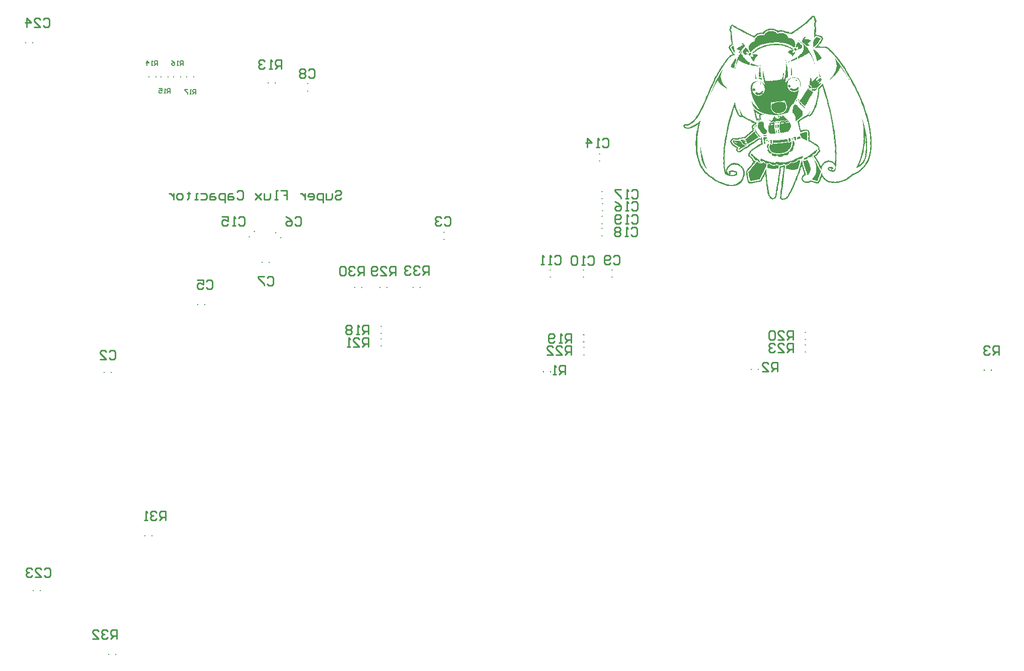
<source format=gbr>
%TF.GenerationSoftware,Altium Limited,Altium Designer,20.1.14 (287)*%
G04 Layer_Color=12566272*
%FSLAX25Y25*%
%MOIN*%
%TF.SameCoordinates,420D9B4C-C7A0-47ED-81AF-82C992674030*%
%TF.FilePolarity,Positive*%
%TF.FileFunction,Legend,Bot*%
%TF.Part,Single*%
G01*
G75*
%TA.AperFunction,NonConductor*%
%ADD61C,0.00787*%
%ADD62C,0.01000*%
%ADD63C,0.00500*%
G36*
X579488Y457708D02*
X580016D01*
Y457532D01*
X580192D01*
Y457356D01*
X580368D01*
Y457180D01*
X580544D01*
Y457004D01*
X580720D01*
Y456828D01*
X580544D01*
Y456652D01*
X580720D01*
Y456476D01*
X580544D01*
Y456300D01*
X580720D01*
Y456124D01*
X580896D01*
Y455948D01*
X580720D01*
Y455772D01*
Y455596D01*
Y455420D01*
X580896D01*
Y455244D01*
X581072D01*
Y455068D01*
Y454892D01*
Y454716D01*
X581248D01*
Y454540D01*
X581424D01*
Y454364D01*
X581248D01*
Y454188D01*
X581424D01*
Y454012D01*
X581248D01*
Y453836D01*
Y453660D01*
Y453484D01*
X581072D01*
Y453308D01*
X580896D01*
Y453132D01*
X581072D01*
Y452956D01*
X580896D01*
Y452780D01*
X581072D01*
Y452603D01*
X580896D01*
Y452427D01*
X581072D01*
Y452251D01*
X580896D01*
Y452427D01*
X580720D01*
Y452251D01*
X580896D01*
Y452075D01*
X581072D01*
Y451899D01*
X580896D01*
Y451723D01*
X581072D01*
Y451547D01*
X580896D01*
Y451371D01*
X581072D01*
Y451195D01*
X580896D01*
Y451019D01*
X581072D01*
Y450843D01*
X580896D01*
Y450667D01*
X581072D01*
Y450491D01*
X580896D01*
Y450315D01*
X581072D01*
Y450139D01*
X580896D01*
Y449963D01*
X581072D01*
Y449787D01*
X580896D01*
Y449611D01*
X581072D01*
Y449435D01*
X580896D01*
Y449259D01*
X581072D01*
Y449083D01*
X580896D01*
Y448907D01*
X581072D01*
Y448731D01*
X580896D01*
Y448555D01*
X581072D01*
Y448379D01*
X580896D01*
Y448203D01*
X581072D01*
Y448027D01*
X580896D01*
Y447851D01*
X581072D01*
Y447675D01*
X580896D01*
Y447499D01*
X581072D01*
Y447323D01*
X580896D01*
Y447147D01*
X581072D01*
Y446971D01*
X580896D01*
Y446795D01*
X581072D01*
Y446619D01*
X580896D01*
Y446443D01*
X581072D01*
Y446267D01*
X580896D01*
Y446091D01*
X581072D01*
Y445915D01*
X580896D01*
Y446091D01*
X580720D01*
Y445915D01*
X580896D01*
Y445739D01*
Y445563D01*
Y445387D01*
X581776D01*
Y445211D01*
X581952D01*
Y445035D01*
X582128D01*
Y445211D01*
X581952D01*
Y445387D01*
X582128D01*
Y445211D01*
X582304D01*
Y445035D01*
X582480D01*
Y445211D01*
X582656D01*
Y445035D01*
X583185D01*
Y444858D01*
X583361D01*
Y444682D01*
X583537D01*
Y444858D01*
X583361D01*
Y445035D01*
X583537D01*
Y444858D01*
X583713D01*
Y444682D01*
X583889D01*
Y444506D01*
X584065D01*
Y444330D01*
X584241D01*
Y444506D01*
X584417D01*
Y444330D01*
X584593D01*
Y444154D01*
X584769D01*
Y444330D01*
X584945D01*
Y444154D01*
X585121D01*
Y443978D01*
X585297D01*
Y443802D01*
Y443626D01*
X585649D01*
Y443450D01*
X585473D01*
Y443274D01*
X585649D01*
Y443098D01*
X585825D01*
Y442922D01*
Y442746D01*
Y442570D01*
Y442394D01*
Y442218D01*
X585649D01*
Y442042D01*
Y441866D01*
Y441690D01*
X585473D01*
Y441514D01*
X585649D01*
Y441338D01*
X585473D01*
Y441514D01*
X585297D01*
Y441338D01*
X585121D01*
Y441162D01*
X585297D01*
Y440986D01*
X585121D01*
Y440810D01*
X584945D01*
Y440634D01*
X584769D01*
Y440458D01*
Y440282D01*
X584593D01*
Y440106D01*
Y439930D01*
X584417D01*
Y439754D01*
X584241D01*
Y439578D01*
X584065D01*
Y439402D01*
X583889D01*
Y439226D01*
X583713D01*
Y439050D01*
X583537D01*
Y438873D01*
X583361D01*
Y438697D01*
X583537D01*
Y438521D01*
X583361D01*
Y438345D01*
X583185D01*
Y438169D01*
X583009D01*
Y437993D01*
X582832D01*
Y437817D01*
X582656D01*
Y437641D01*
X582832D01*
Y437465D01*
X583009D01*
Y437641D01*
X583185D01*
Y437465D01*
X583361D01*
Y437641D01*
X583537D01*
Y437465D01*
X583713D01*
Y437641D01*
X583889D01*
Y437465D01*
X584065D01*
Y437641D01*
X584241D01*
Y437465D01*
X584417D01*
Y437641D01*
X584593D01*
Y437465D01*
X584769D01*
Y437641D01*
X584945D01*
Y437465D01*
X585121D01*
Y437641D01*
X585297D01*
Y437465D01*
X585473D01*
Y437289D01*
X585649D01*
Y437465D01*
X585473D01*
Y437641D01*
X585649D01*
Y437465D01*
X585825D01*
Y437641D01*
X586001D01*
Y437465D01*
X586177D01*
Y437641D01*
X586353D01*
Y437465D01*
X586529D01*
Y437641D01*
X586705D01*
Y437465D01*
X586881D01*
Y437289D01*
X587057D01*
Y437465D01*
X587233D01*
Y437641D01*
X587409D01*
Y437465D01*
X587585D01*
Y437289D01*
X588465D01*
Y437113D01*
X588641D01*
Y436937D01*
X588817D01*
Y436761D01*
X588993D01*
Y436585D01*
X589522D01*
Y436409D01*
X589698D01*
Y436233D01*
X589874D01*
Y436057D01*
X590050D01*
Y435881D01*
X590226D01*
Y435705D01*
X590402D01*
Y435529D01*
X590578D01*
Y435353D01*
X590754D01*
Y435177D01*
X590930D01*
Y435001D01*
X591106D01*
Y434825D01*
X591282D01*
Y434649D01*
X591458D01*
Y434473D01*
X591634D01*
Y434297D01*
X591810D01*
Y434121D01*
X591986D01*
Y433945D01*
X592162D01*
Y433769D01*
X592338D01*
Y433593D01*
X592514D01*
Y433417D01*
X592690D01*
Y433241D01*
X592866D01*
Y433065D01*
X593042D01*
Y432889D01*
X593218D01*
Y432713D01*
X593394D01*
Y432537D01*
X593218D01*
Y432361D01*
X593746D01*
Y432185D01*
X593570D01*
Y432009D01*
X593922D01*
Y431833D01*
Y431657D01*
X594274D01*
Y431481D01*
Y431305D01*
X594450D01*
Y431128D01*
X594626D01*
Y430952D01*
X594802D01*
Y430776D01*
X594978D01*
Y430600D01*
X595154D01*
Y430424D01*
X595330D01*
Y430248D01*
X595506D01*
Y430072D01*
X595330D01*
Y429896D01*
X595506D01*
Y429720D01*
X595682D01*
Y429544D01*
X595858D01*
Y429368D01*
X596034D01*
Y429192D01*
X596210D01*
Y429016D01*
X596386D01*
Y428840D01*
X596562D01*
Y428664D01*
X596386D01*
Y428488D01*
X596739D01*
Y428312D01*
Y428136D01*
X596915D01*
Y427960D01*
X597091D01*
Y427784D01*
X597267D01*
Y427608D01*
X597443D01*
Y427432D01*
X597619D01*
Y427256D01*
Y427080D01*
X597971D01*
Y426904D01*
X597795D01*
Y426728D01*
X597971D01*
Y426552D01*
X598147D01*
Y426376D01*
X598323D01*
Y426200D01*
X598499D01*
Y426024D01*
X598675D01*
Y425848D01*
X598499D01*
Y425672D01*
X598851D01*
Y425496D01*
Y425320D01*
X599027D01*
Y425144D01*
X599203D01*
Y424967D01*
X599379D01*
Y424791D01*
X599203D01*
Y424615D01*
X599731D01*
Y424439D01*
X599555D01*
Y424263D01*
X599731D01*
Y424087D01*
X599907D01*
Y423911D01*
X600083D01*
Y423735D01*
X599907D01*
Y423559D01*
X600259D01*
Y423383D01*
Y423207D01*
X600435D01*
Y423031D01*
X600611D01*
Y422855D01*
X600787D01*
Y422679D01*
X600611D01*
Y422503D01*
X600787D01*
Y422327D01*
X600963D01*
Y422151D01*
X601139D01*
Y421975D01*
X600963D01*
Y421799D01*
X601491D01*
Y421623D01*
X601315D01*
Y421447D01*
X601491D01*
Y421271D01*
X601667D01*
Y421095D01*
X601843D01*
Y420919D01*
Y420743D01*
Y420567D01*
X602019D01*
Y420391D01*
X602195D01*
Y420215D01*
Y420039D01*
X602371D01*
Y419863D01*
Y419687D01*
X602547D01*
Y419511D01*
X602723D01*
Y419335D01*
X602899D01*
Y419159D01*
X602723D01*
Y418983D01*
X602899D01*
Y418807D01*
X603076D01*
Y418631D01*
X603252D01*
Y418455D01*
X603076D01*
Y418279D01*
X603252D01*
Y418103D01*
X603428D01*
Y417927D01*
X603604D01*
Y417751D01*
Y417575D01*
Y417398D01*
X603780D01*
Y417222D01*
X603956D01*
Y417046D01*
X604132D01*
Y416870D01*
X604308D01*
Y416694D01*
X604132D01*
Y416518D01*
X604308D01*
Y416342D01*
X604484D01*
Y416166D01*
X604660D01*
Y415990D01*
Y415814D01*
Y415638D01*
X604836D01*
Y415462D01*
X605012D01*
Y415286D01*
X605188D01*
Y415110D01*
Y414934D01*
Y414758D01*
X605364D01*
Y414582D01*
X605540D01*
Y414406D01*
X605716D01*
Y414230D01*
X605540D01*
Y414054D01*
X605716D01*
Y413878D01*
X605892D01*
Y413702D01*
X606068D01*
Y413526D01*
X605892D01*
Y413350D01*
X606068D01*
Y413174D01*
X606244D01*
Y412998D01*
X606420D01*
Y412822D01*
X606244D01*
Y412646D01*
X606420D01*
Y412470D01*
X606596D01*
Y412294D01*
X606772D01*
Y412118D01*
X606596D01*
Y411942D01*
X606948D01*
Y411766D01*
Y411590D01*
X607124D01*
Y411414D01*
Y411238D01*
Y411061D01*
X607300D01*
Y410885D01*
X607476D01*
Y410709D01*
X607300D01*
Y410533D01*
X607652D01*
Y410357D01*
Y410181D01*
X607828D01*
Y410005D01*
Y409829D01*
Y409653D01*
X608004D01*
Y409477D01*
X608180D01*
Y409301D01*
X608004D01*
Y409125D01*
X608356D01*
Y408949D01*
Y408773D01*
X608532D01*
Y408597D01*
Y408421D01*
Y408245D01*
X608708D01*
Y408069D01*
X608884D01*
Y407893D01*
X608708D01*
Y407717D01*
X608884D01*
Y407541D01*
X609060D01*
Y407365D01*
X609236D01*
Y407189D01*
Y407013D01*
Y406837D01*
X609412D01*
Y406661D01*
X609588D01*
Y406485D01*
X609412D01*
Y406309D01*
X609588D01*
Y406133D01*
X609764D01*
Y405957D01*
X609940D01*
Y405781D01*
X609764D01*
Y405605D01*
X609940D01*
Y405429D01*
X610116D01*
Y405253D01*
Y405077D01*
Y404901D01*
X610292D01*
Y404725D01*
X610468D01*
Y404549D01*
Y404373D01*
Y404197D01*
X610645D01*
Y404021D01*
Y403844D01*
Y403668D01*
X610821D01*
Y403492D01*
X610997D01*
Y403316D01*
X610821D01*
Y403140D01*
X610997D01*
Y402964D01*
X611173D01*
Y402788D01*
X611349D01*
Y402612D01*
X611173D01*
Y402436D01*
X611349D01*
Y402260D01*
X611525D01*
Y402084D01*
Y401908D01*
Y401732D01*
X611701D01*
Y401556D01*
X611525D01*
Y401380D01*
X611701D01*
Y401204D01*
X611877D01*
Y401028D01*
X612053D01*
Y400852D01*
X611877D01*
Y400676D01*
X612053D01*
Y400500D01*
X612229D01*
Y400324D01*
Y400148D01*
Y399972D01*
X612405D01*
Y399796D01*
Y399620D01*
Y399444D01*
X612581D01*
Y399268D01*
X612757D01*
Y399092D01*
X612581D01*
Y398916D01*
X612757D01*
Y398740D01*
X612933D01*
Y398564D01*
X612757D01*
Y398388D01*
X612933D01*
Y398212D01*
X613109D01*
Y398036D01*
X612933D01*
Y397860D01*
X613109D01*
Y397684D01*
X613285D01*
Y397508D01*
X613109D01*
Y397332D01*
X613285D01*
Y397155D01*
X613461D01*
Y396979D01*
X613285D01*
Y396803D01*
X613461D01*
Y396627D01*
X613637D01*
Y396451D01*
X613813D01*
Y396275D01*
X613637D01*
Y396451D01*
X613461D01*
Y396275D01*
X613637D01*
Y396099D01*
X613813D01*
Y395923D01*
X613637D01*
Y395747D01*
X613813D01*
Y395571D01*
X613989D01*
Y395395D01*
X613813D01*
Y395219D01*
X613989D01*
Y395043D01*
X614165D01*
Y394867D01*
X613989D01*
Y394691D01*
X614165D01*
Y394515D01*
X614341D01*
Y394339D01*
X614517D01*
Y394163D01*
X614341D01*
Y394339D01*
X614165D01*
Y394163D01*
X614341D01*
Y393987D01*
X614517D01*
Y393811D01*
X614341D01*
Y393635D01*
X614517D01*
Y393459D01*
X614693D01*
Y393283D01*
X614517D01*
Y393107D01*
X614693D01*
Y392931D01*
X614869D01*
Y392755D01*
X614693D01*
Y392579D01*
X614869D01*
Y392403D01*
X615045D01*
Y392227D01*
X615221D01*
Y392051D01*
X615045D01*
Y392227D01*
X614869D01*
Y392051D01*
X615045D01*
Y391875D01*
X615221D01*
Y391699D01*
X615045D01*
Y391523D01*
X615221D01*
Y391347D01*
Y391171D01*
Y390995D01*
X615397D01*
Y390819D01*
X615573D01*
Y390643D01*
X615397D01*
Y390466D01*
X615573D01*
Y390290D01*
X615397D01*
Y390114D01*
X615573D01*
Y389938D01*
Y389762D01*
Y389586D01*
X615749D01*
Y389410D01*
X615925D01*
Y389234D01*
X615749D01*
Y389058D01*
X615925D01*
Y388882D01*
X615749D01*
Y388706D01*
X615925D01*
Y388530D01*
Y388354D01*
Y388178D01*
X616101D01*
Y388002D01*
X616277D01*
Y387826D01*
X616101D01*
Y387650D01*
X616277D01*
Y387474D01*
X616101D01*
Y387298D01*
X616277D01*
Y387122D01*
Y386946D01*
Y386770D01*
X616453D01*
Y386594D01*
X616629D01*
Y386418D01*
X616453D01*
Y386242D01*
X616629D01*
Y386066D01*
X616453D01*
Y385890D01*
X616629D01*
Y385714D01*
Y385538D01*
Y385362D01*
Y385186D01*
Y385010D01*
X616806D01*
Y384834D01*
X616982D01*
Y384658D01*
X616806D01*
Y384482D01*
X616982D01*
Y384306D01*
X616806D01*
Y384130D01*
X616982D01*
Y383954D01*
X616806D01*
Y383778D01*
X616982D01*
Y383601D01*
Y383425D01*
Y383249D01*
X617158D01*
Y383073D01*
X617334D01*
Y382897D01*
X617158D01*
Y383073D01*
X616982D01*
Y382897D01*
X617158D01*
Y382721D01*
Y382545D01*
Y382369D01*
X617334D01*
Y382193D01*
X617158D01*
Y382017D01*
X617334D01*
Y381841D01*
X617158D01*
Y381665D01*
X617334D01*
Y381489D01*
Y381313D01*
Y381137D01*
X617158D01*
Y380961D01*
X617334D01*
Y380785D01*
X617510D01*
Y380609D01*
Y380433D01*
Y380257D01*
X617686D01*
Y380081D01*
X617510D01*
Y379905D01*
X617686D01*
Y379729D01*
X617510D01*
Y379553D01*
X617686D01*
Y379377D01*
X617510D01*
Y379201D01*
X617686D01*
Y379025D01*
X617510D01*
Y378849D01*
X617686D01*
Y378673D01*
Y378497D01*
Y378321D01*
Y378145D01*
Y377969D01*
X617862D01*
Y377793D01*
Y377617D01*
Y377441D01*
X618038D01*
Y377265D01*
X617862D01*
Y377089D01*
Y376913D01*
Y376737D01*
X618038D01*
Y376560D01*
X617862D01*
Y376384D01*
Y376208D01*
Y376032D01*
X618038D01*
Y375856D01*
X617862D01*
Y375680D01*
X618038D01*
Y375504D01*
X617862D01*
Y375328D01*
X618038D01*
Y375152D01*
X617862D01*
Y374976D01*
X618038D01*
Y374800D01*
X617862D01*
Y374624D01*
X618038D01*
Y374448D01*
X617862D01*
Y374272D01*
X618038D01*
Y374096D01*
X617862D01*
Y373920D01*
X618038D01*
Y373744D01*
X617862D01*
Y373568D01*
X618038D01*
Y373392D01*
X617862D01*
Y373216D01*
X618038D01*
Y373040D01*
X617862D01*
Y372864D01*
X618038D01*
Y372688D01*
X617862D01*
Y372512D01*
X618038D01*
Y372336D01*
X617862D01*
Y372160D01*
X618038D01*
Y371984D01*
X617862D01*
Y371808D01*
X618038D01*
Y371632D01*
X617862D01*
Y371456D01*
X618038D01*
Y371280D01*
X617862D01*
Y371104D01*
X618038D01*
Y370928D01*
X617862D01*
Y370752D01*
X618038D01*
Y370576D01*
X617862D01*
Y370400D01*
X618038D01*
Y370224D01*
X617862D01*
Y370048D01*
Y369872D01*
Y369695D01*
X618038D01*
Y369519D01*
X617862D01*
Y369343D01*
Y369167D01*
Y368991D01*
X617686D01*
Y368815D01*
Y368639D01*
Y368463D01*
Y368287D01*
Y368111D01*
X617510D01*
Y367935D01*
X617686D01*
Y367759D01*
X617510D01*
Y367583D01*
X617686D01*
Y367407D01*
X617510D01*
Y367231D01*
X617686D01*
Y367055D01*
X617510D01*
Y366879D01*
Y366703D01*
Y366527D01*
X617334D01*
Y366351D01*
X617158D01*
Y366175D01*
X617334D01*
Y365999D01*
Y365823D01*
Y365647D01*
X617158D01*
Y365471D01*
X617334D01*
Y365295D01*
X617158D01*
Y365119D01*
X616982D01*
Y364943D01*
Y364767D01*
Y364591D01*
X616806D01*
Y364415D01*
X616982D01*
Y364239D01*
X616806D01*
Y364063D01*
Y363887D01*
Y363711D01*
X616629D01*
Y363535D01*
X616453D01*
Y363359D01*
X616629D01*
Y363183D01*
X616453D01*
Y363007D01*
Y362830D01*
Y362654D01*
X616277D01*
Y362478D01*
X616101D01*
Y362302D01*
X616277D01*
Y362126D01*
X616101D01*
Y361950D01*
Y361774D01*
Y361598D01*
X615925D01*
Y361422D01*
X615749D01*
Y361246D01*
X615925D01*
Y361070D01*
X615573D01*
Y360894D01*
Y360718D01*
X615397D01*
Y360542D01*
Y360366D01*
X615221D01*
Y360190D01*
Y360014D01*
X615045D01*
Y359838D01*
X614869D01*
Y359662D01*
X614693D01*
Y359486D01*
X614869D01*
Y359310D01*
X614341D01*
Y359134D01*
X614517D01*
Y358958D01*
X614341D01*
Y358782D01*
X614165D01*
Y358606D01*
X613989D01*
Y358430D01*
X614165D01*
Y358254D01*
X613989D01*
Y358078D01*
X613813D01*
Y357902D01*
X613637D01*
Y357726D01*
X613461D01*
Y357550D01*
X613285D01*
Y357374D01*
X613109D01*
Y357198D01*
X612933D01*
Y357022D01*
X612757D01*
Y356846D01*
X612581D01*
Y356670D01*
X612405D01*
Y356494D01*
X612229D01*
Y356318D01*
X612053D01*
Y356142D01*
X611877D01*
Y355965D01*
X611701D01*
Y355789D01*
X611525D01*
Y355613D01*
X611349D01*
Y355437D01*
X611173D01*
Y355261D01*
X610997D01*
Y355085D01*
X610821D01*
Y354909D01*
X610645D01*
Y354733D01*
X610468D01*
Y354557D01*
X610292D01*
Y354381D01*
X609764D01*
Y354205D01*
X609588D01*
Y354029D01*
X609412D01*
Y353853D01*
X609236D01*
Y353677D01*
X608708D01*
Y353501D01*
X608532D01*
Y353325D01*
X608356D01*
Y353149D01*
X608180D01*
Y353325D01*
X608004D01*
Y353149D01*
X607828D01*
Y352973D01*
X607652D01*
Y352797D01*
X607476D01*
Y352973D01*
X607300D01*
Y352797D01*
X607476D01*
Y352621D01*
X607300D01*
Y352797D01*
X607124D01*
Y352621D01*
X606948D01*
Y352445D01*
X606772D01*
Y352621D01*
X606596D01*
Y352445D01*
X606420D01*
Y352269D01*
X605892D01*
Y352093D01*
X605716D01*
Y352269D01*
X605540D01*
Y352093D01*
X605716D01*
Y351917D01*
X605188D01*
Y351741D01*
X605012D01*
Y351565D01*
X604836D01*
Y351389D01*
X604660D01*
Y351213D01*
X604484D01*
Y351037D01*
X604308D01*
Y350861D01*
X603780D01*
Y350685D01*
X603956D01*
Y350509D01*
X603780D01*
Y350685D01*
X603604D01*
Y350509D01*
X603428D01*
Y350333D01*
X603252D01*
Y350157D01*
X603076D01*
Y349981D01*
X602899D01*
Y349805D01*
X602371D01*
Y349629D01*
X602195D01*
Y349453D01*
X601667D01*
Y349277D01*
X601843D01*
Y349101D01*
X601667D01*
Y349277D01*
X601491D01*
Y349101D01*
X601315D01*
Y348924D01*
X601139D01*
Y348748D01*
X600611D01*
Y348572D01*
X600435D01*
Y348396D01*
X599907D01*
Y348220D01*
X599379D01*
Y348044D01*
X598851D01*
Y347868D01*
X599027D01*
Y347692D01*
X598851D01*
Y347868D01*
X598675D01*
Y347692D01*
X597795D01*
Y347516D01*
X597267D01*
Y347340D01*
X596739D01*
Y347164D01*
X596562D01*
Y347340D01*
X596386D01*
Y347164D01*
X596210D01*
Y347340D01*
X596034D01*
Y347164D01*
X596210D01*
Y346988D01*
X596034D01*
Y347164D01*
X595858D01*
Y346988D01*
X594626D01*
Y346812D01*
X594450D01*
Y346988D01*
X594274D01*
Y346812D01*
X593746D01*
Y346988D01*
X593570D01*
Y346812D01*
X593394D01*
Y346988D01*
X593218D01*
Y346812D01*
X593042D01*
Y346988D01*
X592866D01*
Y346812D01*
X592690D01*
Y346988D01*
X592514D01*
Y346812D01*
X592338D01*
Y346988D01*
X591106D01*
Y347164D01*
X590930D01*
Y346988D01*
X590754D01*
Y347164D01*
X590578D01*
Y347340D01*
X590402D01*
Y347164D01*
X590578D01*
Y346988D01*
X590402D01*
Y347164D01*
X590226D01*
Y347340D01*
X589698D01*
Y347516D01*
X589522D01*
Y347692D01*
X589346D01*
Y347516D01*
X589522D01*
Y347340D01*
X589346D01*
Y347516D01*
X589170D01*
Y347692D01*
X588641D01*
Y347868D01*
X588465D01*
Y348044D01*
X587937D01*
Y348220D01*
X587761D01*
Y348396D01*
X587585D01*
Y348572D01*
X587409D01*
Y348748D01*
X587233D01*
Y348924D01*
X587057D01*
Y349101D01*
X586529D01*
Y349277D01*
X586705D01*
Y349453D01*
X586177D01*
Y349629D01*
Y349805D01*
X585825D01*
Y349981D01*
X586001D01*
Y350157D01*
X585649D01*
Y350333D01*
Y350509D01*
X585473D01*
Y350685D01*
X585297D01*
Y350861D01*
X585121D01*
Y351037D01*
X584945D01*
Y350861D01*
X584769D01*
Y350685D01*
X584945D01*
Y350509D01*
X584769D01*
Y350333D01*
X584593D01*
Y350157D01*
X584417D01*
Y349981D01*
X584593D01*
Y349805D01*
X584417D01*
Y349629D01*
X584241D01*
Y349453D01*
Y349277D01*
Y349101D01*
X584065D01*
Y348924D01*
Y348748D01*
Y348572D01*
X583889D01*
Y348396D01*
X583713D01*
Y348220D01*
X583889D01*
Y348044D01*
X583713D01*
Y347868D01*
X583537D01*
Y347692D01*
X583361D01*
Y347516D01*
Y347340D01*
X583185D01*
Y347164D01*
Y346988D01*
X583009D01*
Y346812D01*
X582832D01*
Y346636D01*
X582304D01*
Y346460D01*
X582128D01*
Y346636D01*
X581952D01*
Y346460D01*
X581776D01*
Y346636D01*
X581248D01*
Y346812D01*
X581072D01*
Y346988D01*
X580896D01*
Y346812D01*
X581072D01*
Y346636D01*
X580896D01*
Y346812D01*
X580720D01*
Y346988D01*
X579840D01*
Y347164D01*
X579664D01*
Y347340D01*
X579488D01*
Y347164D01*
X579312D01*
Y347340D01*
X578784D01*
Y347516D01*
X578256D01*
Y347692D01*
X578080D01*
Y347516D01*
X577904D01*
Y347692D01*
X577376D01*
Y347516D01*
X577200D01*
Y347340D01*
X576672D01*
Y347164D01*
X576496D01*
Y347340D01*
X576320D01*
Y347164D01*
X576496D01*
Y346988D01*
X576320D01*
Y347164D01*
X576144D01*
Y346988D01*
X575263D01*
Y346812D01*
X575087D01*
Y346988D01*
X573855D01*
Y347164D01*
X573679D01*
Y347340D01*
X573503D01*
Y347164D01*
X573679D01*
Y346988D01*
X573503D01*
Y347164D01*
X573327D01*
Y347340D01*
X573151D01*
Y347516D01*
X572975D01*
Y347340D01*
X572799D01*
Y347516D01*
X572623D01*
Y347692D01*
X572447D01*
Y347868D01*
X572271D01*
Y348044D01*
X572095D01*
Y348220D01*
X571919D01*
Y348396D01*
X571743D01*
Y348572D01*
X571919D01*
Y348748D01*
X571743D01*
Y348924D01*
X571567D01*
Y349101D01*
X571391D01*
Y349277D01*
X571567D01*
Y349453D01*
X571391D01*
Y349629D01*
X571567D01*
Y349805D01*
X571391D01*
Y349981D01*
X571567D01*
Y350157D01*
X571391D01*
Y350333D01*
X571567D01*
Y350509D01*
X571391D01*
Y350685D01*
X571743D01*
Y350861D01*
Y351037D01*
X571919D01*
Y351213D01*
X571743D01*
Y351389D01*
X571919D01*
Y351565D01*
X572095D01*
Y351741D01*
X572271D01*
Y351917D01*
X572095D01*
Y352093D01*
X572271D01*
Y351917D01*
X572447D01*
Y352093D01*
X572623D01*
Y352269D01*
X572799D01*
Y352445D01*
X572975D01*
Y352621D01*
X573151D01*
Y352797D01*
X573327D01*
Y352973D01*
X573151D01*
Y353149D01*
X573327D01*
Y353325D01*
X573151D01*
Y353501D01*
Y353677D01*
Y353853D01*
X572975D01*
Y354029D01*
X572799D01*
Y354205D01*
X572975D01*
Y354381D01*
X572799D01*
Y354557D01*
Y354733D01*
Y354909D01*
X572623D01*
Y355085D01*
X572447D01*
Y355261D01*
X572623D01*
Y355437D01*
X572447D01*
Y355613D01*
X572623D01*
Y355789D01*
X572447D01*
Y355965D01*
X572271D01*
Y356142D01*
Y356318D01*
Y356494D01*
X572095D01*
Y356670D01*
X572271D01*
Y356846D01*
X572095D01*
Y357022D01*
X572271D01*
Y357198D01*
X572095D01*
Y357374D01*
X571919D01*
Y357550D01*
X571743D01*
Y357726D01*
X571919D01*
Y357902D01*
X571743D01*
Y358078D01*
X571567D01*
Y358254D01*
X571391D01*
Y358078D01*
X571567D01*
Y357902D01*
X571391D01*
Y357726D01*
X571567D01*
Y357550D01*
X571391D01*
Y357374D01*
X571215D01*
Y357198D01*
X571039D01*
Y357022D01*
X571215D01*
Y356846D01*
X571039D01*
Y356670D01*
X571215D01*
Y356494D01*
X571039D01*
Y356318D01*
X570863D01*
Y356142D01*
Y355965D01*
Y355789D01*
X570687D01*
Y355613D01*
X570863D01*
Y355437D01*
X570687D01*
Y355261D01*
X570511D01*
Y355085D01*
Y354909D01*
Y354733D01*
X570335D01*
Y354557D01*
X570511D01*
Y354381D01*
X570335D01*
Y354205D01*
X570159D01*
Y354381D01*
X569983D01*
Y354205D01*
X570159D01*
Y354029D01*
Y353853D01*
Y353677D01*
X569983D01*
Y353501D01*
X570159D01*
Y353325D01*
X569983D01*
Y353149D01*
X569807D01*
Y352973D01*
X569631D01*
Y352797D01*
X569807D01*
Y352621D01*
X569631D01*
Y352445D01*
X569455D01*
Y352269D01*
Y352093D01*
Y351917D01*
X569279D01*
Y351741D01*
Y351565D01*
Y351389D01*
X569102D01*
Y351213D01*
X568926D01*
Y351037D01*
X569102D01*
Y350861D01*
X568926D01*
Y350685D01*
Y350509D01*
Y350333D01*
X568750D01*
Y350157D01*
X568574D01*
Y349981D01*
X568750D01*
Y349805D01*
X568574D01*
Y349629D01*
X568398D01*
Y349453D01*
Y349277D01*
Y349101D01*
X568222D01*
Y348924D01*
X568398D01*
Y348748D01*
X568222D01*
Y348572D01*
X568046D01*
Y348396D01*
X567870D01*
Y348220D01*
X568046D01*
Y348044D01*
X567870D01*
Y347868D01*
X568046D01*
Y347692D01*
X567870D01*
Y347868D01*
X567694D01*
Y347692D01*
Y347516D01*
Y347340D01*
X567518D01*
Y347164D01*
X567694D01*
Y346988D01*
X567518D01*
Y346812D01*
X567342D01*
Y346636D01*
X567166D01*
Y346460D01*
X567342D01*
Y346284D01*
X567166D01*
Y346108D01*
Y345932D01*
X566990D01*
Y345756D01*
Y345580D01*
X566814D01*
Y345404D01*
X566638D01*
Y345228D01*
X566462D01*
Y345052D01*
X566638D01*
Y344876D01*
X566462D01*
Y344700D01*
X566638D01*
Y344524D01*
X566462D01*
Y344348D01*
X566286D01*
Y344172D01*
X566110D01*
Y343996D01*
X566286D01*
Y343820D01*
X566110D01*
Y343644D01*
X565934D01*
Y343468D01*
X565758D01*
Y343292D01*
X565934D01*
Y343116D01*
X565758D01*
Y342940D01*
X565582D01*
Y342764D01*
X565406D01*
Y342588D01*
X565582D01*
Y342412D01*
X565406D01*
Y342236D01*
X565230D01*
Y342059D01*
Y341883D01*
Y341707D01*
X565054D01*
Y341531D01*
X564878D01*
Y341355D01*
X564702D01*
Y341179D01*
X564878D01*
Y341003D01*
X564702D01*
Y340827D01*
Y340651D01*
X564526D01*
Y340475D01*
Y340299D01*
X564350D01*
Y340123D01*
X564526D01*
Y339947D01*
X564350D01*
Y340123D01*
X564174D01*
Y339947D01*
X563998D01*
Y339771D01*
X564174D01*
Y339595D01*
X563998D01*
Y339419D01*
X563822D01*
Y339243D01*
X563646D01*
Y339067D01*
X563822D01*
Y338891D01*
X563646D01*
Y338715D01*
X563470D01*
Y338539D01*
X563294D01*
Y338363D01*
X563470D01*
Y338187D01*
X563118D01*
Y338011D01*
Y337835D01*
X562942D01*
Y337659D01*
X562766D01*
Y337483D01*
X562590D01*
Y337307D01*
Y337131D01*
X562238D01*
Y336955D01*
Y336779D01*
X561885D01*
Y336603D01*
X561709D01*
Y336427D01*
X561533D01*
Y336251D01*
X561357D01*
Y336427D01*
X561181D01*
Y336251D01*
X561357D01*
Y336075D01*
X561181D01*
Y336251D01*
X561005D01*
Y336075D01*
X560477D01*
Y335899D01*
X560301D01*
Y335723D01*
X560125D01*
Y335899D01*
X559949D01*
Y335723D01*
X559773D01*
Y335899D01*
X559597D01*
Y335723D01*
X559421D01*
Y335899D01*
X559245D01*
Y335723D01*
X558717D01*
Y335899D01*
X558541D01*
Y336075D01*
X558013D01*
Y336251D01*
X557837D01*
Y336427D01*
X557661D01*
Y336603D01*
X557485D01*
Y336779D01*
X557309D01*
Y336955D01*
Y337131D01*
Y337307D01*
Y337483D01*
Y337659D01*
Y337835D01*
Y338011D01*
X557485D01*
Y338187D01*
X557309D01*
Y338363D01*
X557485D01*
Y338539D01*
X557309D01*
Y338715D01*
X557485D01*
Y338891D01*
Y339067D01*
Y339243D01*
X557309D01*
Y339419D01*
X557485D01*
Y339595D01*
X557661D01*
Y339771D01*
X557485D01*
Y339947D01*
X557661D01*
Y340123D01*
Y340299D01*
Y340475D01*
X557837D01*
Y340651D01*
X557661D01*
Y340827D01*
X557837D01*
Y341003D01*
X557661D01*
Y341179D01*
X557837D01*
Y341355D01*
X557661D01*
Y341531D01*
X557837D01*
Y341707D01*
X557661D01*
Y341883D01*
X557837D01*
Y342059D01*
X557661D01*
Y342236D01*
X557837D01*
Y342412D01*
X558013D01*
Y342588D01*
X557837D01*
Y342764D01*
X558013D01*
Y342940D01*
X557837D01*
Y343116D01*
X558013D01*
Y343292D01*
Y343468D01*
Y343644D01*
X558189D01*
Y343820D01*
X558013D01*
Y343996D01*
X558189D01*
Y344172D01*
X558013D01*
Y344348D01*
X558189D01*
Y344524D01*
X558013D01*
Y344700D01*
X558189D01*
Y344876D01*
X558013D01*
Y345052D01*
X558189D01*
Y345228D01*
X558365D01*
Y345404D01*
X558189D01*
Y345580D01*
X558365D01*
Y345756D01*
X558189D01*
Y345932D01*
X558365D01*
Y346108D01*
X558189D01*
Y346284D01*
X558365D01*
Y346460D01*
Y346636D01*
Y346812D01*
X558541D01*
Y346988D01*
X558365D01*
Y347164D01*
X558541D01*
Y347340D01*
X558365D01*
Y347516D01*
X558541D01*
Y347692D01*
X558365D01*
Y347868D01*
X558541D01*
Y348044D01*
X558365D01*
Y348220D01*
X558541D01*
Y348396D01*
X558717D01*
Y348572D01*
X558541D01*
Y348748D01*
X558717D01*
Y348924D01*
X558541D01*
Y349101D01*
X558717D01*
Y349277D01*
X558541D01*
Y349453D01*
X558717D01*
Y349629D01*
Y349805D01*
Y349981D01*
X558893D01*
Y350157D01*
X558717D01*
Y350333D01*
X558893D01*
Y350509D01*
X558717D01*
Y350685D01*
X558893D01*
Y350861D01*
X558717D01*
Y351037D01*
X558893D01*
Y351213D01*
X558717D01*
Y351389D01*
X558893D01*
Y351565D01*
X559069D01*
Y351741D01*
X558893D01*
Y351917D01*
Y352093D01*
Y352269D01*
X559069D01*
Y352445D01*
X558893D01*
Y352621D01*
X559069D01*
Y352445D01*
X559245D01*
Y352621D01*
X559069D01*
Y352797D01*
X559245D01*
Y352973D01*
X559069D01*
Y353149D01*
X559245D01*
Y353325D01*
X559069D01*
Y353501D01*
X559245D01*
Y353677D01*
X559069D01*
Y353853D01*
X559245D01*
Y354029D01*
X559069D01*
Y354205D01*
X559245D01*
Y354381D01*
Y354557D01*
Y354733D01*
X559421D01*
Y354909D01*
X559245D01*
Y355085D01*
X559421D01*
Y355261D01*
Y355437D01*
Y355613D01*
X559597D01*
Y355789D01*
X559421D01*
Y355965D01*
X559597D01*
Y356142D01*
X559421D01*
Y356318D01*
X559597D01*
Y356494D01*
X559421D01*
Y356670D01*
X559597D01*
Y356846D01*
X559421D01*
Y357022D01*
X559597D01*
Y357198D01*
Y357374D01*
Y357550D01*
X559069D01*
Y357374D01*
X558541D01*
Y357198D01*
X558013D01*
Y357022D01*
X557837D01*
Y356846D01*
Y356670D01*
Y356494D01*
X557661D01*
Y356318D01*
X557837D01*
Y356142D01*
X557661D01*
Y355965D01*
X557837D01*
Y355789D01*
X557661D01*
Y355613D01*
X557837D01*
Y355437D01*
X557661D01*
Y355261D01*
X557837D01*
Y355085D01*
X557661D01*
Y354909D01*
Y354733D01*
Y354557D01*
X557485D01*
Y354381D01*
X557661D01*
Y354205D01*
X557485D01*
Y354029D01*
X557661D01*
Y353853D01*
X557485D01*
Y353677D01*
X557309D01*
Y353501D01*
X557485D01*
Y353325D01*
X557309D01*
Y353149D01*
X557485D01*
Y352973D01*
X557309D01*
Y352797D01*
X557485D01*
Y352621D01*
X557309D01*
Y352445D01*
Y352269D01*
Y352093D01*
Y351917D01*
Y351741D01*
X557133D01*
Y351565D01*
X556957D01*
Y351389D01*
X557133D01*
Y351213D01*
X556957D01*
Y351037D01*
X557133D01*
Y350861D01*
X556957D01*
Y350685D01*
X557133D01*
Y350509D01*
X556957D01*
Y350333D01*
Y350157D01*
Y349981D01*
Y349805D01*
Y349629D01*
X556781D01*
Y349453D01*
X556605D01*
Y349277D01*
X556781D01*
Y349101D01*
Y348924D01*
Y348748D01*
X556605D01*
Y348572D01*
X556781D01*
Y348396D01*
X556605D01*
Y348220D01*
Y348044D01*
Y347868D01*
X556429D01*
Y347692D01*
X556253D01*
Y347516D01*
X556429D01*
Y347340D01*
Y347164D01*
Y346988D01*
X556253D01*
Y346812D01*
X556429D01*
Y346636D01*
X556253D01*
Y346460D01*
X556429D01*
Y346284D01*
X556253D01*
Y346108D01*
Y345932D01*
Y345756D01*
Y345580D01*
Y345404D01*
X556077D01*
Y345228D01*
X555901D01*
Y345052D01*
X556077D01*
Y344876D01*
X555901D01*
Y344700D01*
X556077D01*
Y344524D01*
X555901D01*
Y344348D01*
X556077D01*
Y344172D01*
X555901D01*
Y343996D01*
Y343820D01*
Y343644D01*
X555725D01*
Y343468D01*
Y343292D01*
Y343116D01*
Y342940D01*
Y342764D01*
X555549D01*
Y342588D01*
X555725D01*
Y342412D01*
X555549D01*
Y342236D01*
X555725D01*
Y342059D01*
X555549D01*
Y341883D01*
Y341707D01*
Y341531D01*
X555373D01*
Y341355D01*
X555549D01*
Y341179D01*
X555373D01*
Y341003D01*
X555197D01*
Y340827D01*
X555373D01*
Y340651D01*
Y340475D01*
Y340299D01*
X555197D01*
Y340123D01*
X555373D01*
Y339947D01*
X555197D01*
Y339771D01*
Y339595D01*
Y339419D01*
X555373D01*
Y339243D01*
X555197D01*
Y339067D01*
X555021D01*
Y338891D01*
Y338715D01*
Y338539D01*
Y338363D01*
Y338187D01*
X554845D01*
Y338011D01*
Y337835D01*
Y337659D01*
X554669D01*
Y337483D01*
X554492D01*
Y337307D01*
X554669D01*
Y337131D01*
X554140D01*
Y336955D01*
X554316D01*
Y336779D01*
X553788D01*
Y336603D01*
X553964D01*
Y336427D01*
X553788D01*
Y336603D01*
X553612D01*
Y336427D01*
X553436D01*
Y336251D01*
X552908D01*
Y336075D01*
X552732D01*
Y336251D01*
X552556D01*
Y336075D01*
X552380D01*
Y336251D01*
X552204D01*
Y336075D01*
X552028D01*
Y336251D01*
X551852D01*
Y336427D01*
X551324D01*
Y336603D01*
X551148D01*
Y336779D01*
X550620D01*
Y336955D01*
X550444D01*
Y337131D01*
X550268D01*
Y337307D01*
X550444D01*
Y337483D01*
X549916D01*
Y337659D01*
X550092D01*
Y337835D01*
X549916D01*
Y338011D01*
X549740D01*
Y338187D01*
X549564D01*
Y338363D01*
X549388D01*
Y338539D01*
Y338715D01*
Y338891D01*
X549212D01*
Y339067D01*
X549388D01*
Y339243D01*
X549212D01*
Y339419D01*
Y339595D01*
Y339771D01*
Y339947D01*
Y340123D01*
X549036D01*
Y340299D01*
Y340475D01*
Y340651D01*
X548860D01*
Y340827D01*
X549036D01*
Y341003D01*
X548860D01*
Y341179D01*
X549036D01*
Y341355D01*
X548860D01*
Y341531D01*
X549036D01*
Y341707D01*
X548860D01*
Y341883D01*
Y342059D01*
Y342236D01*
X548684D01*
Y342412D01*
Y342588D01*
Y342764D01*
Y342940D01*
Y343116D01*
X548508D01*
Y343292D01*
X548684D01*
Y343468D01*
X548508D01*
Y343644D01*
X548684D01*
Y343820D01*
X548508D01*
Y343996D01*
Y344172D01*
Y344348D01*
Y344524D01*
Y344700D01*
X548331D01*
Y344876D01*
X548155D01*
Y345052D01*
X548331D01*
Y345228D01*
Y345404D01*
Y345580D01*
X548155D01*
Y345756D01*
X548331D01*
Y345932D01*
X548155D01*
Y346108D01*
X548331D01*
Y346284D01*
X548155D01*
Y346460D01*
X548331D01*
Y346636D01*
X548155D01*
Y346812D01*
Y346988D01*
Y347164D01*
X548331D01*
Y347340D01*
X548155D01*
Y347516D01*
X547979D01*
Y347692D01*
X548155D01*
Y347868D01*
X547979D01*
Y348044D01*
Y348220D01*
Y348396D01*
Y348572D01*
Y348748D01*
X547803D01*
Y348924D01*
X547979D01*
Y349101D01*
X547803D01*
Y349277D01*
X547979D01*
Y349453D01*
X547803D01*
Y349629D01*
X547979D01*
Y349805D01*
X547803D01*
Y349981D01*
Y350157D01*
Y350333D01*
X547979D01*
Y350509D01*
X547803D01*
Y350685D01*
Y350861D01*
Y351037D01*
X547627D01*
Y351213D01*
Y351389D01*
Y351565D01*
Y351741D01*
Y351917D01*
Y352093D01*
Y352269D01*
X547451D01*
Y352445D01*
X547627D01*
Y352621D01*
X547451D01*
Y352797D01*
X547275D01*
Y352621D01*
X547099D01*
Y352445D01*
X547275D01*
Y352269D01*
X547099D01*
Y352093D01*
X546923D01*
Y351917D01*
X546747D01*
Y351741D01*
X546923D01*
Y351565D01*
X546747D01*
Y351389D01*
X546571D01*
Y351213D01*
X546395D01*
Y351037D01*
X546571D01*
Y350861D01*
X546395D01*
Y350685D01*
X546219D01*
Y350509D01*
X546043D01*
Y350333D01*
Y350157D01*
Y349981D01*
X545867D01*
Y349805D01*
X545691D01*
Y349629D01*
X545515D01*
Y349453D01*
X545339D01*
Y349277D01*
X545515D01*
Y349101D01*
X545339D01*
Y348924D01*
Y348748D01*
X544987D01*
Y348572D01*
X545163D01*
Y348396D01*
X544987D01*
Y348220D01*
X544811D01*
Y348044D01*
X544283D01*
Y347868D01*
X544107D01*
Y348044D01*
X543931D01*
Y347868D01*
X544107D01*
Y347692D01*
X543931D01*
Y347868D01*
X543755D01*
Y347692D01*
X543579D01*
Y347516D01*
X543403D01*
Y347692D01*
X543227D01*
Y347516D01*
X543051D01*
Y347692D01*
X542875D01*
Y347516D01*
X542699D01*
Y347340D01*
X542523D01*
Y347516D01*
X542347D01*
Y347340D01*
X541467D01*
Y347164D01*
X541291D01*
Y347340D01*
X541115D01*
Y347164D01*
X541291D01*
Y346988D01*
X541115D01*
Y347164D01*
X540939D01*
Y347340D01*
X540762D01*
Y347164D01*
X540939D01*
Y346988D01*
X540762D01*
Y347164D01*
X540586D01*
Y346988D01*
X540058D01*
Y346812D01*
X539882D01*
Y346988D01*
X539706D01*
Y346812D01*
X539530D01*
Y346988D01*
X539354D01*
Y346812D01*
X539178D01*
Y346636D01*
X539002D01*
Y346812D01*
X538826D01*
Y346636D01*
X538298D01*
Y346460D01*
X538122D01*
Y346636D01*
X537946D01*
Y346460D01*
X537770D01*
Y346636D01*
X537594D01*
Y346460D01*
X537770D01*
Y346284D01*
X537594D01*
Y346460D01*
X537418D01*
Y346636D01*
X537242D01*
Y346460D01*
X537066D01*
Y346636D01*
X536538D01*
Y346812D01*
X536362D01*
Y346988D01*
X536186D01*
Y347164D01*
X536362D01*
Y347340D01*
X536010D01*
Y347516D01*
Y347692D01*
X535834D01*
Y347868D01*
X536010D01*
Y348044D01*
X535834D01*
Y348220D01*
X535658D01*
Y348396D01*
X535834D01*
Y348572D01*
X535658D01*
Y348748D01*
Y348924D01*
Y349101D01*
X535482D01*
Y349277D01*
X535658D01*
Y349453D01*
X535482D01*
Y349629D01*
Y349805D01*
Y349981D01*
X535306D01*
Y350157D01*
Y350333D01*
Y350509D01*
Y350685D01*
Y350861D01*
X535130D01*
Y351037D01*
X535306D01*
Y351213D01*
X535130D01*
Y351389D01*
Y351565D01*
Y351741D01*
Y351917D01*
Y352093D01*
X534954D01*
Y352269D01*
X535130D01*
Y352445D01*
X534954D01*
Y352621D01*
X534778D01*
Y352797D01*
X534954D01*
Y352973D01*
Y353149D01*
Y353325D01*
X534778D01*
Y353501D01*
X534954D01*
Y353677D01*
X534778D01*
Y353853D01*
Y354029D01*
Y354205D01*
X534954D01*
Y354381D01*
X534778D01*
Y354557D01*
X534954D01*
Y354733D01*
X534778D01*
Y354909D01*
X534954D01*
Y355085D01*
X535130D01*
Y355261D01*
X535306D01*
Y355437D01*
X535482D01*
Y355613D01*
X535658D01*
Y355789D01*
X535482D01*
Y355965D01*
X535658D01*
Y356142D01*
X535834D01*
Y356318D01*
X536010D01*
Y356494D01*
X536186D01*
Y356670D01*
X536362D01*
Y356846D01*
X536186D01*
Y357022D01*
X536362D01*
Y356846D01*
X536538D01*
Y357022D01*
X536714D01*
Y357198D01*
Y357374D01*
X536890D01*
Y357550D01*
Y357726D01*
X537242D01*
Y357902D01*
Y358078D01*
X537418D01*
Y358254D01*
X537594D01*
Y358430D01*
X537770D01*
Y358606D01*
X537946D01*
Y358782D01*
X538122D01*
Y358958D01*
X538298D01*
Y359134D01*
X538474D01*
Y359310D01*
Y359486D01*
Y359662D01*
X538650D01*
Y359486D01*
X538826D01*
Y359662D01*
X538650D01*
Y359838D01*
X538826D01*
Y360014D01*
X539002D01*
Y359838D01*
X539178D01*
Y360014D01*
X539002D01*
Y360190D01*
X539178D01*
Y360366D01*
X539354D01*
Y360542D01*
X539530D01*
Y360718D01*
X539706D01*
Y360894D01*
X539882D01*
Y361070D01*
X539354D01*
Y361246D01*
X539530D01*
Y361422D01*
X539354D01*
Y361598D01*
X539178D01*
Y361774D01*
X539002D01*
Y361950D01*
X538826D01*
Y362126D01*
X538650D01*
Y362302D01*
X538474D01*
Y362478D01*
X538298D01*
Y362654D01*
X538474D01*
Y362830D01*
X538298D01*
Y363007D01*
Y363183D01*
X537946D01*
Y363359D01*
X537770D01*
Y363535D01*
X537594D01*
Y363711D01*
X537418D01*
Y363887D01*
X536890D01*
Y364063D01*
X537066D01*
Y364239D01*
X536538D01*
Y364415D01*
X536714D01*
Y364591D01*
X536538D01*
Y364767D01*
X536362D01*
Y364943D01*
X536186D01*
Y365119D01*
X536362D01*
Y365295D01*
X536186D01*
Y365471D01*
X536362D01*
Y365647D01*
X536186D01*
Y365823D01*
X536010D01*
Y365999D01*
X536186D01*
Y366175D01*
X536362D01*
Y366351D01*
X536186D01*
Y366527D01*
X536362D01*
Y366703D01*
X536538D01*
Y366879D01*
X536714D01*
Y367055D01*
X536890D01*
Y367231D01*
X537066D01*
Y367407D01*
X536890D01*
Y367583D01*
X537066D01*
Y367759D01*
X537242D01*
Y367935D01*
X537418D01*
Y368111D01*
X537242D01*
Y368287D01*
X537770D01*
Y368463D01*
X537946D01*
Y368639D01*
X538122D01*
Y368815D01*
X538298D01*
Y368991D01*
X538474D01*
Y369167D01*
X538650D01*
Y369343D01*
X538826D01*
Y369519D01*
X539002D01*
Y369695D01*
X539530D01*
Y369872D01*
X539706D01*
Y370048D01*
X539882D01*
Y370224D01*
X540058D01*
Y370400D01*
X540586D01*
Y370576D01*
X540762D01*
Y370752D01*
X540939D01*
Y370928D01*
X541115D01*
Y371104D01*
X541643D01*
Y371280D01*
X541467D01*
Y371456D01*
X541643D01*
Y371280D01*
X541819D01*
Y371456D01*
X541995D01*
Y371632D01*
X542171D01*
Y371456D01*
X542347D01*
Y371632D01*
X542171D01*
Y371808D01*
X542699D01*
Y371984D01*
X542875D01*
Y372160D01*
X543403D01*
Y372336D01*
X543227D01*
Y372512D01*
X543403D01*
Y372336D01*
X543579D01*
Y372512D01*
X543755D01*
Y372688D01*
X543931D01*
Y372512D01*
X544107D01*
Y372688D01*
X544283D01*
Y372864D01*
X544459D01*
Y373040D01*
X544635D01*
Y373216D01*
X544811D01*
Y373392D01*
X544987D01*
Y373568D01*
X544811D01*
Y373744D01*
X544635D01*
Y373920D01*
X544811D01*
Y374096D01*
X544635D01*
Y374272D01*
X544811D01*
Y374448D01*
X544635D01*
Y374624D01*
X544811D01*
Y374800D01*
X544635D01*
Y374976D01*
X544811D01*
Y375152D01*
X544635D01*
Y375328D01*
X544811D01*
Y375504D01*
X543931D01*
Y375680D01*
X543755D01*
Y375856D01*
X543579D01*
Y375680D01*
X543755D01*
Y375504D01*
X543579D01*
Y375680D01*
X543403D01*
Y375504D01*
X542875D01*
Y375328D01*
X542699D01*
Y375152D01*
X542523D01*
Y374976D01*
X542347D01*
Y374800D01*
X541819D01*
Y374624D01*
X541995D01*
Y374448D01*
X541819D01*
Y374624D01*
X541643D01*
Y374448D01*
X541467D01*
Y374272D01*
X541291D01*
Y374096D01*
X540762D01*
Y373920D01*
X540586D01*
Y373744D01*
X540410D01*
Y373568D01*
X540234D01*
Y373392D01*
X539706D01*
Y373216D01*
X539882D01*
Y373040D01*
X539706D01*
Y373216D01*
X539530D01*
Y373040D01*
X539354D01*
Y372864D01*
X539178D01*
Y372688D01*
X538650D01*
Y372512D01*
X538474D01*
Y372336D01*
X538298D01*
Y372160D01*
X538122D01*
Y371984D01*
X537946D01*
Y372160D01*
X537770D01*
Y371984D01*
X537594D01*
Y371808D01*
X537418D01*
Y371632D01*
X537242D01*
Y371456D01*
X537066D01*
Y371280D01*
X536890D01*
Y371104D01*
X536714D01*
Y370928D01*
X536538D01*
Y370752D01*
X536362D01*
Y370576D01*
X535834D01*
Y370400D01*
X535658D01*
Y370224D01*
X535482D01*
Y370048D01*
X535306D01*
Y370224D01*
X535130D01*
Y370048D01*
X534954D01*
Y369872D01*
X534778D01*
Y370048D01*
X534602D01*
Y369872D01*
X534425D01*
Y369695D01*
X534249D01*
Y369519D01*
X533721D01*
Y369343D01*
X533545D01*
Y369167D01*
X533369D01*
Y368991D01*
X533193D01*
Y368815D01*
X532665D01*
Y368639D01*
X532489D01*
Y368463D01*
X532313D01*
Y368287D01*
X532137D01*
Y368463D01*
X531961D01*
Y368287D01*
X532137D01*
Y368111D01*
X531609D01*
Y367935D01*
X531433D01*
Y367759D01*
X531257D01*
Y367583D01*
X531081D01*
Y367407D01*
X530553D01*
Y367231D01*
X530377D01*
Y367407D01*
X530201D01*
Y367231D01*
X530025D01*
Y367055D01*
X529849D01*
Y367231D01*
X529673D01*
Y367407D01*
X529497D01*
Y367231D01*
X529321D01*
Y367407D01*
X529145D01*
Y367583D01*
X528969D01*
Y367759D01*
X528793D01*
Y367935D01*
X528617D01*
Y368111D01*
X528441D01*
Y368287D01*
X528265D01*
Y368463D01*
Y368639D01*
Y368815D01*
X528089D01*
Y368991D01*
X528265D01*
Y369167D01*
Y369343D01*
Y369519D01*
X528441D01*
Y369695D01*
X528617D01*
Y369872D01*
X528441D01*
Y370048D01*
X528617D01*
Y370224D01*
X528089D01*
Y370400D01*
X527913D01*
Y370576D01*
X527385D01*
Y370752D01*
X527209D01*
Y370928D01*
X527032D01*
Y371104D01*
X526856D01*
Y371280D01*
X526680D01*
Y371456D01*
X526504D01*
Y371280D01*
X526328D01*
Y371456D01*
X526152D01*
Y371632D01*
X525976D01*
Y371808D01*
X525800D01*
Y371984D01*
X525624D01*
Y372160D01*
X525448D01*
Y372336D01*
X525272D01*
Y372512D01*
Y372688D01*
X524920D01*
Y372864D01*
X525096D01*
Y373040D01*
X524920D01*
Y373216D01*
X524744D01*
Y373392D01*
X524568D01*
Y373568D01*
X524392D01*
Y373744D01*
X524568D01*
Y373920D01*
X524392D01*
Y374096D01*
X524216D01*
Y374272D01*
X524392D01*
Y374448D01*
X524216D01*
Y374624D01*
X524392D01*
Y374800D01*
X524216D01*
Y374976D01*
X524392D01*
Y375152D01*
X524216D01*
Y375328D01*
X524392D01*
Y375504D01*
X524568D01*
Y375680D01*
X524744D01*
Y375856D01*
X524920D01*
Y376032D01*
X525096D01*
Y376208D01*
X525272D01*
Y376384D01*
X525624D01*
Y376560D01*
Y376737D01*
X525800D01*
Y376560D01*
X525976D01*
Y376737D01*
X527209D01*
Y376560D01*
X527385D01*
Y376737D01*
X527561D01*
Y376560D01*
X527737D01*
Y376737D01*
X527913D01*
Y376560D01*
X528089D01*
Y376737D01*
X528265D01*
Y376560D01*
X528441D01*
Y376737D01*
X528617D01*
Y376560D01*
X528793D01*
Y376737D01*
X528969D01*
Y376560D01*
X529145D01*
Y376737D01*
X529321D01*
Y376560D01*
X529497D01*
Y376737D01*
X529673D01*
Y376913D01*
X529849D01*
Y376737D01*
X530025D01*
Y376913D01*
X529849D01*
Y377089D01*
X530025D01*
Y376913D01*
X530201D01*
Y377089D01*
X531081D01*
Y377265D01*
X531257D01*
Y377089D01*
X531433D01*
Y377265D01*
X531609D01*
Y377089D01*
X531785D01*
Y377265D01*
X531609D01*
Y377441D01*
X531785D01*
Y377265D01*
X531961D01*
Y377441D01*
X533193D01*
Y377617D01*
X533369D01*
Y377441D01*
X533545D01*
Y377617D01*
X533721D01*
Y377793D01*
X533897D01*
Y377617D01*
X534073D01*
Y377793D01*
X534249D01*
Y377969D01*
X534425D01*
Y378145D01*
X534602D01*
Y378321D01*
X534778D01*
Y378497D01*
X534954D01*
Y378673D01*
X535130D01*
Y378497D01*
X535306D01*
Y378673D01*
X535130D01*
Y378849D01*
X535658D01*
Y379025D01*
X535482D01*
Y379201D01*
X536010D01*
Y379377D01*
X536186D01*
Y379553D01*
X536362D01*
Y379729D01*
X536538D01*
Y379905D01*
X536714D01*
Y380081D01*
X536890D01*
Y380257D01*
X537066D01*
Y380433D01*
X537242D01*
Y380609D01*
X537594D01*
Y380785D01*
Y380961D01*
X538122D01*
Y381137D01*
X537946D01*
Y381313D01*
X538474D01*
Y381489D01*
X538298D01*
Y381665D01*
X538474D01*
Y381489D01*
X538650D01*
Y381665D01*
X538826D01*
Y381841D01*
Y382017D01*
Y382193D01*
X539002D01*
Y382369D01*
X538826D01*
Y382545D01*
Y382721D01*
Y382897D01*
X539002D01*
Y383073D01*
X538826D01*
Y383249D01*
X538650D01*
Y383425D01*
X538474D01*
Y383601D01*
X538650D01*
Y383778D01*
X538474D01*
Y383954D01*
Y384130D01*
Y384306D01*
X538650D01*
Y384482D01*
Y384658D01*
Y384834D01*
X538826D01*
Y385010D01*
X539002D01*
Y385186D01*
X539178D01*
Y385362D01*
X539354D01*
Y385538D01*
X539530D01*
Y385714D01*
X539706D01*
Y385890D01*
X539882D01*
Y386066D01*
X540058D01*
Y386242D01*
X540234D01*
Y386418D01*
X540410D01*
Y386594D01*
X540234D01*
Y386770D01*
X539706D01*
Y386946D01*
X539530D01*
Y387122D01*
X539354D01*
Y386946D01*
X539530D01*
Y386770D01*
X539354D01*
Y386946D01*
X539178D01*
Y387122D01*
X539002D01*
Y387298D01*
X538826D01*
Y387474D01*
X538650D01*
Y387298D01*
X538826D01*
Y387122D01*
X538650D01*
Y387298D01*
X538474D01*
Y387474D01*
X538298D01*
Y387650D01*
X538122D01*
Y387826D01*
X537946D01*
Y387650D01*
X538122D01*
Y387474D01*
X537946D01*
Y387650D01*
X537770D01*
Y387826D01*
X537594D01*
Y388002D01*
X537418D01*
Y388178D01*
X537242D01*
Y388002D01*
X537418D01*
Y387826D01*
X537242D01*
Y388002D01*
X537066D01*
Y388178D01*
X536890D01*
Y388354D01*
X536714D01*
Y388530D01*
X536538D01*
Y388354D01*
X536714D01*
Y388178D01*
X536538D01*
Y388354D01*
X536362D01*
Y388530D01*
X536186D01*
Y388706D01*
X536010D01*
Y388882D01*
X535482D01*
Y389058D01*
X535306D01*
Y389234D01*
X534778D01*
Y389410D01*
X534602D01*
Y389586D01*
X534073D01*
Y389762D01*
X533897D01*
Y389938D01*
X533721D01*
Y390114D01*
X533545D01*
Y390290D01*
X533369D01*
Y390114D01*
X533545D01*
Y389938D01*
X533369D01*
Y390114D01*
X533193D01*
Y390290D01*
X533017D01*
Y390466D01*
X532841D01*
Y390643D01*
X532313D01*
Y390819D01*
Y390995D01*
X531961D01*
Y390819D01*
X532137D01*
Y390643D01*
X531961D01*
Y390819D01*
X531785D01*
Y390643D01*
X530553D01*
Y390819D01*
X530377D01*
Y390995D01*
X530201D01*
Y391171D01*
X530025D01*
Y391347D01*
X529849D01*
Y391523D01*
X529673D01*
Y391699D01*
X529497D01*
Y391875D01*
X529321D01*
Y392051D01*
X529145D01*
Y392227D01*
X529321D01*
Y392403D01*
X529145D01*
Y392579D01*
X528969D01*
Y392755D01*
X528793D01*
Y392931D01*
X528969D01*
Y393107D01*
X528793D01*
Y393283D01*
X528617D01*
Y393459D01*
X528441D01*
Y393635D01*
X528617D01*
Y393811D01*
X528441D01*
Y393987D01*
X528265D01*
Y394163D01*
Y394339D01*
Y394515D01*
X528089D01*
Y394691D01*
X528265D01*
Y394867D01*
X528089D01*
Y395043D01*
X527913D01*
Y395219D01*
X527737D01*
Y395395D01*
X527913D01*
Y395571D01*
X527737D01*
Y395747D01*
X527561D01*
Y395923D01*
Y396099D01*
Y396275D01*
X527385D01*
Y396451D01*
X527561D01*
Y396627D01*
X527385D01*
Y396803D01*
X527209D01*
Y396979D01*
X527032D01*
Y396803D01*
X526856D01*
Y396627D01*
X526680D01*
Y396451D01*
X526856D01*
Y396275D01*
X526680D01*
Y396099D01*
X526856D01*
Y395923D01*
X526680D01*
Y395747D01*
X526504D01*
Y395571D01*
Y395395D01*
Y395219D01*
X526328D01*
Y395043D01*
X526504D01*
Y394867D01*
X526328D01*
Y394691D01*
X526152D01*
Y394515D01*
Y394339D01*
Y394163D01*
X525976D01*
Y393987D01*
X526152D01*
Y393811D01*
X525976D01*
Y393635D01*
Y393459D01*
Y393283D01*
X525800D01*
Y393107D01*
X525624D01*
Y392931D01*
X525800D01*
Y392755D01*
X525624D01*
Y392579D01*
Y392403D01*
Y392227D01*
X525448D01*
Y392051D01*
X525272D01*
Y391875D01*
X525448D01*
Y391699D01*
X525272D01*
Y391523D01*
X525448D01*
Y391347D01*
X525272D01*
Y391171D01*
X525096D01*
Y390995D01*
X524920D01*
Y390819D01*
X525096D01*
Y390643D01*
X524920D01*
Y390466D01*
X525096D01*
Y390290D01*
X524920D01*
Y390114D01*
X524744D01*
Y389938D01*
Y389762D01*
Y389586D01*
X524568D01*
Y389410D01*
X524744D01*
Y389234D01*
X524568D01*
Y389058D01*
X524392D01*
Y388882D01*
X524568D01*
Y388706D01*
X524392D01*
Y388530D01*
Y388354D01*
Y388178D01*
X524216D01*
Y388002D01*
X524392D01*
Y387826D01*
X524216D01*
Y387650D01*
Y387474D01*
Y387298D01*
X524040D01*
Y387122D01*
X523864D01*
Y386946D01*
X524040D01*
Y386770D01*
X523864D01*
Y386594D01*
X524040D01*
Y386418D01*
X523864D01*
Y386242D01*
X524040D01*
Y386066D01*
X523864D01*
Y385890D01*
X523688D01*
Y385714D01*
X523512D01*
Y385538D01*
X523688D01*
Y385362D01*
X523512D01*
Y385186D01*
X523688D01*
Y385010D01*
X523512D01*
Y384834D01*
Y384658D01*
Y384482D01*
X523336D01*
Y384306D01*
Y384130D01*
Y383954D01*
X523160D01*
Y383778D01*
X523336D01*
Y383601D01*
X523160D01*
Y383425D01*
X523336D01*
Y383249D01*
X523160D01*
Y383073D01*
Y382897D01*
Y382721D01*
X522984D01*
Y382545D01*
X522808D01*
Y382369D01*
X522984D01*
Y382193D01*
X522808D01*
Y382017D01*
X522984D01*
Y381841D01*
X522808D01*
Y381665D01*
X522984D01*
Y381489D01*
X522808D01*
Y381313D01*
X522632D01*
Y381137D01*
Y380961D01*
Y380785D01*
X522456D01*
Y380609D01*
X522632D01*
Y380433D01*
X522456D01*
Y380257D01*
X522632D01*
Y380081D01*
X522456D01*
Y379905D01*
Y379729D01*
Y379553D01*
X522280D01*
Y379729D01*
X522104D01*
Y379553D01*
X522280D01*
Y379377D01*
Y379201D01*
Y379025D01*
X522104D01*
Y378849D01*
X522280D01*
Y378673D01*
X522104D01*
Y378497D01*
X522280D01*
Y378321D01*
X522104D01*
Y378145D01*
X522280D01*
Y377969D01*
X522104D01*
Y377793D01*
Y377617D01*
Y377441D01*
X521928D01*
Y377265D01*
X521752D01*
Y377089D01*
X521928D01*
Y376913D01*
X521752D01*
Y376737D01*
X521928D01*
Y376560D01*
X521752D01*
Y376384D01*
X521928D01*
Y376208D01*
X521752D01*
Y376032D01*
Y375856D01*
Y375680D01*
X521576D01*
Y375504D01*
X521400D01*
Y375328D01*
X521576D01*
Y375152D01*
Y374976D01*
Y374800D01*
X521400D01*
Y374624D01*
X521576D01*
Y374448D01*
X521400D01*
Y374272D01*
X521576D01*
Y374096D01*
X521400D01*
Y373920D01*
X521576D01*
Y373744D01*
X521400D01*
Y373568D01*
Y373392D01*
Y373216D01*
X521224D01*
Y373040D01*
Y372864D01*
Y372688D01*
Y372512D01*
Y372336D01*
Y372160D01*
Y371984D01*
X521048D01*
Y371808D01*
X521224D01*
Y371632D01*
X521048D01*
Y371456D01*
X521224D01*
Y371280D01*
X521048D01*
Y371104D01*
Y370928D01*
Y370752D01*
X520872D01*
Y370576D01*
Y370400D01*
Y370224D01*
Y370048D01*
Y369872D01*
X520695D01*
Y369695D01*
X520872D01*
Y369519D01*
Y369343D01*
Y369167D01*
X520695D01*
Y368991D01*
X520872D01*
Y368815D01*
X520695D01*
Y368639D01*
X520872D01*
Y368463D01*
X520695D01*
Y368287D01*
X520872D01*
Y368111D01*
X520695D01*
Y367935D01*
X520872D01*
Y367759D01*
X520695D01*
Y367583D01*
X520872D01*
Y367407D01*
X520695D01*
Y367231D01*
Y367055D01*
Y366879D01*
X520872D01*
Y366703D01*
X520695D01*
Y366527D01*
Y366351D01*
Y366175D01*
X520519D01*
Y365999D01*
X520695D01*
Y365823D01*
X520519D01*
Y365647D01*
X520695D01*
Y365471D01*
X520872D01*
Y365295D01*
X520695D01*
Y365471D01*
X520519D01*
Y365295D01*
X520695D01*
Y365119D01*
X520519D01*
Y364943D01*
X520695D01*
Y364767D01*
X520519D01*
Y364591D01*
X520695D01*
Y364415D01*
X520519D01*
Y364239D01*
X520695D01*
Y364063D01*
X520872D01*
Y363887D01*
X520695D01*
Y364063D01*
X520519D01*
Y363887D01*
Y363711D01*
Y363535D01*
X520695D01*
Y363359D01*
X520519D01*
Y363183D01*
Y363007D01*
Y362830D01*
X520695D01*
Y362654D01*
X520519D01*
Y362478D01*
Y362302D01*
Y362126D01*
X520695D01*
Y361950D01*
X520519D01*
Y361774D01*
X520695D01*
Y361598D01*
X520519D01*
Y361422D01*
X520695D01*
Y361246D01*
X520872D01*
Y361070D01*
X520695D01*
Y361246D01*
X520519D01*
Y361070D01*
X520695D01*
Y360894D01*
X520519D01*
Y360718D01*
X520695D01*
Y360542D01*
X520519D01*
Y360366D01*
X520695D01*
Y360190D01*
X520519D01*
Y360014D01*
X520695D01*
Y359838D01*
X520872D01*
Y359662D01*
X520695D01*
Y359486D01*
Y359310D01*
Y359134D01*
X520872D01*
Y358958D01*
X520695D01*
Y358782D01*
X520872D01*
Y358606D01*
X520695D01*
Y358430D01*
X520872D01*
Y358254D01*
X520695D01*
Y358078D01*
X520872D01*
Y357902D01*
X520695D01*
Y357726D01*
X520872D01*
Y357550D01*
Y357374D01*
Y357198D01*
X520695D01*
Y357022D01*
X520872D01*
Y356846D01*
X521048D01*
Y356670D01*
X521224D01*
Y356494D01*
X521048D01*
Y356318D01*
Y356142D01*
Y355965D01*
X521224D01*
Y355789D01*
X521048D01*
Y355613D01*
X521224D01*
Y355437D01*
Y355261D01*
Y355085D01*
X521400D01*
Y354909D01*
X521576D01*
Y355085D01*
X521400D01*
Y355261D01*
X521576D01*
Y355437D01*
X521400D01*
Y355613D01*
X521576D01*
Y355789D01*
Y355965D01*
Y356142D01*
X521752D01*
Y356318D01*
X521928D01*
Y356494D01*
X521752D01*
Y356670D01*
X521928D01*
Y356846D01*
X522104D01*
Y357022D01*
X522280D01*
Y357198D01*
X522104D01*
Y357374D01*
X522280D01*
Y357550D01*
X522456D01*
Y357726D01*
X522632D01*
Y357902D01*
X522808D01*
Y358078D01*
X522984D01*
Y358254D01*
X522808D01*
Y358430D01*
X523336D01*
Y358606D01*
X523512D01*
Y358782D01*
X523688D01*
Y358958D01*
X523864D01*
Y359134D01*
X524040D01*
Y359310D01*
X524216D01*
Y359134D01*
X524392D01*
Y359310D01*
X524216D01*
Y359486D01*
X524744D01*
Y359662D01*
X524920D01*
Y359838D01*
X525448D01*
Y360014D01*
X525624D01*
Y359838D01*
X525800D01*
Y360014D01*
X525976D01*
Y360190D01*
X526152D01*
Y360014D01*
X526328D01*
Y360190D01*
X526504D01*
Y360014D01*
X526680D01*
Y360190D01*
X527209D01*
Y360014D01*
X527385D01*
Y360190D01*
X527913D01*
Y360014D01*
X528089D01*
Y360190D01*
X528265D01*
Y360014D01*
X528441D01*
Y359838D01*
X528617D01*
Y360014D01*
X528441D01*
Y360190D01*
X528617D01*
Y360014D01*
X528793D01*
Y359838D01*
X529673D01*
Y359662D01*
X529849D01*
Y359486D01*
X530377D01*
Y359310D01*
X530553D01*
Y359134D01*
X530729D01*
Y358958D01*
X530905D01*
Y358782D01*
X531433D01*
Y358606D01*
X531609D01*
Y358430D01*
X531785D01*
Y358254D01*
X531961D01*
Y358078D01*
X532137D01*
Y357902D01*
X532313D01*
Y357726D01*
X532489D01*
Y357550D01*
X532665D01*
Y357374D01*
X532841D01*
Y357198D01*
X532665D01*
Y357022D01*
X532841D01*
Y356846D01*
X533017D01*
Y356670D01*
X533193D01*
Y356494D01*
Y356318D01*
Y356142D01*
X533369D01*
Y355965D01*
X533545D01*
Y355789D01*
X533369D01*
Y355613D01*
X533545D01*
Y355437D01*
X533721D01*
Y355261D01*
X533897D01*
Y355085D01*
X533721D01*
Y355261D01*
X533545D01*
Y355085D01*
X533721D01*
Y354909D01*
X533897D01*
Y354733D01*
X533721D01*
Y354557D01*
X533897D01*
Y354381D01*
X533721D01*
Y354205D01*
X533897D01*
Y354029D01*
X533721D01*
Y353853D01*
X533897D01*
Y353677D01*
X533721D01*
Y353501D01*
X533897D01*
Y353325D01*
X533721D01*
Y353149D01*
X533897D01*
Y352973D01*
X533721D01*
Y352797D01*
X533897D01*
Y352621D01*
X533721D01*
Y352445D01*
X533897D01*
Y352269D01*
X533721D01*
Y352093D01*
X533897D01*
Y351917D01*
X533721D01*
Y351741D01*
X533545D01*
Y351565D01*
Y351389D01*
Y351213D01*
Y351037D01*
Y350861D01*
X533369D01*
Y350685D01*
X533545D01*
Y350509D01*
X533369D01*
Y350333D01*
X533193D01*
Y350157D01*
X533017D01*
Y349981D01*
X533193D01*
Y349805D01*
X533017D01*
Y349629D01*
X532841D01*
Y349453D01*
X532665D01*
Y349277D01*
X532841D01*
Y349101D01*
X532665D01*
Y348924D01*
X532489D01*
Y348748D01*
X532313D01*
Y348572D01*
X532489D01*
Y348396D01*
X532313D01*
Y348220D01*
X532137D01*
Y348044D01*
X531961D01*
Y347868D01*
X531785D01*
Y347692D01*
X531609D01*
Y347516D01*
X531785D01*
Y347340D01*
X531609D01*
Y347516D01*
X531433D01*
Y347340D01*
X531257D01*
Y347164D01*
X531433D01*
Y346988D01*
X531257D01*
Y347164D01*
X531081D01*
Y346988D01*
X530905D01*
Y346812D01*
X531081D01*
Y346636D01*
X530905D01*
Y346812D01*
X530729D01*
Y346636D01*
X530553D01*
Y346460D01*
X530377D01*
Y346284D01*
X530201D01*
Y346108D01*
X530025D01*
Y346284D01*
X529849D01*
Y346108D01*
X529673D01*
Y345932D01*
X529497D01*
Y345756D01*
X529321D01*
Y345932D01*
X529145D01*
Y345756D01*
X529321D01*
Y345580D01*
X529145D01*
Y345756D01*
X528969D01*
Y345580D01*
X528793D01*
Y345404D01*
X528617D01*
Y345228D01*
X528441D01*
Y345404D01*
X528265D01*
Y345228D01*
X527737D01*
Y345052D01*
X527561D01*
Y345228D01*
X527385D01*
Y345052D01*
X527561D01*
Y344876D01*
X527385D01*
Y345052D01*
X527209D01*
Y344876D01*
X527032D01*
Y345052D01*
X526856D01*
Y344876D01*
X525976D01*
Y344700D01*
X525800D01*
Y344876D01*
X525624D01*
Y344700D01*
X525448D01*
Y344876D01*
X525272D01*
Y344700D01*
X525096D01*
Y344876D01*
X524920D01*
Y344700D01*
X524744D01*
Y344876D01*
X524568D01*
Y344700D01*
X524392D01*
Y344876D01*
X523512D01*
Y345052D01*
X523336D01*
Y344876D01*
X523160D01*
Y345052D01*
X522984D01*
Y345228D01*
X522808D01*
Y345052D01*
X522984D01*
Y344876D01*
X522808D01*
Y345052D01*
X522632D01*
Y345228D01*
X522456D01*
Y345052D01*
X522280D01*
Y345228D01*
X522104D01*
Y345052D01*
X521928D01*
Y345228D01*
X521752D01*
Y345404D01*
X521576D01*
Y345228D01*
X521400D01*
Y345404D01*
X521224D01*
Y345580D01*
X521048D01*
Y345404D01*
X520872D01*
Y345580D01*
X520343D01*
Y345756D01*
X520167D01*
Y345932D01*
X519991D01*
Y345756D01*
X520167D01*
Y345580D01*
X519991D01*
Y345756D01*
X519815D01*
Y345932D01*
X519287D01*
Y346108D01*
X519111D01*
Y346284D01*
X518935D01*
Y346108D01*
X519111D01*
Y345932D01*
X518935D01*
Y346108D01*
X518759D01*
Y346284D01*
X518231D01*
Y346460D01*
X518055D01*
Y346636D01*
X517527D01*
Y346812D01*
X516999D01*
Y346988D01*
X516471D01*
Y347164D01*
X516295D01*
Y347340D01*
X516119D01*
Y347516D01*
X515591D01*
Y347692D01*
X515415D01*
Y347868D01*
X515239D01*
Y348044D01*
X515063D01*
Y347868D01*
X515239D01*
Y347692D01*
X515063D01*
Y347868D01*
X514887D01*
Y348044D01*
X514711D01*
Y348220D01*
X514535D01*
Y348396D01*
X514007D01*
Y348572D01*
Y348748D01*
X513655D01*
Y348924D01*
X513479D01*
Y349101D01*
X513303D01*
Y349277D01*
X513126D01*
Y349453D01*
X512598D01*
Y349629D01*
X512422D01*
Y349805D01*
X512246D01*
Y349981D01*
X512070D01*
Y350157D01*
X511542D01*
Y350333D01*
X511366D01*
Y350509D01*
X511190D01*
Y350685D01*
X511014D01*
Y350861D01*
X510486D01*
Y351037D01*
X510310D01*
Y351213D01*
X510134D01*
Y351389D01*
X509958D01*
Y351565D01*
X509782D01*
Y351741D01*
X509606D01*
Y351917D01*
X509430D01*
Y352093D01*
X509254D01*
Y352269D01*
X508726D01*
Y352445D01*
Y352621D01*
X508374D01*
Y352797D01*
X508550D01*
Y352973D01*
X508022D01*
Y353149D01*
Y353325D01*
X507670D01*
Y353501D01*
Y353677D01*
X507318D01*
Y353853D01*
Y354029D01*
X506965D01*
Y354205D01*
X507142D01*
Y354381D01*
X506789D01*
Y354557D01*
Y354733D01*
X506613D01*
Y354909D01*
X506437D01*
Y355085D01*
X506261D01*
Y355261D01*
X506085D01*
Y355437D01*
X505909D01*
Y355613D01*
X506085D01*
Y355789D01*
X505733D01*
Y355965D01*
Y356142D01*
X505557D01*
Y356318D01*
X505381D01*
Y356494D01*
X505205D01*
Y356670D01*
Y356846D01*
X505029D01*
Y357022D01*
Y357198D01*
X504853D01*
Y357374D01*
X504677D01*
Y357550D01*
X504501D01*
Y357726D01*
X504677D01*
Y357902D01*
X504501D01*
Y358078D01*
X504325D01*
Y358254D01*
X504149D01*
Y358430D01*
X504325D01*
Y358606D01*
X504149D01*
Y358782D01*
X503973D01*
Y358958D01*
X503797D01*
Y359134D01*
X503973D01*
Y359310D01*
X503797D01*
Y359486D01*
Y359662D01*
X503621D01*
Y359838D01*
Y360014D01*
X503445D01*
Y360190D01*
X503621D01*
Y360366D01*
X503445D01*
Y360542D01*
X503269D01*
Y360718D01*
Y360894D01*
Y361070D01*
X503093D01*
Y361246D01*
X503269D01*
Y361422D01*
X503093D01*
Y361598D01*
X502917D01*
Y361774D01*
X502741D01*
Y361950D01*
X502917D01*
Y362126D01*
X502741D01*
Y362302D01*
Y362478D01*
Y362654D01*
Y362830D01*
Y363007D01*
X502565D01*
Y363183D01*
X502389D01*
Y363359D01*
X502565D01*
Y363535D01*
X502389D01*
Y363711D01*
Y363887D01*
Y364063D01*
X502213D01*
Y364239D01*
X502037D01*
Y364415D01*
X502213D01*
Y364591D01*
X502037D01*
Y364767D01*
X502213D01*
Y364943D01*
X502037D01*
Y365119D01*
X502213D01*
Y365295D01*
X502037D01*
Y365471D01*
Y365647D01*
Y365823D01*
X501861D01*
Y365999D01*
X501685D01*
Y366175D01*
X501861D01*
Y366351D01*
Y366527D01*
Y366703D01*
X501685D01*
Y366879D01*
X501861D01*
Y367055D01*
X501685D01*
Y367231D01*
X501861D01*
Y367407D01*
X501685D01*
Y367583D01*
X501861D01*
Y367759D01*
X501685D01*
Y367935D01*
Y368111D01*
Y368287D01*
Y368463D01*
Y368639D01*
Y368815D01*
Y368991D01*
X501509D01*
Y369167D01*
X501685D01*
Y369343D01*
X501509D01*
Y369519D01*
X501685D01*
Y369695D01*
X501509D01*
Y369872D01*
Y370048D01*
Y370224D01*
Y370400D01*
Y370576D01*
X501333D01*
Y370752D01*
X501509D01*
Y370928D01*
X501333D01*
Y371104D01*
X501509D01*
Y371280D01*
X501333D01*
Y371456D01*
X501509D01*
Y371632D01*
X501333D01*
Y371808D01*
X501509D01*
Y371984D01*
X501333D01*
Y372160D01*
X501509D01*
Y372336D01*
X501333D01*
Y372512D01*
X501509D01*
Y372688D01*
X501333D01*
Y372864D01*
X501509D01*
Y373040D01*
X501333D01*
Y373216D01*
X501509D01*
Y373392D01*
X501333D01*
Y373568D01*
X501509D01*
Y373744D01*
X501333D01*
Y373920D01*
X501509D01*
Y374096D01*
X501333D01*
Y374272D01*
X501509D01*
Y374448D01*
X501333D01*
Y374624D01*
X501509D01*
Y374800D01*
X501333D01*
Y374976D01*
X501509D01*
Y375152D01*
Y375328D01*
Y375504D01*
Y375680D01*
Y375856D01*
X501685D01*
Y376032D01*
X501509D01*
Y376208D01*
X501685D01*
Y376384D01*
X501509D01*
Y376560D01*
X501685D01*
Y376737D01*
X501509D01*
Y376913D01*
X501685D01*
Y377089D01*
Y377265D01*
Y377441D01*
Y377617D01*
Y377793D01*
X501861D01*
Y377969D01*
X501685D01*
Y378145D01*
X501861D01*
Y378321D01*
X501685D01*
Y378497D01*
X501861D01*
Y378673D01*
X501685D01*
Y378849D01*
X501861D01*
Y379025D01*
X501685D01*
Y379201D01*
X501861D01*
Y379377D01*
X501685D01*
Y379553D01*
X501861D01*
Y379729D01*
X502037D01*
Y379905D01*
X501861D01*
Y380081D01*
X502037D01*
Y380257D01*
X502213D01*
Y380433D01*
X502037D01*
Y380609D01*
X502213D01*
Y380785D01*
X502037D01*
Y380961D01*
X502213D01*
Y381137D01*
X502037D01*
Y381313D01*
X502213D01*
Y381489D01*
X502037D01*
Y381665D01*
X502213D01*
Y381841D01*
X502389D01*
Y382017D01*
Y382193D01*
Y382369D01*
Y382545D01*
Y382721D01*
X502565D01*
Y382897D01*
X502389D01*
Y383073D01*
X502565D01*
Y383249D01*
X502389D01*
Y383425D01*
X502565D01*
Y383601D01*
X502389D01*
Y383778D01*
X502741D01*
Y383954D01*
Y384130D01*
X502565D01*
Y384306D01*
X502741D01*
Y384482D01*
X502917D01*
Y384658D01*
X502741D01*
Y384834D01*
X502917D01*
Y385010D01*
X502741D01*
Y385186D01*
X502917D01*
Y385362D01*
Y385538D01*
X503093D01*
Y385714D01*
Y385890D01*
X502917D01*
Y385714D01*
X502741D01*
Y385538D01*
X502565D01*
Y385362D01*
X502037D01*
Y385186D01*
X501861D01*
Y385010D01*
X501685D01*
Y384834D01*
X501509D01*
Y385010D01*
X501333D01*
Y384834D01*
X501509D01*
Y384658D01*
X501333D01*
Y384834D01*
X501157D01*
Y384658D01*
X500981D01*
Y384482D01*
X500805D01*
Y384306D01*
X500277D01*
Y384130D01*
X500101D01*
Y383954D01*
X499925D01*
Y384130D01*
X499749D01*
Y383954D01*
X499573D01*
Y383778D01*
X499397D01*
Y383601D01*
X498868D01*
Y383425D01*
X498692D01*
Y383601D01*
X498516D01*
Y383425D01*
X498340D01*
Y383249D01*
X497460D01*
Y383073D01*
X497636D01*
Y382897D01*
X497460D01*
Y383073D01*
X496932D01*
Y382897D01*
X496756D01*
Y383073D01*
X496580D01*
Y382897D01*
X494996D01*
Y383073D01*
X494820D01*
Y383249D01*
X494644D01*
Y383073D01*
X494820D01*
Y382897D01*
X494644D01*
Y383073D01*
X494468D01*
Y383249D01*
X494292D01*
Y383425D01*
X494116D01*
Y383249D01*
X493940D01*
Y383425D01*
X493764D01*
Y383601D01*
X493588D01*
Y383778D01*
X493412D01*
Y383954D01*
X493235D01*
Y384130D01*
X493412D01*
Y384306D01*
X493235D01*
Y384482D01*
X493412D01*
Y384658D01*
X493235D01*
Y384834D01*
Y385010D01*
Y385186D01*
X493412D01*
Y385362D01*
Y385538D01*
X493764D01*
Y385714D01*
X493940D01*
Y385890D01*
X494468D01*
Y385714D01*
X494644D01*
Y385890D01*
X495172D01*
Y385714D01*
X495348D01*
Y385890D01*
X495876D01*
Y386066D01*
X496052D01*
Y385890D01*
X496228D01*
Y386066D01*
X496404D01*
Y386242D01*
X496932D01*
Y386418D01*
X497108D01*
Y386594D01*
X497636D01*
Y386770D01*
X497812D01*
Y386946D01*
X497988D01*
Y387122D01*
X498164D01*
Y387298D01*
X498516D01*
Y387474D01*
Y387650D01*
X499044D01*
Y387826D01*
X498868D01*
Y388002D01*
X499044D01*
Y387826D01*
X499220D01*
Y388002D01*
X499397D01*
Y388178D01*
X499573D01*
Y388354D01*
X499749D01*
Y388530D01*
X499925D01*
Y388706D01*
X500101D01*
Y388882D01*
X500277D01*
Y389058D01*
X500453D01*
Y389234D01*
X500629D01*
Y389410D01*
X500805D01*
Y389586D01*
Y389762D01*
X501157D01*
Y389938D01*
X500981D01*
Y390114D01*
X501333D01*
Y390290D01*
Y390466D01*
X501509D01*
Y390643D01*
X501685D01*
Y390819D01*
X501861D01*
Y390995D01*
X502037D01*
Y391171D01*
Y391347D01*
Y391523D01*
X502213D01*
Y391699D01*
X502389D01*
Y391875D01*
X502565D01*
Y392051D01*
X502389D01*
Y392227D01*
X502741D01*
Y392403D01*
Y392579D01*
X502917D01*
Y392755D01*
X503093D01*
Y392931D01*
X503269D01*
Y393107D01*
X503093D01*
Y393283D01*
X503269D01*
Y393459D01*
X503445D01*
Y393635D01*
X503621D01*
Y393811D01*
Y393987D01*
X503797D01*
Y394163D01*
Y394339D01*
X503973D01*
Y394515D01*
X504149D01*
Y394691D01*
X504325D01*
Y394867D01*
X504149D01*
Y395043D01*
X504325D01*
Y395219D01*
X504501D01*
Y395395D01*
X504677D01*
Y395571D01*
X504501D01*
Y395747D01*
X504677D01*
Y395923D01*
X504853D01*
Y396099D01*
X505029D01*
Y396275D01*
X504853D01*
Y396451D01*
X505029D01*
Y396627D01*
X505205D01*
Y396803D01*
X505381D01*
Y396979D01*
X505205D01*
Y397155D01*
X505381D01*
Y397332D01*
X505557D01*
Y397508D01*
X505733D01*
Y397684D01*
X505557D01*
Y397860D01*
X505733D01*
Y398036D01*
X505909D01*
Y398212D01*
Y398388D01*
Y398564D01*
X506085D01*
Y398740D01*
X506261D01*
Y398916D01*
X506085D01*
Y399092D01*
X506261D01*
Y399268D01*
X506437D01*
Y399444D01*
Y399620D01*
X506613D01*
Y399796D01*
Y399972D01*
X506789D01*
Y400148D01*
Y400324D01*
Y400500D01*
X506965D01*
Y400676D01*
X507142D01*
Y400852D01*
X506965D01*
Y401028D01*
X507142D01*
Y401204D01*
X507318D01*
Y401380D01*
X507494D01*
Y401556D01*
X507318D01*
Y401732D01*
X507494D01*
Y401908D01*
Y402084D01*
X507670D01*
Y402260D01*
Y402436D01*
X507846D01*
Y402612D01*
Y402788D01*
Y402964D01*
X508022D01*
Y403140D01*
X508198D01*
Y403316D01*
X508022D01*
Y403492D01*
X508198D01*
Y403668D01*
X508374D01*
Y403844D01*
X508550D01*
Y404021D01*
X508374D01*
Y404197D01*
X508550D01*
Y404373D01*
X508374D01*
Y404549D01*
X508726D01*
Y404725D01*
Y404901D01*
X508902D01*
Y405077D01*
X508726D01*
Y405253D01*
X508902D01*
Y405429D01*
X509078D01*
Y405605D01*
X509254D01*
Y405781D01*
X509078D01*
Y405957D01*
X509254D01*
Y406133D01*
X509430D01*
Y406309D01*
X509606D01*
Y406485D01*
X509430D01*
Y406661D01*
X509606D01*
Y406837D01*
X509430D01*
Y407013D01*
X509782D01*
Y407189D01*
Y407365D01*
X509958D01*
Y407541D01*
X509782D01*
Y407717D01*
X509958D01*
Y407893D01*
X510134D01*
Y408069D01*
X510310D01*
Y408245D01*
X510134D01*
Y408421D01*
X510310D01*
Y408597D01*
X510486D01*
Y408773D01*
X510662D01*
Y408949D01*
X510486D01*
Y409125D01*
X510662D01*
Y409301D01*
Y409477D01*
X510838D01*
Y409653D01*
Y409829D01*
X511014D01*
Y410005D01*
X510838D01*
Y410181D01*
X511014D01*
Y410357D01*
X511190D01*
Y410533D01*
X511366D01*
Y410709D01*
X511190D01*
Y410885D01*
X511366D01*
Y411061D01*
X511542D01*
Y411238D01*
X511718D01*
Y411414D01*
X511542D01*
Y411590D01*
X511718D01*
Y411766D01*
X511894D01*
Y411942D01*
Y412118D01*
Y412294D01*
X512070D01*
Y412470D01*
Y412646D01*
X512422D01*
Y412822D01*
X512246D01*
Y412998D01*
X512422D01*
Y413174D01*
X512246D01*
Y413350D01*
X512598D01*
Y413526D01*
Y413702D01*
X512774D01*
Y413878D01*
X512598D01*
Y414054D01*
X512774D01*
Y414230D01*
X512950D01*
Y414406D01*
X513126D01*
Y414582D01*
X512950D01*
Y414758D01*
X513126D01*
Y414934D01*
X513303D01*
Y415110D01*
X513479D01*
Y415286D01*
X513303D01*
Y415462D01*
X513479D01*
Y415638D01*
X513655D01*
Y415814D01*
X513831D01*
Y415990D01*
X513655D01*
Y416166D01*
X513831D01*
Y416342D01*
X514007D01*
Y416518D01*
X514183D01*
Y416694D01*
X514007D01*
Y416870D01*
X514183D01*
Y417046D01*
X514359D01*
Y417222D01*
X514535D01*
Y417398D01*
X514359D01*
Y417575D01*
X514711D01*
Y417751D01*
Y417927D01*
X514887D01*
Y418103D01*
X515063D01*
Y418279D01*
X515239D01*
Y418455D01*
X515063D01*
Y418631D01*
X515239D01*
Y418807D01*
X515063D01*
Y418983D01*
X515415D01*
Y419159D01*
Y419335D01*
X515591D01*
Y419511D01*
X515767D01*
Y419687D01*
X515943D01*
Y419863D01*
X515767D01*
Y420039D01*
X515943D01*
Y420215D01*
X516119D01*
Y420391D01*
X516295D01*
Y420567D01*
Y420743D01*
X516471D01*
Y420919D01*
Y421095D01*
X516647D01*
Y421271D01*
X516823D01*
Y421447D01*
X516999D01*
Y421623D01*
X516823D01*
Y421799D01*
X516999D01*
Y421975D01*
X517175D01*
Y422151D01*
X517351D01*
Y422327D01*
X517175D01*
Y422503D01*
X517527D01*
Y422679D01*
Y422855D01*
X517703D01*
Y423031D01*
X517879D01*
Y423207D01*
X518055D01*
Y423383D01*
X517879D01*
Y423559D01*
X518055D01*
Y423735D01*
X518231D01*
Y423911D01*
X518407D01*
Y424087D01*
X518231D01*
Y424263D01*
X518583D01*
Y424439D01*
Y424615D01*
X518759D01*
Y424791D01*
X518935D01*
Y424967D01*
X519111D01*
Y425144D01*
X518935D01*
Y425320D01*
X519111D01*
Y425496D01*
X519287D01*
Y425320D01*
X519463D01*
Y425496D01*
X519287D01*
Y425672D01*
X519463D01*
Y425848D01*
X519639D01*
Y426024D01*
X519815D01*
Y426200D01*
X519639D01*
Y426376D01*
X519991D01*
Y426552D01*
Y426728D01*
X520167D01*
Y426904D01*
X520343D01*
Y427080D01*
X520519D01*
Y427256D01*
Y427432D01*
X520872D01*
Y427608D01*
X520695D01*
Y427784D01*
X520872D01*
Y427960D01*
X521048D01*
Y428136D01*
X521224D01*
Y428312D01*
X521400D01*
Y428488D01*
X521576D01*
Y428664D01*
X521400D01*
Y428840D01*
X521928D01*
Y429016D01*
X521752D01*
Y429192D01*
X522104D01*
Y429368D01*
Y429544D01*
X522280D01*
Y429720D01*
X522456D01*
Y429896D01*
X522632D01*
Y430072D01*
X522808D01*
Y430248D01*
X522984D01*
Y430424D01*
X523160D01*
Y430600D01*
X523336D01*
Y430776D01*
X523512D01*
Y430952D01*
X523688D01*
Y431128D01*
X523864D01*
Y431305D01*
X524040D01*
Y431481D01*
X524216D01*
Y431657D01*
X524392D01*
Y431833D01*
X524568D01*
Y432009D01*
X525096D01*
Y432185D01*
X525272D01*
Y432009D01*
X525448D01*
Y432185D01*
X525624D01*
Y432361D01*
X525800D01*
Y432537D01*
X525624D01*
Y432713D01*
X525448D01*
Y432889D01*
X525272D01*
Y433065D01*
Y433241D01*
X524920D01*
Y433417D01*
X525096D01*
Y433593D01*
X524920D01*
Y433769D01*
X524744D01*
Y433945D01*
X524568D01*
Y434121D01*
X524392D01*
Y434297D01*
X524216D01*
Y434473D01*
X524392D01*
Y434649D01*
X524216D01*
Y434825D01*
X524040D01*
Y435001D01*
Y435177D01*
Y435353D01*
X523864D01*
Y435529D01*
X523688D01*
Y435705D01*
X523512D01*
Y435881D01*
X523688D01*
Y436057D01*
X523512D01*
Y436233D01*
X523336D01*
Y436409D01*
Y436585D01*
Y436761D01*
X523160D01*
Y436937D01*
X523336D01*
Y437113D01*
X523160D01*
Y437289D01*
X523336D01*
Y437465D01*
X523512D01*
Y437641D01*
X523688D01*
Y437817D01*
X523512D01*
Y437993D01*
X524040D01*
Y438169D01*
X523864D01*
Y438345D01*
X524392D01*
Y438521D01*
X524216D01*
Y438697D01*
X524744D01*
Y438873D01*
X524920D01*
Y439050D01*
X525096D01*
Y439226D01*
Y439402D01*
Y439578D01*
X524920D01*
Y439754D01*
X525096D01*
Y439930D01*
X524920D01*
Y440106D01*
X525096D01*
Y440282D01*
X524920D01*
Y440458D01*
X525096D01*
Y440634D01*
X524920D01*
Y440810D01*
X525096D01*
Y440986D01*
X524920D01*
Y441162D01*
X524744D01*
Y441338D01*
X524920D01*
Y441514D01*
X524744D01*
Y441690D01*
Y441866D01*
Y442042D01*
X524568D01*
Y442218D01*
X524744D01*
Y442394D01*
X524568D01*
Y442570D01*
X524744D01*
Y442746D01*
X524568D01*
Y442922D01*
X524744D01*
Y443098D01*
X524568D01*
Y443274D01*
X524744D01*
Y443450D01*
X524568D01*
Y443626D01*
Y443802D01*
Y443978D01*
X524392D01*
Y444154D01*
X524568D01*
Y444330D01*
X524392D01*
Y444506D01*
X524568D01*
Y444682D01*
X524392D01*
Y444858D01*
X524216D01*
Y445035D01*
X524392D01*
Y445211D01*
Y445387D01*
Y445563D01*
X524216D01*
Y445739D01*
X524392D01*
Y445915D01*
X524216D01*
Y446091D01*
X524392D01*
Y446267D01*
X524216D01*
Y446443D01*
X524392D01*
Y446619D01*
X524216D01*
Y446795D01*
X524392D01*
Y446971D01*
X524216D01*
Y447147D01*
X524392D01*
Y447323D01*
X524216D01*
Y447499D01*
X524040D01*
Y447675D01*
X523864D01*
Y447851D01*
Y448027D01*
Y448203D01*
X523688D01*
Y448379D01*
X523512D01*
Y448555D01*
X523688D01*
Y448731D01*
X523864D01*
Y448907D01*
X523688D01*
Y449083D01*
X523864D01*
Y449259D01*
X524040D01*
Y449435D01*
X523864D01*
Y449611D01*
X524040D01*
Y449787D01*
X524216D01*
Y449963D01*
X524040D01*
Y450139D01*
X524216D01*
Y450315D01*
X524040D01*
Y450491D01*
X524216D01*
Y450667D01*
X524040D01*
Y450843D01*
X524216D01*
Y450667D01*
X524392D01*
Y450843D01*
X524216D01*
Y451019D01*
X524392D01*
Y451195D01*
X524216D01*
Y451371D01*
X524744D01*
Y451547D01*
X524568D01*
Y451723D01*
X525096D01*
Y451899D01*
X525272D01*
Y452075D01*
X525448D01*
Y451899D01*
X525624D01*
Y452075D01*
X525800D01*
Y451899D01*
X526328D01*
Y451723D01*
X526504D01*
Y451547D01*
X526680D01*
Y451371D01*
X527209D01*
Y451195D01*
X527385D01*
Y451019D01*
X527561D01*
Y450843D01*
X527737D01*
Y450667D01*
X528265D01*
Y450491D01*
X528441D01*
Y450315D01*
X528617D01*
Y450139D01*
X528793D01*
Y450315D01*
X528969D01*
Y450139D01*
X529145D01*
Y449963D01*
X529321D01*
Y449787D01*
X529497D01*
Y449611D01*
X529673D01*
Y449787D01*
X529497D01*
Y449963D01*
X529673D01*
Y449787D01*
X529849D01*
Y449611D01*
X530025D01*
Y449435D01*
X530201D01*
Y449259D01*
X530729D01*
Y449083D01*
X530905D01*
Y448907D01*
X531433D01*
Y448731D01*
X531609D01*
Y448555D01*
X532137D01*
Y448379D01*
X532313D01*
Y448203D01*
X532841D01*
Y448027D01*
X533017D01*
Y447851D01*
X533193D01*
Y447675D01*
X533369D01*
Y447499D01*
X533545D01*
Y447675D01*
X533369D01*
Y447851D01*
X533545D01*
Y447675D01*
X533721D01*
Y447499D01*
X533897D01*
Y447323D01*
X534073D01*
Y447147D01*
X534602D01*
Y446971D01*
X534778D01*
Y446795D01*
X534954D01*
Y446971D01*
X534778D01*
Y447147D01*
X534954D01*
Y446971D01*
X535130D01*
Y446795D01*
X535306D01*
Y446619D01*
X535482D01*
Y446443D01*
X536010D01*
Y446267D01*
X536186D01*
Y446091D01*
X536362D01*
Y446267D01*
X536186D01*
Y446443D01*
X536362D01*
Y446267D01*
X536538D01*
Y446091D01*
X536714D01*
Y445915D01*
X536890D01*
Y445739D01*
X537418D01*
Y445563D01*
X537594D01*
Y445739D01*
X537770D01*
Y445563D01*
X537946D01*
Y445387D01*
X538122D01*
Y445211D01*
X538298D01*
Y445035D01*
X538826D01*
Y444858D01*
X539002D01*
Y445035D01*
X539178D01*
Y444858D01*
X539354D01*
Y444682D01*
X539882D01*
Y444506D01*
X540058D01*
Y444682D01*
X540410D01*
Y444858D01*
Y445035D01*
X540939D01*
Y445211D01*
X541115D01*
Y445387D01*
X541291D01*
Y445563D01*
X541467D01*
Y445739D01*
X541643D01*
Y445915D01*
X541819D01*
Y445739D01*
X541995D01*
Y445915D01*
X542171D01*
Y446091D01*
X542347D01*
Y446267D01*
X542523D01*
Y446443D01*
X542699D01*
Y446267D01*
X542875D01*
Y446443D01*
X543403D01*
Y446619D01*
X543579D01*
Y446795D01*
X543755D01*
Y446619D01*
X543931D01*
Y446795D01*
X544811D01*
Y446971D01*
X544987D01*
Y446795D01*
X545515D01*
Y446971D01*
X545691D01*
Y446795D01*
X546043D01*
Y446971D01*
Y447147D01*
X546571D01*
Y447323D01*
X546395D01*
Y447499D01*
X546923D01*
Y447675D01*
X546747D01*
Y447851D01*
X547275D01*
Y448027D01*
X547451D01*
Y448203D01*
X547627D01*
Y448379D01*
X547803D01*
Y448203D01*
X547979D01*
Y448379D01*
X547803D01*
Y448555D01*
X548331D01*
Y448731D01*
X548508D01*
Y448907D01*
X548684D01*
Y448731D01*
X548860D01*
Y448907D01*
X549036D01*
Y449083D01*
X549212D01*
Y448907D01*
X549388D01*
Y449083D01*
X549564D01*
Y449259D01*
X549740D01*
Y449083D01*
X549916D01*
Y449259D01*
X550796D01*
Y449435D01*
X550972D01*
Y449259D01*
X551148D01*
Y449435D01*
X551324D01*
Y449259D01*
X551500D01*
Y449435D01*
X551676D01*
Y449259D01*
X551852D01*
Y449435D01*
X552028D01*
Y449259D01*
X552204D01*
Y449435D01*
X552380D01*
Y449259D01*
X553260D01*
Y449083D01*
X553436D01*
Y448907D01*
X553612D01*
Y449083D01*
X553436D01*
Y449259D01*
X553612D01*
Y449083D01*
X553788D01*
Y448907D01*
X553964D01*
Y449083D01*
X554140D01*
Y448907D01*
X554316D01*
Y448731D01*
X554492D01*
Y448555D01*
X555021D01*
Y448379D01*
X555197D01*
Y448203D01*
X555725D01*
Y448027D01*
X555901D01*
Y447851D01*
X556429D01*
Y448027D01*
X556605D01*
Y447851D01*
X556781D01*
Y448027D01*
X556605D01*
Y448203D01*
X556781D01*
Y448027D01*
X556957D01*
Y448203D01*
X557133D01*
Y448027D01*
X557309D01*
Y448203D01*
X557485D01*
Y448027D01*
X557661D01*
Y448203D01*
X558541D01*
Y448027D01*
X558717D01*
Y448203D01*
X558893D01*
Y448027D01*
X559069D01*
Y448203D01*
X559245D01*
Y448027D01*
X559421D01*
Y447851D01*
X559597D01*
Y448027D01*
X559773D01*
Y447851D01*
X559949D01*
Y448027D01*
X560125D01*
Y447851D01*
X560301D01*
Y447675D01*
X560477D01*
Y447499D01*
X560653D01*
Y447675D01*
X560477D01*
Y447851D01*
X560653D01*
Y447675D01*
X560829D01*
Y447499D01*
X561357D01*
Y447323D01*
X561533D01*
Y447147D01*
X562766D01*
Y446971D01*
X562942D01*
Y447147D01*
X563118D01*
Y446971D01*
X563294D01*
Y446795D01*
X563470D01*
Y446971D01*
X563646D01*
Y446795D01*
X563822D01*
Y446971D01*
X563998D01*
Y446795D01*
X564878D01*
Y446971D01*
X565054D01*
Y447147D01*
X565582D01*
Y447323D01*
X565758D01*
Y447147D01*
X565934D01*
Y447323D01*
X565758D01*
Y447499D01*
X566286D01*
Y447675D01*
X566462D01*
Y447851D01*
X566638D01*
Y448027D01*
X566814D01*
Y448203D01*
X567342D01*
Y448379D01*
X567166D01*
Y448555D01*
X567342D01*
Y448379D01*
X567518D01*
Y448555D01*
X567694D01*
Y448731D01*
X567870D01*
Y448907D01*
X568046D01*
Y449083D01*
X568222D01*
Y448907D01*
X568398D01*
Y449083D01*
X568574D01*
Y449259D01*
X568750D01*
Y449435D01*
X568926D01*
Y449611D01*
X569102D01*
Y449787D01*
X569279D01*
Y449963D01*
X569807D01*
Y450139D01*
X569983D01*
Y450315D01*
X570159D01*
Y450491D01*
X570335D01*
Y450667D01*
X570511D01*
Y450843D01*
X570687D01*
Y450667D01*
X570863D01*
Y450843D01*
X571039D01*
Y451019D01*
X571215D01*
Y451195D01*
X571391D01*
Y451371D01*
X571567D01*
Y451547D01*
X571743D01*
Y451723D01*
X572271D01*
Y451899D01*
X572095D01*
Y452075D01*
X572623D01*
Y452251D01*
X572799D01*
Y452427D01*
X572975D01*
Y452603D01*
X573151D01*
Y452780D01*
X573679D01*
Y452956D01*
Y453132D01*
X574031D01*
Y453308D01*
X574207D01*
Y453484D01*
X574383D01*
Y453660D01*
X574559D01*
Y453836D01*
X574735D01*
Y454012D01*
X574911D01*
Y454188D01*
X575087D01*
Y454364D01*
X575263D01*
Y454540D01*
X575440D01*
Y454716D01*
X575616D01*
Y454892D01*
X575968D01*
Y455068D01*
Y455244D01*
X576320D01*
Y455420D01*
Y455596D01*
X576672D01*
Y455772D01*
Y455948D01*
X577024D01*
Y456124D01*
Y456300D01*
X577376D01*
Y456476D01*
Y456652D01*
X577552D01*
Y456828D01*
X577728D01*
Y457004D01*
X577904D01*
Y457180D01*
X578080D01*
Y457356D01*
X578256D01*
Y457532D01*
X578432D01*
Y457708D01*
X578960D01*
Y457884D01*
X579136D01*
Y457708D01*
X579312D01*
Y457884D01*
X579488D01*
Y457708D01*
D02*
G37*
%LPC*%
G36*
X555725Y448027D02*
X555549D01*
Y447851D01*
X555725D01*
Y448027D01*
D02*
G37*
G36*
X532841D02*
X532665D01*
Y447851D01*
X532841D01*
Y448027D01*
D02*
G37*
G36*
X579488Y457004D02*
X578960D01*
Y456828D01*
X578784D01*
Y456652D01*
X578608D01*
Y456476D01*
Y456300D01*
X578432D01*
Y456124D01*
X578256D01*
Y455948D01*
X578080D01*
Y455772D01*
X577904D01*
Y455596D01*
X577728D01*
Y455420D01*
X577552D01*
Y455244D01*
X577376D01*
Y455068D01*
X577024D01*
Y454892D01*
Y454716D01*
X576848D01*
Y454540D01*
X576672D01*
Y454364D01*
X576496D01*
Y454188D01*
X576320D01*
Y454012D01*
Y453836D01*
X576144D01*
Y453660D01*
X575968D01*
Y453484D01*
X575440D01*
Y453308D01*
Y453132D01*
X575263D01*
Y452956D01*
X575087D01*
Y452780D01*
X574735D01*
Y452603D01*
X574559D01*
Y452427D01*
X574207D01*
Y452251D01*
X574031D01*
Y452075D01*
X573679D01*
Y451899D01*
X573503D01*
Y451723D01*
X573151D01*
Y451547D01*
Y451371D01*
X572799D01*
Y451195D01*
X572623D01*
Y451019D01*
X572447D01*
Y450843D01*
X572095D01*
Y450667D01*
X571919D01*
Y450491D01*
X571743D01*
Y450315D01*
X571391D01*
Y450139D01*
X571215D01*
Y449963D01*
X571039D01*
Y449787D01*
X570863D01*
Y449611D01*
X570511D01*
Y449435D01*
X570335D01*
Y449259D01*
X569983D01*
Y449083D01*
X569807D01*
Y448907D01*
X569631D01*
Y448731D01*
X569279D01*
Y448555D01*
X569102D01*
Y448379D01*
X568750D01*
Y448203D01*
Y448027D01*
X568398D01*
Y447851D01*
X568046D01*
Y447675D01*
X567870D01*
Y447499D01*
X567694D01*
Y447323D01*
X567342D01*
Y447147D01*
X566990D01*
Y446971D01*
X566814D01*
Y446795D01*
X566462D01*
Y446619D01*
X566286D01*
Y446443D01*
X565934D01*
Y446267D01*
X565758D01*
Y446091D01*
X565406D01*
Y445915D01*
X565054D01*
Y445739D01*
X564702D01*
Y445915D01*
X563470D01*
Y446091D01*
X562766D01*
Y446267D01*
X562414D01*
Y446091D01*
X562238D01*
Y446267D01*
X561181D01*
Y446443D01*
X560829D01*
Y446619D01*
X560477D01*
Y446795D01*
X559949D01*
Y446971D01*
X559597D01*
Y447147D01*
X556781D01*
Y446971D01*
X556253D01*
Y446795D01*
X555549D01*
Y446971D01*
X555373D01*
Y447147D01*
X555197D01*
Y447323D01*
X554845D01*
Y447499D01*
X554669D01*
Y447675D01*
X554316D01*
Y447851D01*
X553964D01*
Y448027D01*
X553612D01*
Y448203D01*
X552908D01*
Y448379D01*
X551676D01*
Y448555D01*
X551148D01*
Y448379D01*
X550268D01*
Y448203D01*
X549740D01*
Y448027D01*
X549036D01*
Y447851D01*
X548684D01*
Y447675D01*
X548331D01*
Y447499D01*
X548155D01*
Y447323D01*
X547803D01*
Y447147D01*
X547627D01*
Y446971D01*
X547451D01*
Y446795D01*
X547275D01*
Y446619D01*
X547099D01*
Y446443D01*
X546923D01*
Y446267D01*
X546747D01*
Y446091D01*
X546571D01*
Y445915D01*
X546395D01*
Y445739D01*
X545691D01*
Y445915D01*
X544987D01*
Y445739D01*
X544459D01*
Y445915D01*
X544107D01*
Y445739D01*
X543403D01*
Y445563D01*
X543051D01*
Y445387D01*
X542699D01*
Y445211D01*
X542347D01*
Y445035D01*
X541995D01*
Y444858D01*
X541819D01*
Y444682D01*
X541643D01*
Y444506D01*
X541467D01*
Y444330D01*
X541291D01*
Y444154D01*
X541115D01*
Y443978D01*
X540939D01*
Y443802D01*
X540762D01*
Y443626D01*
X540586D01*
Y443450D01*
X540410D01*
Y443274D01*
X540234D01*
Y443450D01*
X539882D01*
Y443626D01*
X539530D01*
Y443802D01*
X539178D01*
Y443978D01*
X538826D01*
Y444154D01*
X538474D01*
Y444330D01*
X537946D01*
Y444506D01*
X537594D01*
Y444682D01*
X537242D01*
Y444858D01*
X536890D01*
Y445035D01*
X536538D01*
Y445211D01*
X536186D01*
Y445387D01*
X535834D01*
Y445563D01*
X535482D01*
Y445739D01*
X534954D01*
Y445915D01*
X534602D01*
Y446091D01*
X534425D01*
Y446267D01*
X533897D01*
Y446443D01*
X533721D01*
Y446619D01*
X533369D01*
Y446795D01*
X533017D01*
Y446971D01*
X532489D01*
Y447147D01*
X532313D01*
Y447323D01*
X531961D01*
Y447499D01*
X531609D01*
Y447675D01*
X531257D01*
Y447851D01*
X530905D01*
Y448027D01*
X530729D01*
Y448203D01*
X530377D01*
Y448379D01*
X530025D01*
Y448555D01*
X529849D01*
Y448731D01*
X529497D01*
Y448907D01*
X528969D01*
Y449083D01*
X528793D01*
Y449259D01*
X528617D01*
Y449435D01*
X528089D01*
Y449611D01*
X527913D01*
Y449787D01*
X527561D01*
Y449963D01*
X527385D01*
Y450139D01*
X527032D01*
Y450315D01*
X526680D01*
Y450491D01*
X526504D01*
Y450667D01*
X526152D01*
Y450843D01*
X525976D01*
Y451019D01*
X525800D01*
Y451195D01*
X525448D01*
Y451019D01*
X525272D01*
Y450843D01*
X525096D01*
Y450667D01*
Y450491D01*
Y450315D01*
Y450139D01*
Y449963D01*
Y449787D01*
Y449611D01*
Y449435D01*
Y449259D01*
X524920D01*
Y449083D01*
X524744D01*
Y448907D01*
X524568D01*
Y448731D01*
Y448555D01*
Y448379D01*
X524744D01*
Y448203D01*
Y448027D01*
X524920D01*
Y447851D01*
Y447675D01*
X525096D01*
Y447499D01*
Y447323D01*
X525272D01*
Y447147D01*
Y446971D01*
Y446795D01*
X525096D01*
Y446619D01*
Y446443D01*
Y446267D01*
Y446091D01*
X525272D01*
Y445915D01*
Y445739D01*
Y445563D01*
Y445387D01*
Y445211D01*
Y445035D01*
Y444858D01*
X525448D01*
Y444682D01*
Y444506D01*
Y444330D01*
Y444154D01*
Y443978D01*
X525624D01*
Y443802D01*
X525448D01*
Y443626D01*
Y443450D01*
Y443274D01*
Y443098D01*
X525624D01*
Y442922D01*
Y442746D01*
Y442570D01*
Y442394D01*
Y442218D01*
X525800D01*
Y442042D01*
Y441866D01*
X525624D01*
Y441690D01*
Y441514D01*
Y441338D01*
X525976D01*
Y441162D01*
X525800D01*
Y440986D01*
Y440810D01*
Y440634D01*
X525976D01*
Y440458D01*
X525800D01*
Y440282D01*
Y440106D01*
Y439930D01*
X525976D01*
Y439754D01*
X526152D01*
Y439578D01*
X525976D01*
Y439402D01*
Y439226D01*
Y439050D01*
X526152D01*
Y438873D01*
Y438697D01*
X525976D01*
Y438521D01*
X525624D01*
Y438345D01*
X525448D01*
Y438169D01*
X525096D01*
Y437993D01*
X524920D01*
Y437817D01*
X524744D01*
Y437641D01*
X524568D01*
Y437465D01*
X524392D01*
Y437289D01*
X524216D01*
Y437113D01*
Y436937D01*
Y436761D01*
Y436585D01*
X524392D01*
Y436409D01*
Y436233D01*
X524568D01*
Y436057D01*
Y435881D01*
X524744D01*
Y435705D01*
Y435529D01*
X524920D01*
Y435353D01*
X525096D01*
Y435177D01*
Y435001D01*
X525272D01*
Y434825D01*
Y434649D01*
X525448D01*
Y434473D01*
Y434297D01*
X525624D01*
Y434121D01*
X525800D01*
Y433945D01*
X525976D01*
Y433769D01*
Y433593D01*
X526152D01*
Y433417D01*
X526328D01*
Y433241D01*
Y433065D01*
X526504D01*
Y432889D01*
X526680D01*
Y432713D01*
Y432537D01*
X526856D01*
Y432361D01*
X527032D01*
Y432185D01*
X527209D01*
Y432009D01*
Y431833D01*
X527385D01*
Y431657D01*
X527561D01*
Y431481D01*
X525976D01*
Y431305D01*
X525272D01*
Y431128D01*
X524920D01*
Y430952D01*
X524744D01*
Y430776D01*
X524568D01*
Y430600D01*
X524392D01*
Y430424D01*
X524216D01*
Y430248D01*
X524040D01*
Y430072D01*
X523864D01*
Y429896D01*
X523688D01*
Y429720D01*
X523512D01*
Y429544D01*
X523336D01*
Y429368D01*
X523160D01*
Y429192D01*
X522984D01*
Y429016D01*
Y428840D01*
X522808D01*
Y428664D01*
X522632D01*
Y428488D01*
X522456D01*
Y428312D01*
X522280D01*
Y428136D01*
Y427960D01*
X522104D01*
Y427784D01*
X521928D01*
Y427608D01*
X521752D01*
Y427432D01*
Y427256D01*
X521400D01*
Y427080D01*
Y426904D01*
Y426728D01*
X521048D01*
Y426552D01*
Y426376D01*
Y426200D01*
X520695D01*
Y426024D01*
Y425848D01*
Y425672D01*
X520519D01*
Y425496D01*
Y425320D01*
X520343D01*
Y425144D01*
X520167D01*
Y424967D01*
X519991D01*
Y424791D01*
X519815D01*
Y424615D01*
Y424439D01*
X519639D01*
Y424263D01*
X519463D01*
Y424087D01*
Y423911D01*
X519287D01*
Y423735D01*
X519111D01*
Y423559D01*
Y423383D01*
X518935D01*
Y423207D01*
X518759D01*
Y423031D01*
Y422855D01*
X518583D01*
Y422679D01*
Y422503D01*
X518407D01*
Y422327D01*
Y422151D01*
X518231D01*
Y421975D01*
X518055D01*
Y421799D01*
Y421623D01*
X517879D01*
Y421447D01*
Y421271D01*
X517703D01*
Y421095D01*
X517527D01*
Y420919D01*
Y420743D01*
X517351D01*
Y420567D01*
Y420391D01*
X517175D01*
Y420215D01*
X516999D01*
Y420039D01*
Y419863D01*
X516823D01*
Y419687D01*
Y419511D01*
X516647D01*
Y419335D01*
Y419159D01*
X516471D01*
Y418983D01*
X516295D01*
Y418807D01*
Y418631D01*
X516119D01*
Y418455D01*
Y418279D01*
X515943D01*
Y418103D01*
X515767D01*
Y417927D01*
Y417751D01*
Y417575D01*
X515415D01*
Y417398D01*
Y417222D01*
X515239D01*
Y417046D01*
Y416870D01*
X515063D01*
Y416694D01*
Y416518D01*
X514887D01*
Y416342D01*
Y416166D01*
X514711D01*
Y415990D01*
Y415814D01*
X514535D01*
Y415638D01*
Y415462D01*
X514359D01*
Y415286D01*
Y415110D01*
X514183D01*
Y414934D01*
Y414758D01*
X514007D01*
Y414582D01*
X514183D01*
Y414406D01*
X513831D01*
Y414230D01*
X514007D01*
Y414054D01*
X513655D01*
Y413878D01*
X513831D01*
Y413702D01*
X513655D01*
Y413526D01*
Y413350D01*
X513479D01*
Y413174D01*
Y412998D01*
Y412822D01*
X513303D01*
Y412646D01*
Y412470D01*
X513126D01*
Y412294D01*
Y412118D01*
X512950D01*
Y411942D01*
Y411766D01*
X512774D01*
Y411590D01*
Y411414D01*
X512598D01*
Y411238D01*
Y411061D01*
X512422D01*
Y410885D01*
Y410709D01*
X512246D01*
Y410533D01*
Y410357D01*
X512070D01*
Y410181D01*
Y410005D01*
X511894D01*
Y409829D01*
Y409653D01*
Y409477D01*
X511718D01*
Y409301D01*
Y409125D01*
X511542D01*
Y408949D01*
Y408773D01*
Y408597D01*
X511366D01*
Y408421D01*
Y408245D01*
X511190D01*
Y408069D01*
Y407893D01*
X511014D01*
Y407717D01*
Y407541D01*
X510838D01*
Y407365D01*
Y407189D01*
Y407013D01*
X510662D01*
Y406837D01*
Y406661D01*
X510486D01*
Y406485D01*
Y406309D01*
X510310D01*
Y406133D01*
Y405957D01*
X510134D01*
Y405781D01*
Y405605D01*
X509958D01*
Y405429D01*
Y405253D01*
Y405077D01*
X509782D01*
Y404901D01*
Y404725D01*
X509606D01*
Y404549D01*
Y404373D01*
X509430D01*
Y404197D01*
Y404021D01*
X509254D01*
Y403844D01*
Y403668D01*
Y403492D01*
X509078D01*
Y403316D01*
Y403140D01*
X508902D01*
Y402964D01*
Y402788D01*
Y402612D01*
X508726D01*
Y402436D01*
Y402260D01*
X508550D01*
Y402084D01*
Y401908D01*
Y401732D01*
X508374D01*
Y401556D01*
Y401380D01*
X508198D01*
Y401204D01*
Y401028D01*
X508022D01*
Y400852D01*
Y400676D01*
X507846D01*
Y400500D01*
Y400324D01*
X507670D01*
Y400148D01*
Y399972D01*
Y399796D01*
X507494D01*
Y399620D01*
Y399444D01*
X507318D01*
Y399268D01*
Y399092D01*
X507142D01*
Y398916D01*
Y398740D01*
X506965D01*
Y398564D01*
Y398388D01*
Y398212D01*
X506789D01*
Y398036D01*
Y397860D01*
Y397684D01*
X506613D01*
Y397508D01*
Y397332D01*
X506437D01*
Y397155D01*
Y396979D01*
X506261D01*
Y396803D01*
Y396627D01*
X506085D01*
Y396451D01*
Y396275D01*
X505909D01*
Y396099D01*
Y395923D01*
X505733D01*
Y395747D01*
Y395571D01*
X505557D01*
Y395395D01*
Y395219D01*
X505381D01*
Y395043D01*
Y394867D01*
X505205D01*
Y394691D01*
Y394515D01*
X505029D01*
Y394339D01*
X504853D01*
Y394163D01*
Y393987D01*
X504677D01*
Y393811D01*
Y393635D01*
X504501D01*
Y393459D01*
Y393283D01*
X504325D01*
Y393107D01*
Y392931D01*
X504149D01*
Y392755D01*
X503973D01*
Y392579D01*
Y392403D01*
X503797D01*
Y392227D01*
Y392051D01*
X503621D01*
Y391875D01*
X503445D01*
Y391699D01*
Y391523D01*
X503269D01*
Y391347D01*
X503093D01*
Y391171D01*
Y390995D01*
X502917D01*
Y390819D01*
X502741D01*
Y390643D01*
Y390466D01*
X502565D01*
Y390290D01*
X502389D01*
Y390114D01*
X502213D01*
Y389938D01*
Y389762D01*
X501861D01*
Y389586D01*
Y389410D01*
Y389234D01*
X501685D01*
Y389058D01*
X501509D01*
Y388882D01*
X501333D01*
Y388706D01*
X501157D01*
Y388530D01*
X500981D01*
Y388354D01*
X500629D01*
Y388178D01*
X500805D01*
Y388002D01*
X500277D01*
Y387826D01*
X500453D01*
Y387650D01*
X500277D01*
Y387474D01*
X499925D01*
Y387298D01*
X499749D01*
Y387122D01*
X499573D01*
Y386946D01*
X499397D01*
Y386770D01*
X499044D01*
Y386594D01*
X498868D01*
Y386418D01*
X498692D01*
Y386242D01*
X498340D01*
Y386066D01*
X498164D01*
Y385890D01*
X497812D01*
Y385714D01*
X497460D01*
Y385538D01*
X497284D01*
Y385362D01*
X496932D01*
Y385186D01*
X496404D01*
Y385010D01*
X496052D01*
Y384834D01*
X494116D01*
Y384658D01*
Y384482D01*
Y384306D01*
X494468D01*
Y384130D01*
X494820D01*
Y383954D01*
X495172D01*
Y383778D01*
X496756D01*
Y383954D01*
X496932D01*
Y383778D01*
X497108D01*
Y383954D01*
X497460D01*
Y384130D01*
X497988D01*
Y384306D01*
X498516D01*
Y384482D01*
X499044D01*
Y384658D01*
X499220D01*
Y384834D01*
X499573D01*
Y385010D01*
X499925D01*
Y385186D01*
X500453D01*
Y385362D01*
X500629D01*
Y385538D01*
X500805D01*
Y385714D01*
X501157D01*
Y385890D01*
X501509D01*
Y386066D01*
X501685D01*
Y386242D01*
X502037D01*
Y386418D01*
X502213D01*
Y386594D01*
X502389D01*
Y386770D01*
X502741D01*
Y386946D01*
X502917D01*
Y387122D01*
X503093D01*
Y387298D01*
X503445D01*
Y387474D01*
X503621D01*
Y387650D01*
X503797D01*
Y387826D01*
X503973D01*
Y388002D01*
X504149D01*
Y388178D01*
X504325D01*
Y388354D01*
X504501D01*
Y388530D01*
X504677D01*
Y388354D01*
Y388178D01*
X504501D01*
Y388002D01*
Y387826D01*
Y387650D01*
Y387474D01*
X504325D01*
Y387298D01*
Y387122D01*
Y386946D01*
Y386770D01*
Y386594D01*
X504149D01*
Y386418D01*
Y386242D01*
Y386066D01*
X503973D01*
Y385890D01*
Y385714D01*
Y385538D01*
Y385362D01*
Y385186D01*
X503797D01*
Y385010D01*
Y384834D01*
Y384658D01*
X503621D01*
Y384482D01*
Y384306D01*
Y384130D01*
Y383954D01*
Y383778D01*
X503445D01*
Y383601D01*
Y383425D01*
Y383249D01*
Y383073D01*
X503269D01*
Y382897D01*
Y382721D01*
Y382545D01*
Y382369D01*
Y382193D01*
Y382017D01*
X503093D01*
Y381841D01*
Y381665D01*
Y381489D01*
Y381313D01*
Y381137D01*
Y380961D01*
Y380785D01*
X502917D01*
Y380609D01*
Y380433D01*
Y380257D01*
Y380081D01*
X502741D01*
Y379905D01*
Y379729D01*
Y379553D01*
Y379377D01*
Y379201D01*
Y379025D01*
Y378849D01*
Y378673D01*
Y378497D01*
Y378321D01*
X502565D01*
Y378145D01*
Y377969D01*
Y377793D01*
Y377617D01*
Y377441D01*
Y377265D01*
X502389D01*
Y377089D01*
Y376913D01*
Y376737D01*
Y376560D01*
Y376384D01*
X502565D01*
Y376208D01*
X502389D01*
Y376032D01*
Y375856D01*
Y375680D01*
Y375504D01*
Y375328D01*
Y375152D01*
Y374976D01*
Y374800D01*
Y374624D01*
Y374448D01*
Y374272D01*
Y374096D01*
Y373920D01*
Y373744D01*
Y373568D01*
Y373392D01*
Y373216D01*
Y373040D01*
Y372864D01*
Y372688D01*
Y372512D01*
Y372336D01*
Y372160D01*
Y371984D01*
Y371808D01*
Y371632D01*
Y371456D01*
Y371280D01*
Y371104D01*
Y370928D01*
Y370752D01*
Y370576D01*
Y370400D01*
Y370224D01*
Y370048D01*
Y369872D01*
Y369695D01*
Y369519D01*
X502565D01*
Y369343D01*
Y369167D01*
Y368991D01*
Y368815D01*
Y368639D01*
Y368463D01*
Y368287D01*
Y368111D01*
Y367935D01*
Y367759D01*
X502741D01*
Y367583D01*
X502565D01*
Y367407D01*
Y367231D01*
X502741D01*
Y367055D01*
Y366879D01*
Y366703D01*
Y366527D01*
Y366351D01*
X502917D01*
Y366175D01*
X502741D01*
Y365999D01*
Y365823D01*
X502917D01*
Y365647D01*
Y365471D01*
Y365295D01*
X503093D01*
Y365119D01*
Y364943D01*
Y364767D01*
Y364591D01*
Y364415D01*
Y364239D01*
X503269D01*
Y364063D01*
Y363887D01*
Y363711D01*
X503445D01*
Y363535D01*
Y363359D01*
Y363183D01*
Y363007D01*
Y362830D01*
X503621D01*
Y362654D01*
Y362478D01*
X503797D01*
Y362302D01*
Y362126D01*
Y361950D01*
Y361774D01*
X503973D01*
Y361598D01*
X504149D01*
Y361422D01*
Y361246D01*
Y361070D01*
X504325D01*
Y360894D01*
Y360718D01*
Y360542D01*
X504501D01*
Y360366D01*
Y360190D01*
Y360014D01*
X504677D01*
Y359838D01*
Y359662D01*
X504853D01*
Y359486D01*
Y359310D01*
X505029D01*
Y359134D01*
Y358958D01*
Y358782D01*
X505205D01*
Y358606D01*
Y358430D01*
X505381D01*
Y358254D01*
X505557D01*
Y358078D01*
Y357902D01*
X505733D01*
Y357726D01*
Y357550D01*
X505909D01*
Y357374D01*
Y357198D01*
X506085D01*
Y357022D01*
X506261D01*
Y356846D01*
Y356670D01*
X506437D01*
Y356494D01*
X506613D01*
Y356318D01*
Y356142D01*
X506789D01*
Y355965D01*
X506965D01*
Y355789D01*
Y355613D01*
X507142D01*
Y355437D01*
X507318D01*
Y355261D01*
X507494D01*
Y355085D01*
Y354909D01*
X507670D01*
Y354733D01*
X507846D01*
Y354557D01*
X508022D01*
Y354381D01*
X508198D01*
Y354205D01*
X508374D01*
Y354029D01*
X508550D01*
Y353853D01*
X508726D01*
Y353677D01*
X508902D01*
Y353501D01*
X509078D01*
Y353325D01*
X509254D01*
Y353149D01*
X509430D01*
Y352973D01*
X509606D01*
Y352797D01*
X509782D01*
Y352621D01*
X510134D01*
Y352445D01*
X510310D01*
Y352269D01*
X510486D01*
Y352093D01*
X510838D01*
Y351917D01*
X511014D01*
Y351741D01*
X511190D01*
Y351565D01*
X511366D01*
Y351389D01*
X511718D01*
Y351213D01*
X512070D01*
Y351037D01*
X512246D01*
Y350861D01*
X512598D01*
Y350685D01*
X512774D01*
Y350509D01*
X513126D01*
Y350333D01*
X513479D01*
Y350157D01*
X513655D01*
Y349981D01*
X513831D01*
Y349805D01*
X514007D01*
Y349629D01*
X514183D01*
Y349453D01*
X514535D01*
Y349277D01*
X514711D01*
Y349101D01*
X515063D01*
Y348924D01*
X515239D01*
Y348748D01*
X515591D01*
Y348572D01*
X515943D01*
Y348396D01*
X516295D01*
Y348220D01*
X516647D01*
Y348044D01*
X516999D01*
Y347868D01*
X517351D01*
Y347692D01*
X517879D01*
Y347516D01*
X518407D01*
Y347340D01*
X518759D01*
Y347164D01*
X519287D01*
Y346988D01*
X519815D01*
Y346812D01*
X520343D01*
Y346636D01*
X520872D01*
Y346460D01*
X521576D01*
Y346284D01*
X522104D01*
Y346108D01*
X522984D01*
Y345932D01*
X523688D01*
Y345756D01*
X526504D01*
Y345932D01*
X527209D01*
Y346108D01*
X527913D01*
Y346284D01*
X528265D01*
Y346460D01*
X528617D01*
Y346636D01*
X528969D01*
Y346812D01*
X529321D01*
Y346988D01*
X529497D01*
Y347164D01*
X529849D01*
Y347340D01*
X530025D01*
Y347516D01*
X530201D01*
Y347692D01*
X530377D01*
Y347868D01*
X530553D01*
Y348044D01*
X530905D01*
Y348220D01*
X531081D01*
Y348396D01*
X531257D01*
Y348572D01*
X531433D01*
Y348748D01*
Y348924D01*
X531609D01*
Y349101D01*
Y349277D01*
X531785D01*
Y349453D01*
X531961D01*
Y349629D01*
Y349805D01*
X532137D01*
Y349981D01*
Y350157D01*
X532313D01*
Y350333D01*
Y350509D01*
Y350685D01*
X532489D01*
Y350861D01*
Y351037D01*
Y351213D01*
X532665D01*
Y351389D01*
Y351565D01*
Y351741D01*
Y351917D01*
X532841D01*
Y352093D01*
Y352269D01*
Y352445D01*
Y352621D01*
Y352797D01*
Y352973D01*
X533017D01*
Y353149D01*
Y353325D01*
Y353501D01*
Y353677D01*
Y353853D01*
X532841D01*
Y354029D01*
Y354205D01*
Y354381D01*
Y354557D01*
Y354733D01*
Y354909D01*
X532665D01*
Y355085D01*
Y355261D01*
Y355437D01*
Y355613D01*
X532489D01*
Y355789D01*
Y355965D01*
X532313D01*
Y356142D01*
Y356318D01*
X532137D01*
Y356494D01*
X531961D01*
Y356670D01*
X531785D01*
Y356846D01*
Y357022D01*
X531609D01*
Y357198D01*
X531433D01*
Y357374D01*
X531257D01*
Y357550D01*
X531081D01*
Y357726D01*
Y357902D01*
X530729D01*
Y358078D01*
X530377D01*
Y358254D01*
X530201D01*
Y358430D01*
X529849D01*
Y358606D01*
X529497D01*
Y358782D01*
X529321D01*
Y358958D01*
X528793D01*
Y359134D01*
X527209D01*
Y359310D01*
X526856D01*
Y359134D01*
X525800D01*
Y358958D01*
X525272D01*
Y358782D01*
X524920D01*
Y358606D01*
X524568D01*
Y358430D01*
X524392D01*
Y358254D01*
X524216D01*
Y358078D01*
X524040D01*
Y357902D01*
X523864D01*
Y357726D01*
X523688D01*
Y357550D01*
X523512D01*
Y357374D01*
X523336D01*
Y357198D01*
X523160D01*
Y357022D01*
Y356846D01*
X522984D01*
Y356670D01*
X522808D01*
Y356494D01*
Y356318D01*
X522632D01*
Y356142D01*
Y355965D01*
X522456D01*
Y355789D01*
Y355613D01*
X522280D01*
Y355437D01*
Y355261D01*
Y355085D01*
Y354909D01*
Y354733D01*
Y354557D01*
Y354381D01*
Y354205D01*
X522456D01*
Y354029D01*
Y353853D01*
X522632D01*
Y353677D01*
Y353501D01*
X522808D01*
Y353325D01*
X522984D01*
Y353149D01*
X523336D01*
Y352973D01*
X523512D01*
Y353149D01*
Y353325D01*
Y353501D01*
Y353677D01*
X523336D01*
Y353853D01*
X523512D01*
Y354029D01*
Y354205D01*
Y354381D01*
X523336D01*
Y354557D01*
X523512D01*
Y354733D01*
X523688D01*
Y354909D01*
X523864D01*
Y355085D01*
X524568D01*
Y355261D01*
X526504D01*
Y355085D01*
X527209D01*
Y354909D01*
X527737D01*
Y354733D01*
X528089D01*
Y354557D01*
X528441D01*
Y354381D01*
X528617D01*
Y354205D01*
X528793D01*
Y354029D01*
Y353853D01*
X528969D01*
Y353677D01*
Y353501D01*
Y353325D01*
X528793D01*
Y353149D01*
X528969D01*
Y352973D01*
X528793D01*
Y352797D01*
Y352621D01*
Y352445D01*
X528617D01*
Y352269D01*
X528441D01*
Y352093D01*
X528089D01*
Y351917D01*
X527561D01*
Y351741D01*
X527032D01*
Y351565D01*
X526328D01*
Y351389D01*
X525976D01*
Y351565D01*
X525272D01*
Y351389D01*
X524744D01*
Y351565D01*
X524216D01*
Y351741D01*
X523864D01*
Y351565D01*
X523688D01*
Y351741D01*
X523336D01*
Y351917D01*
X522808D01*
Y352093D01*
X522104D01*
Y352269D01*
Y352445D01*
X521576D01*
Y352621D01*
X521224D01*
Y352797D01*
X520872D01*
Y352973D01*
Y353149D01*
Y353325D01*
X520695D01*
Y353501D01*
Y353677D01*
Y353853D01*
X520519D01*
Y354029D01*
Y354205D01*
Y354381D01*
Y354557D01*
Y354733D01*
X520343D01*
Y354909D01*
Y355085D01*
Y355261D01*
Y355437D01*
X520167D01*
Y355613D01*
X520343D01*
Y355789D01*
Y355965D01*
X520167D01*
Y356142D01*
Y356318D01*
Y356494D01*
X519991D01*
Y356670D01*
Y356846D01*
Y357022D01*
Y357198D01*
Y357374D01*
Y357550D01*
Y357726D01*
X519815D01*
Y357902D01*
Y358078D01*
Y358254D01*
Y358430D01*
Y358606D01*
X519991D01*
Y358782D01*
Y358958D01*
X519815D01*
Y359134D01*
Y359310D01*
Y359486D01*
Y359662D01*
X519639D01*
Y359838D01*
Y360014D01*
Y360190D01*
Y360366D01*
Y360542D01*
X519815D01*
Y360718D01*
Y360894D01*
Y361070D01*
Y361246D01*
Y361422D01*
Y361598D01*
Y361774D01*
Y361950D01*
Y362126D01*
Y362302D01*
Y362478D01*
X519639D01*
Y362654D01*
Y362830D01*
Y363007D01*
Y363183D01*
Y363359D01*
Y363535D01*
Y363711D01*
Y363887D01*
Y364063D01*
Y364239D01*
Y364415D01*
X519815D01*
Y364591D01*
Y364767D01*
Y364943D01*
Y365119D01*
Y365295D01*
Y365471D01*
Y365647D01*
Y365823D01*
Y365999D01*
Y366175D01*
X519639D01*
Y366351D01*
Y366527D01*
X519815D01*
Y366703D01*
Y366879D01*
Y367055D01*
Y367231D01*
Y367407D01*
Y367583D01*
Y367759D01*
X519991D01*
Y367935D01*
X519815D01*
Y368111D01*
Y368287D01*
Y368463D01*
Y368639D01*
X519991D01*
Y368815D01*
Y368991D01*
Y369167D01*
Y369343D01*
Y369519D01*
Y369695D01*
Y369872D01*
Y370048D01*
Y370224D01*
Y370400D01*
Y370576D01*
Y370752D01*
Y370928D01*
X520167D01*
Y371104D01*
Y371280D01*
Y371456D01*
Y371632D01*
Y371808D01*
Y371984D01*
Y372160D01*
Y372336D01*
X520343D01*
Y372512D01*
Y372688D01*
Y372864D01*
Y373040D01*
Y373216D01*
X520519D01*
Y373392D01*
Y373568D01*
Y373744D01*
Y373920D01*
Y374096D01*
Y374272D01*
Y374448D01*
Y374624D01*
Y374800D01*
X520695D01*
Y374976D01*
Y375152D01*
Y375328D01*
Y375504D01*
Y375680D01*
Y375856D01*
X520872D01*
Y376032D01*
Y376208D01*
Y376384D01*
Y376560D01*
Y376737D01*
X521048D01*
Y376913D01*
Y377089D01*
Y377265D01*
Y377441D01*
Y377617D01*
Y377793D01*
X521224D01*
Y377969D01*
Y378145D01*
Y378321D01*
Y378497D01*
Y378673D01*
X521400D01*
Y378849D01*
Y379025D01*
Y379201D01*
Y379377D01*
X521576D01*
Y379553D01*
Y379729D01*
Y379905D01*
Y380081D01*
Y380257D01*
Y380433D01*
X521752D01*
Y380609D01*
Y380785D01*
Y380961D01*
Y381137D01*
X521928D01*
Y381313D01*
X521752D01*
Y381489D01*
X521928D01*
Y381665D01*
Y381841D01*
Y382017D01*
Y382193D01*
X522104D01*
Y382369D01*
Y382545D01*
Y382721D01*
X521928D01*
Y382897D01*
X522104D01*
Y383073D01*
Y383249D01*
Y383425D01*
X522280D01*
Y383601D01*
Y383778D01*
Y383954D01*
Y384130D01*
Y384306D01*
X522456D01*
Y384482D01*
Y384658D01*
Y384834D01*
Y385010D01*
Y385186D01*
X522632D01*
Y385362D01*
Y385538D01*
Y385714D01*
Y385890D01*
X522808D01*
Y386066D01*
Y386242D01*
Y386418D01*
Y386594D01*
X522984D01*
Y386770D01*
Y386946D01*
Y387122D01*
Y387298D01*
X523160D01*
Y387474D01*
Y387650D01*
Y387826D01*
Y388002D01*
X523336D01*
Y388178D01*
Y388354D01*
Y388530D01*
Y388706D01*
X523512D01*
Y388882D01*
Y389058D01*
Y389234D01*
X523688D01*
Y389410D01*
Y389586D01*
Y389762D01*
X523864D01*
Y389938D01*
Y390114D01*
Y390290D01*
Y390466D01*
X524040D01*
Y390643D01*
Y390819D01*
Y390995D01*
X524216D01*
Y391171D01*
Y391347D01*
Y391523D01*
X524392D01*
Y391699D01*
Y391875D01*
Y392051D01*
X524568D01*
Y392227D01*
Y392403D01*
Y392579D01*
X524744D01*
Y392755D01*
Y392931D01*
Y393107D01*
Y393283D01*
X524920D01*
Y393459D01*
Y393635D01*
Y393811D01*
X525096D01*
Y393987D01*
Y394163D01*
Y394339D01*
X525272D01*
Y394515D01*
Y394691D01*
Y394867D01*
X525448D01*
Y395043D01*
Y395219D01*
Y395395D01*
X525624D01*
Y395571D01*
Y395747D01*
Y395923D01*
X525800D01*
Y396099D01*
Y396275D01*
X525976D01*
Y396451D01*
Y396627D01*
Y396803D01*
Y396979D01*
X526152D01*
Y397155D01*
Y397332D01*
Y397508D01*
X526328D01*
Y397684D01*
Y397860D01*
Y398036D01*
X526504D01*
Y398212D01*
Y398388D01*
Y398564D01*
X526680D01*
Y398740D01*
Y398916D01*
Y399092D01*
X526856D01*
Y399268D01*
Y399444D01*
Y399620D01*
X527032D01*
Y399796D01*
Y399972D01*
Y400148D01*
X527209D01*
Y400324D01*
Y400500D01*
X527385D01*
Y400324D01*
Y400148D01*
Y399972D01*
X527737D01*
Y399796D01*
X527561D01*
Y399620D01*
Y399444D01*
X527737D01*
Y399268D01*
X527561D01*
Y399092D01*
X527737D01*
Y398916D01*
Y398740D01*
Y398564D01*
Y398388D01*
X527913D01*
Y398212D01*
Y398036D01*
Y397860D01*
Y397684D01*
X528089D01*
Y397508D01*
Y397332D01*
Y397155D01*
Y396979D01*
X528265D01*
Y396803D01*
Y396627D01*
Y396451D01*
X528441D01*
Y396275D01*
Y396099D01*
X528617D01*
Y395923D01*
Y395747D01*
X528793D01*
Y395571D01*
Y395395D01*
Y395219D01*
X528969D01*
Y395043D01*
Y394867D01*
X529145D01*
Y394691D01*
Y394515D01*
Y394339D01*
X529321D01*
Y394163D01*
Y393987D01*
X529497D01*
Y393811D01*
Y393635D01*
X529673D01*
Y393459D01*
Y393283D01*
X529849D01*
Y393107D01*
Y392931D01*
X530025D01*
Y392755D01*
Y392579D01*
Y392403D01*
X530201D01*
Y392227D01*
X530377D01*
Y392051D01*
X530553D01*
Y391875D01*
X530729D01*
Y391699D01*
X530905D01*
Y391523D01*
X531433D01*
Y391699D01*
Y391875D01*
Y392051D01*
X531257D01*
Y392227D01*
Y392403D01*
Y392579D01*
Y392755D01*
X531081D01*
Y392931D01*
Y393107D01*
Y393283D01*
X530905D01*
Y393459D01*
Y393635D01*
Y393811D01*
Y393987D01*
X530729D01*
Y394163D01*
Y394339D01*
Y394515D01*
X530553D01*
Y394691D01*
Y394867D01*
Y395043D01*
Y395219D01*
X530377D01*
Y395395D01*
Y395571D01*
X530553D01*
Y395395D01*
Y395219D01*
X530729D01*
Y395043D01*
Y394867D01*
X530905D01*
Y394691D01*
Y394515D01*
X531081D01*
Y394339D01*
Y394163D01*
X531257D01*
Y393987D01*
X531433D01*
Y393811D01*
Y393635D01*
X531609D01*
Y393459D01*
Y393283D01*
X531785D01*
Y393107D01*
Y392931D01*
X531961D01*
Y392755D01*
X532137D01*
Y392579D01*
Y392403D01*
X532313D01*
Y392227D01*
Y392051D01*
X532489D01*
Y391875D01*
X532665D01*
Y391699D01*
Y391523D01*
X533017D01*
Y391347D01*
X533193D01*
Y391171D01*
X533545D01*
Y390995D01*
X533897D01*
Y390819D01*
X534073D01*
Y390643D01*
X534425D01*
Y390466D01*
X534778D01*
Y390290D01*
X534954D01*
Y390114D01*
X535482D01*
Y389938D01*
X535658D01*
Y389762D01*
X536010D01*
Y389586D01*
X536362D01*
Y389410D01*
X536714D01*
Y389234D01*
X537066D01*
Y389058D01*
X537418D01*
Y388882D01*
X537946D01*
Y388706D01*
X538122D01*
Y388530D01*
X538650D01*
Y388354D01*
X538826D01*
Y388178D01*
X539178D01*
Y388002D01*
X539706D01*
Y387826D01*
X540058D01*
Y387650D01*
X540234D01*
Y387474D01*
X540939D01*
Y387298D01*
X541115D01*
Y387122D01*
X541467D01*
Y387298D01*
X541643D01*
Y387474D01*
X541819D01*
Y387298D01*
Y387122D01*
X541643D01*
Y386946D01*
Y386770D01*
Y386594D01*
Y386418D01*
Y386242D01*
X541467D01*
Y386066D01*
X541291D01*
Y385890D01*
X541115D01*
Y385714D01*
X540762D01*
Y385538D01*
X540586D01*
Y385362D01*
X540410D01*
Y385186D01*
X540234D01*
Y385010D01*
X540058D01*
Y384834D01*
X539882D01*
Y384658D01*
X539706D01*
Y384482D01*
Y384306D01*
X539530D01*
Y384130D01*
X539354D01*
Y383954D01*
Y383778D01*
X539530D01*
Y383601D01*
X539706D01*
Y383425D01*
X539882D01*
Y383249D01*
X540058D01*
Y383073D01*
X540234D01*
Y382897D01*
X540058D01*
Y382721D01*
X539882D01*
Y382545D01*
X539706D01*
Y382369D01*
Y382193D01*
Y382017D01*
X539882D01*
Y381841D01*
X540058D01*
Y381665D01*
X539882D01*
Y381489D01*
X539706D01*
Y381313D01*
X539530D01*
Y381137D01*
X539354D01*
Y380961D01*
X539178D01*
Y380785D01*
X539002D01*
Y380609D01*
X538650D01*
Y380433D01*
X538474D01*
Y380257D01*
X538298D01*
Y380081D01*
X538122D01*
Y379905D01*
X537770D01*
Y379729D01*
X537594D01*
Y379553D01*
X537418D01*
Y379377D01*
X537242D01*
Y379201D01*
X537066D01*
Y379025D01*
X536890D01*
Y378849D01*
X536714D01*
Y378673D01*
X536362D01*
Y378497D01*
X536186D01*
Y378321D01*
X536010D01*
Y378145D01*
X535834D01*
Y377969D01*
X535658D01*
Y377793D01*
X535482D01*
Y377617D01*
X535306D01*
Y377441D01*
X534954D01*
Y377265D01*
X534778D01*
Y377089D01*
X534602D01*
Y376913D01*
X534425D01*
Y376737D01*
X534249D01*
Y376560D01*
X534073D01*
Y376737D01*
X532841D01*
Y376560D01*
X532137D01*
Y376384D01*
X531961D01*
Y376560D01*
X531785D01*
Y376384D01*
X531081D01*
Y376208D01*
X530201D01*
Y376032D01*
X530025D01*
Y375856D01*
Y375680D01*
X527385D01*
Y375856D01*
X526152D01*
Y375680D01*
X525976D01*
Y375504D01*
X525800D01*
Y375328D01*
X525624D01*
Y375152D01*
X525448D01*
Y374976D01*
X525272D01*
Y374800D01*
X525096D01*
Y374624D01*
Y374448D01*
X525272D01*
Y374272D01*
Y374096D01*
X525448D01*
Y373920D01*
Y373744D01*
X525624D01*
Y373568D01*
X525800D01*
Y373392D01*
X525976D01*
Y373216D01*
Y373040D01*
X526152D01*
Y372864D01*
X526328D01*
Y372688D01*
X526504D01*
Y372512D01*
X526680D01*
Y372336D01*
X526856D01*
Y372160D01*
X527209D01*
Y371984D01*
X527385D01*
Y371808D01*
X527561D01*
Y371632D01*
X527913D01*
Y371456D01*
X528089D01*
Y371280D01*
X528441D01*
Y371104D01*
X528793D01*
Y370928D01*
X528969D01*
Y370752D01*
X529145D01*
Y370576D01*
X529497D01*
Y370400D01*
X529849D01*
Y370224D01*
X529673D01*
Y370048D01*
Y369872D01*
X529321D01*
Y369695D01*
Y369519D01*
X529145D01*
Y369343D01*
Y369167D01*
Y368991D01*
Y368815D01*
Y368639D01*
X529321D01*
Y368463D01*
X529497D01*
Y368287D01*
X529673D01*
Y368111D01*
X530201D01*
Y368287D01*
X530553D01*
Y368463D01*
X530905D01*
Y368639D01*
X531257D01*
Y368815D01*
X531433D01*
Y368991D01*
X531785D01*
Y369167D01*
X531961D01*
Y369343D01*
X532313D01*
Y369519D01*
X532489D01*
Y369695D01*
X532841D01*
Y369872D01*
X533017D01*
Y370048D01*
X533193D01*
Y370224D01*
X533545D01*
Y370400D01*
X533721D01*
Y370576D01*
X534073D01*
Y370752D01*
X534249D01*
Y370928D01*
X535130D01*
Y371104D01*
X535306D01*
Y371280D01*
X535658D01*
Y371456D01*
X535834D01*
Y371632D01*
X536186D01*
Y371808D01*
X536362D01*
Y371984D01*
Y372160D01*
Y372336D01*
X536714D01*
Y372512D01*
X536890D01*
Y372688D01*
X537242D01*
Y372864D01*
X537594D01*
Y373040D01*
X537770D01*
Y373216D01*
X538122D01*
Y373392D01*
X538298D01*
Y373568D01*
X538650D01*
Y373744D01*
X539002D01*
Y373920D01*
X539354D01*
Y374096D01*
X539530D01*
Y374272D01*
X539706D01*
Y374448D01*
X540058D01*
Y374624D01*
X540410D01*
Y374800D01*
X540586D01*
Y374976D01*
X540762D01*
Y375152D01*
X541115D01*
Y375328D01*
X541467D01*
Y375504D01*
X541643D01*
Y375680D01*
X541995D01*
Y375856D01*
X542171D01*
Y376032D01*
X542347D01*
Y376208D01*
X542699D01*
Y376384D01*
X542875D01*
Y376560D01*
X543227D01*
Y376737D01*
X543755D01*
Y376560D01*
X543931D01*
Y376384D01*
X544459D01*
Y376560D01*
X544635D01*
Y376737D01*
Y376913D01*
X544811D01*
Y377089D01*
Y377265D01*
X545163D01*
Y377441D01*
X545339D01*
Y377265D01*
Y377089D01*
Y376913D01*
Y376737D01*
Y376560D01*
Y376384D01*
Y376208D01*
Y376032D01*
Y375856D01*
X545515D01*
Y375680D01*
Y375504D01*
Y375328D01*
Y375152D01*
Y374976D01*
Y374800D01*
X545691D01*
Y374624D01*
Y374448D01*
X545515D01*
Y374272D01*
X545691D01*
Y374096D01*
Y373920D01*
X545867D01*
Y373744D01*
X545691D01*
Y373568D01*
Y373392D01*
X545867D01*
Y373216D01*
Y373040D01*
Y372864D01*
Y372688D01*
Y372512D01*
X545515D01*
Y372336D01*
X545163D01*
Y372160D01*
X544811D01*
Y371984D01*
X544459D01*
Y371808D01*
X544107D01*
Y371632D01*
X543755D01*
Y371456D01*
X543579D01*
Y371280D01*
X543227D01*
Y371104D01*
X542875D01*
Y370928D01*
X542699D01*
Y370752D01*
X542347D01*
Y370576D01*
X542171D01*
Y370400D01*
X541819D01*
Y370224D01*
X541467D01*
Y370048D01*
X541115D01*
Y369872D01*
X540939D01*
Y369695D01*
X540762D01*
Y369519D01*
X540410D01*
Y369343D01*
X540058D01*
Y369167D01*
X539882D01*
Y368991D01*
X539530D01*
Y368815D01*
X539354D01*
Y368639D01*
X539178D01*
Y368463D01*
X539002D01*
Y368287D01*
X538650D01*
Y368111D01*
X538474D01*
Y367935D01*
X538298D01*
Y367759D01*
X538122D01*
Y367583D01*
X537946D01*
Y367407D01*
Y367231D01*
Y367055D01*
X538122D01*
Y366879D01*
X537770D01*
Y366703D01*
X537594D01*
Y366527D01*
X537418D01*
Y366351D01*
X537242D01*
Y366175D01*
X537066D01*
Y365999D01*
Y365823D01*
Y365647D01*
Y365471D01*
Y365295D01*
X537242D01*
Y365119D01*
Y364943D01*
X537418D01*
Y364767D01*
X537594D01*
Y364591D01*
X537770D01*
Y364415D01*
X538122D01*
Y364239D01*
X538298D01*
Y364063D01*
X538650D01*
Y363887D01*
X538826D01*
Y363711D01*
X539002D01*
Y363535D01*
Y363359D01*
X539178D01*
Y363183D01*
Y363007D01*
X539354D01*
Y362830D01*
X539530D01*
Y362654D01*
Y362478D01*
X539706D01*
Y362302D01*
Y362126D01*
X539882D01*
Y361950D01*
X540234D01*
Y361774D01*
X540410D01*
Y361598D01*
X540762D01*
Y361422D01*
X541291D01*
Y361246D01*
Y361070D01*
X541115D01*
Y360894D01*
X540939D01*
Y360718D01*
X540762D01*
Y360542D01*
X540586D01*
Y360366D01*
Y360190D01*
X540410D01*
Y360014D01*
X540234D01*
Y359838D01*
X540058D01*
Y359662D01*
X539882D01*
Y359486D01*
X539706D01*
Y359310D01*
X539530D01*
Y359134D01*
Y358958D01*
X539354D01*
Y358782D01*
X539178D01*
Y358606D01*
X539002D01*
Y358430D01*
X538826D01*
Y358254D01*
X538650D01*
Y358078D01*
X538474D01*
Y357902D01*
Y357726D01*
X538298D01*
Y357550D01*
X538122D01*
Y357374D01*
X537946D01*
Y357198D01*
X537770D01*
Y357022D01*
X537594D01*
Y356846D01*
Y356670D01*
X537418D01*
Y356494D01*
X537242D01*
Y356318D01*
X537066D01*
Y356142D01*
X536890D01*
Y355965D01*
Y355789D01*
X536714D01*
Y355613D01*
X536362D01*
Y355437D01*
Y355261D01*
Y355085D01*
X536186D01*
Y354909D01*
X535834D01*
Y354733D01*
Y354557D01*
X535658D01*
Y354381D01*
Y354205D01*
Y354029D01*
Y353853D01*
Y353677D01*
Y353501D01*
X535834D01*
Y353325D01*
Y353149D01*
Y352973D01*
Y352797D01*
Y352621D01*
Y352445D01*
Y352269D01*
Y352093D01*
Y351917D01*
X536010D01*
Y351741D01*
Y351565D01*
Y351389D01*
Y351213D01*
X536186D01*
Y351037D01*
X536010D01*
Y350861D01*
Y350685D01*
X536186D01*
Y350509D01*
Y350333D01*
Y350157D01*
Y349981D01*
X536362D01*
Y349805D01*
Y349629D01*
Y349453D01*
Y349277D01*
Y349101D01*
X536538D01*
Y348924D01*
Y348748D01*
Y348572D01*
X536714D01*
Y348396D01*
Y348220D01*
Y348044D01*
X536890D01*
Y347868D01*
X537066D01*
Y347692D01*
X537242D01*
Y347516D01*
X538474D01*
Y347692D01*
X539178D01*
Y347868D01*
X539354D01*
Y347692D01*
X539706D01*
Y347868D01*
X540586D01*
Y348044D01*
X541467D01*
Y348220D01*
X542523D01*
Y348396D01*
X543227D01*
Y348572D01*
X543931D01*
Y348748D01*
X544283D01*
Y348924D01*
Y349101D01*
X544459D01*
Y349277D01*
Y349453D01*
X544635D01*
Y349629D01*
Y349805D01*
X544811D01*
Y349981D01*
Y350157D01*
X544987D01*
Y350333D01*
Y350509D01*
X545163D01*
Y350685D01*
X545339D01*
Y350861D01*
Y351037D01*
X545515D01*
Y351213D01*
Y351389D01*
X545691D01*
Y351565D01*
Y351741D01*
X545867D01*
Y351917D01*
Y352093D01*
X546043D01*
Y352269D01*
Y352445D01*
X546219D01*
Y352621D01*
Y352797D01*
X546395D01*
Y352973D01*
Y353149D01*
X546571D01*
Y353325D01*
Y353501D01*
X546747D01*
Y353677D01*
Y353853D01*
X546923D01*
Y354029D01*
Y354205D01*
X547099D01*
Y354381D01*
Y354557D01*
X547275D01*
Y354733D01*
Y354909D01*
X547451D01*
Y355085D01*
X547627D01*
Y355261D01*
Y355437D01*
Y355613D01*
X547803D01*
Y355789D01*
Y355965D01*
X547979D01*
Y356142D01*
Y356318D01*
X548155D01*
Y356142D01*
Y355965D01*
Y355789D01*
Y355613D01*
Y355437D01*
Y355261D01*
Y355085D01*
X548331D01*
Y354909D01*
Y354733D01*
Y354557D01*
Y354381D01*
Y354205D01*
Y354029D01*
Y353853D01*
Y353677D01*
Y353501D01*
Y353325D01*
Y353149D01*
Y352973D01*
Y352797D01*
Y352621D01*
X548508D01*
Y352445D01*
Y352269D01*
Y352093D01*
Y351917D01*
Y351741D01*
Y351565D01*
Y351389D01*
Y351213D01*
Y351037D01*
X548684D01*
Y350861D01*
Y350685D01*
Y350509D01*
Y350333D01*
Y350157D01*
Y349981D01*
Y349805D01*
Y349629D01*
Y349453D01*
Y349277D01*
Y349101D01*
X548860D01*
Y348924D01*
Y348748D01*
Y348572D01*
Y348396D01*
Y348220D01*
Y348044D01*
Y347868D01*
Y347692D01*
Y347516D01*
Y347340D01*
Y347164D01*
X549036D01*
Y346988D01*
Y346812D01*
Y346636D01*
Y346460D01*
Y346284D01*
Y346108D01*
X549212D01*
Y345932D01*
Y345756D01*
Y345580D01*
Y345404D01*
Y345228D01*
Y345052D01*
Y344876D01*
Y344700D01*
X549388D01*
Y344524D01*
Y344348D01*
Y344172D01*
Y343996D01*
Y343820D01*
Y343644D01*
X549564D01*
Y343468D01*
X549388D01*
Y343292D01*
Y343116D01*
X549564D01*
Y342940D01*
Y342764D01*
Y342588D01*
Y342412D01*
X549740D01*
Y342236D01*
Y342059D01*
Y341883D01*
Y341707D01*
Y341531D01*
Y341355D01*
Y341179D01*
X549916D01*
Y341003D01*
Y340827D01*
Y340651D01*
Y340475D01*
X550092D01*
Y340299D01*
Y340123D01*
Y339947D01*
Y339771D01*
Y339595D01*
Y339419D01*
X550268D01*
Y339243D01*
Y339067D01*
Y338891D01*
X550444D01*
Y338715D01*
Y338539D01*
X550620D01*
Y338363D01*
Y338187D01*
X550796D01*
Y338011D01*
X550972D01*
Y337835D01*
X551148D01*
Y337659D01*
X551324D01*
Y337483D01*
X551500D01*
Y337307D01*
X552028D01*
Y337131D01*
X553084D01*
Y337307D01*
X553436D01*
Y337483D01*
X553612D01*
Y337659D01*
X553788D01*
Y337835D01*
X553964D01*
Y338011D01*
Y338187D01*
X554140D01*
Y338363D01*
Y338539D01*
Y338715D01*
Y338891D01*
Y339067D01*
Y339243D01*
X554316D01*
Y339419D01*
Y339595D01*
Y339771D01*
Y339947D01*
X554492D01*
Y340123D01*
Y340299D01*
Y340475D01*
X554316D01*
Y340651D01*
X554492D01*
Y340827D01*
Y341003D01*
Y341179D01*
Y341355D01*
X554669D01*
Y341531D01*
Y341707D01*
Y341883D01*
Y342059D01*
Y342236D01*
Y342412D01*
Y342588D01*
X554845D01*
Y342764D01*
Y342940D01*
Y343116D01*
Y343292D01*
X555021D01*
Y343468D01*
Y343644D01*
Y343820D01*
Y343996D01*
Y344172D01*
Y344348D01*
Y344524D01*
X555197D01*
Y344700D01*
Y344876D01*
Y345052D01*
Y345228D01*
X555373D01*
Y345404D01*
Y345580D01*
Y345756D01*
Y345932D01*
Y346108D01*
Y346284D01*
Y346460D01*
X555549D01*
Y346636D01*
Y346812D01*
Y346988D01*
Y347164D01*
Y347340D01*
Y347516D01*
Y347692D01*
X555725D01*
Y347868D01*
Y348044D01*
Y348220D01*
Y348396D01*
Y348572D01*
Y348748D01*
Y348924D01*
X555901D01*
Y349101D01*
Y349277D01*
Y349453D01*
Y349629D01*
X556077D01*
Y349805D01*
X555901D01*
Y349981D01*
Y350157D01*
X556077D01*
Y350333D01*
Y350509D01*
X555901D01*
Y350685D01*
X556077D01*
Y350861D01*
X556253D01*
Y351037D01*
Y351213D01*
X556077D01*
Y351389D01*
X556253D01*
Y351565D01*
Y351741D01*
Y351917D01*
X556077D01*
Y352093D01*
X556253D01*
Y352269D01*
X556429D01*
Y352445D01*
Y352621D01*
X556253D01*
Y352797D01*
X556429D01*
Y352973D01*
Y353149D01*
Y353325D01*
Y353501D01*
Y353677D01*
X556605D01*
Y353853D01*
Y354029D01*
X556429D01*
Y354205D01*
Y354381D01*
X556781D01*
Y354557D01*
Y354733D01*
X556605D01*
Y354909D01*
X556781D01*
Y355085D01*
Y355261D01*
Y355437D01*
Y355613D01*
X556957D01*
Y355789D01*
Y355965D01*
Y356142D01*
X556781D01*
Y356318D01*
X556957D01*
Y356494D01*
Y356670D01*
Y356846D01*
Y357022D01*
Y357198D01*
X557133D01*
Y357374D01*
Y357550D01*
Y357726D01*
X556957D01*
Y357902D01*
X557133D01*
Y358078D01*
X558189D01*
Y358254D01*
X558893D01*
Y358430D01*
X559245D01*
Y358606D01*
X559597D01*
Y358782D01*
X559949D01*
Y358606D01*
X560477D01*
Y358430D01*
X560829D01*
Y358254D01*
X560653D01*
Y358078D01*
Y357902D01*
Y357726D01*
Y357550D01*
X560477D01*
Y357374D01*
Y357198D01*
Y357022D01*
Y356846D01*
Y356670D01*
Y356494D01*
X560301D01*
Y356318D01*
Y356142D01*
Y355965D01*
Y355789D01*
Y355613D01*
Y355437D01*
Y355261D01*
Y355085D01*
Y354909D01*
Y354733D01*
X560125D01*
Y354557D01*
Y354381D01*
Y354205D01*
Y354029D01*
Y353853D01*
X559949D01*
Y353677D01*
Y353501D01*
Y353325D01*
X560125D01*
Y353149D01*
Y352973D01*
X559949D01*
Y352797D01*
Y352621D01*
Y352445D01*
Y352269D01*
Y352093D01*
X559773D01*
Y351917D01*
Y351741D01*
Y351565D01*
X559949D01*
Y351389D01*
Y351213D01*
X559773D01*
Y351037D01*
Y350861D01*
Y350685D01*
Y350509D01*
Y350333D01*
Y350157D01*
X559597D01*
Y349981D01*
Y349805D01*
Y349629D01*
X559773D01*
Y349453D01*
X559597D01*
Y349277D01*
Y349101D01*
X559421D01*
Y348924D01*
Y348748D01*
Y348572D01*
X559597D01*
Y348396D01*
X559421D01*
Y348220D01*
Y348044D01*
Y347868D01*
Y347692D01*
Y347516D01*
Y347340D01*
X559245D01*
Y347164D01*
Y346988D01*
X559421D01*
Y346812D01*
Y346636D01*
Y346460D01*
X559245D01*
Y346284D01*
Y346108D01*
Y345932D01*
Y345756D01*
Y345580D01*
X559069D01*
Y345404D01*
Y345228D01*
X559245D01*
Y345052D01*
X559069D01*
Y344876D01*
Y344700D01*
Y344524D01*
Y344348D01*
Y344172D01*
Y343996D01*
Y343820D01*
X558893D01*
Y343644D01*
Y343468D01*
Y343292D01*
Y343116D01*
Y342940D01*
Y342764D01*
Y342588D01*
Y342412D01*
Y342236D01*
X558717D01*
Y342059D01*
Y341883D01*
Y341707D01*
Y341531D01*
Y341355D01*
Y341179D01*
X558541D01*
Y341003D01*
Y340827D01*
Y340651D01*
Y340475D01*
Y340299D01*
Y340123D01*
Y339947D01*
Y339771D01*
Y339595D01*
X558365D01*
Y339419D01*
Y339243D01*
Y339067D01*
Y338891D01*
Y338715D01*
X558189D01*
Y338539D01*
Y338363D01*
Y338187D01*
Y338011D01*
Y337835D01*
Y337659D01*
Y337483D01*
Y337307D01*
X558365D01*
Y337131D01*
Y336955D01*
X558541D01*
Y336779D01*
X559069D01*
Y336603D01*
X559597D01*
Y336779D01*
X560301D01*
Y336955D01*
X560829D01*
Y337131D01*
X561181D01*
Y337307D01*
X561357D01*
Y337483D01*
X561533D01*
Y337659D01*
X561709D01*
Y337835D01*
X561885D01*
Y338011D01*
X562238D01*
Y338187D01*
Y338363D01*
X562414D01*
Y338539D01*
Y338715D01*
Y338891D01*
X562766D01*
Y339067D01*
X562590D01*
Y339243D01*
X562942D01*
Y339419D01*
X562766D01*
Y339595D01*
X563118D01*
Y339771D01*
X562942D01*
Y339947D01*
X563294D01*
Y340123D01*
X563118D01*
Y340299D01*
X563294D01*
Y340475D01*
X563470D01*
Y340651D01*
Y340827D01*
X563646D01*
Y341003D01*
X563822D01*
Y341179D01*
Y341355D01*
X563998D01*
Y341531D01*
Y341707D01*
X564174D01*
Y341883D01*
Y342059D01*
X564350D01*
Y342236D01*
Y342412D01*
X564526D01*
Y342588D01*
Y342764D01*
Y342940D01*
X564702D01*
Y343116D01*
Y343292D01*
X564878D01*
Y343468D01*
Y343644D01*
X565054D01*
Y343820D01*
Y343996D01*
X565230D01*
Y344172D01*
Y344348D01*
X565406D01*
Y344524D01*
Y344700D01*
X565582D01*
Y344876D01*
Y345052D01*
Y345228D01*
X565758D01*
Y345404D01*
Y345580D01*
X565934D01*
Y345756D01*
Y345932D01*
X566110D01*
Y346108D01*
Y346284D01*
X566286D01*
Y346460D01*
Y346636D01*
Y346812D01*
X566462D01*
Y346988D01*
Y347164D01*
X566638D01*
Y347340D01*
Y347516D01*
Y347692D01*
X566814D01*
Y347868D01*
Y348044D01*
X566990D01*
Y348220D01*
Y348396D01*
X567166D01*
Y348572D01*
Y348748D01*
X567342D01*
Y348924D01*
Y349101D01*
Y349277D01*
X567518D01*
Y349453D01*
Y349629D01*
X567694D01*
Y349805D01*
Y349981D01*
Y350157D01*
X567870D01*
Y350333D01*
Y350509D01*
Y350685D01*
X568046D01*
Y350861D01*
Y351037D01*
Y351213D01*
X568222D01*
Y351389D01*
Y351565D01*
X568398D01*
Y351741D01*
Y351917D01*
Y352093D01*
X568574D01*
Y352269D01*
Y352445D01*
X568750D01*
Y352621D01*
Y352797D01*
Y352973D01*
X568926D01*
Y353149D01*
Y353325D01*
X569102D01*
Y353501D01*
Y353677D01*
Y353853D01*
X569279D01*
Y354029D01*
Y354205D01*
X569455D01*
Y354381D01*
Y354557D01*
Y354733D01*
X569631D01*
Y354909D01*
Y355085D01*
Y355261D01*
X569807D01*
Y355437D01*
Y355613D01*
Y355789D01*
Y355965D01*
X569983D01*
Y356142D01*
X569807D01*
Y356318D01*
X569983D01*
Y356494D01*
X570159D01*
Y356670D01*
Y356846D01*
Y357022D01*
Y357198D01*
Y357374D01*
X570335D01*
Y357550D01*
Y357726D01*
Y357902D01*
X570511D01*
Y358078D01*
Y358254D01*
Y358430D01*
Y358606D01*
X570687D01*
Y358782D01*
X570863D01*
Y358958D01*
Y359134D01*
Y359310D01*
Y359486D01*
Y359662D01*
X571039D01*
Y359838D01*
Y360014D01*
Y360190D01*
Y360366D01*
X571215D01*
Y360542D01*
Y360718D01*
Y360894D01*
X571391D01*
Y361070D01*
Y361246D01*
X571567D01*
Y361422D01*
Y361598D01*
X571391D01*
Y361774D01*
X571567D01*
Y361950D01*
X571743D01*
Y361774D01*
Y361598D01*
Y361422D01*
X571919D01*
Y361246D01*
Y361070D01*
Y360894D01*
X572095D01*
Y360718D01*
Y360542D01*
Y360366D01*
Y360190D01*
X572271D01*
Y360014D01*
Y359838D01*
Y359662D01*
Y359486D01*
Y359310D01*
Y359134D01*
X572447D01*
Y358958D01*
Y358782D01*
X572623D01*
Y358606D01*
Y358430D01*
Y358254D01*
Y358078D01*
X572799D01*
Y357902D01*
Y357726D01*
Y357550D01*
X572975D01*
Y357374D01*
Y357198D01*
Y357022D01*
X573151D01*
Y356846D01*
Y356670D01*
Y356494D01*
Y356318D01*
X573327D01*
Y356142D01*
Y355965D01*
Y355789D01*
X573503D01*
Y355613D01*
Y355437D01*
Y355261D01*
X573679D01*
Y355085D01*
Y354909D01*
Y354733D01*
X573855D01*
Y354557D01*
Y354381D01*
X574031D01*
Y354205D01*
Y354029D01*
Y353853D01*
X574207D01*
Y353677D01*
Y353501D01*
Y353325D01*
Y353149D01*
X574383D01*
Y352973D01*
Y352797D01*
X574559D01*
Y352621D01*
Y352445D01*
Y352269D01*
X574207D01*
Y352093D01*
X573855D01*
Y351917D01*
X573503D01*
Y351741D01*
X573327D01*
Y351565D01*
X573151D01*
Y351389D01*
X572975D01*
Y351213D01*
Y351037D01*
X572799D01*
Y350861D01*
X572623D01*
Y350685D01*
Y350509D01*
X572447D01*
Y350333D01*
Y350157D01*
X572271D01*
Y349981D01*
Y349805D01*
Y349629D01*
Y349453D01*
X572447D01*
Y349277D01*
X572623D01*
Y349101D01*
Y348924D01*
X572799D01*
Y348748D01*
Y348572D01*
X572975D01*
Y348396D01*
X573327D01*
Y348220D01*
X573503D01*
Y348044D01*
X573855D01*
Y347868D01*
X575968D01*
Y348044D01*
X576496D01*
Y348220D01*
X576848D01*
Y348396D01*
X577376D01*
Y348572D01*
X578256D01*
Y348396D01*
X578608D01*
Y348220D01*
X579312D01*
Y348044D01*
X580016D01*
Y347868D01*
X580720D01*
Y347692D01*
X581600D01*
Y347516D01*
X582304D01*
Y347692D01*
X582480D01*
Y347868D01*
X582656D01*
Y348044D01*
Y348220D01*
X582832D01*
Y348396D01*
Y348572D01*
X583009D01*
Y348748D01*
X583185D01*
Y348924D01*
Y349101D01*
X583361D01*
Y349277D01*
Y349453D01*
X583537D01*
Y349629D01*
Y349805D01*
X583361D01*
Y349981D01*
X583713D01*
Y350157D01*
X583537D01*
Y350333D01*
X583713D01*
Y350509D01*
Y350685D01*
X583889D01*
Y350861D01*
Y351037D01*
Y351213D01*
Y351389D01*
X584065D01*
Y351565D01*
Y351741D01*
X584241D01*
Y351917D01*
Y352093D01*
Y352269D01*
X584417D01*
Y352445D01*
Y352621D01*
X584593D01*
Y352797D01*
Y352973D01*
Y353149D01*
Y353325D01*
X584769D01*
Y353501D01*
Y353677D01*
Y353853D01*
X584945D01*
Y353677D01*
Y353501D01*
X585121D01*
Y353325D01*
Y353149D01*
Y352973D01*
X585297D01*
Y352797D01*
Y352621D01*
Y352445D01*
X585473D01*
Y352269D01*
Y352093D01*
X585649D01*
Y351917D01*
Y351741D01*
X585825D01*
Y351565D01*
X586001D01*
Y351389D01*
Y351213D01*
X586177D01*
Y351037D01*
X586353D01*
Y350861D01*
Y350685D01*
X586529D01*
Y350509D01*
X586705D01*
Y350333D01*
X586881D01*
Y350157D01*
X587057D01*
Y349981D01*
X587233D01*
Y349805D01*
X587409D01*
Y349629D01*
X587585D01*
Y349453D01*
X587937D01*
Y349277D01*
X588113D01*
Y349101D01*
X588289D01*
Y348924D01*
X588641D01*
Y348748D01*
X588993D01*
Y348572D01*
X589346D01*
Y348396D01*
X589698D01*
Y348220D01*
X590226D01*
Y348044D01*
X591282D01*
Y347868D01*
X593218D01*
Y347692D01*
X594274D01*
Y347868D01*
X595506D01*
Y348044D01*
X596562D01*
Y348220D01*
X597267D01*
Y348396D01*
X597795D01*
Y348572D01*
X598323D01*
Y348748D01*
X598851D01*
Y348924D01*
X599203D01*
Y349101D01*
X599555D01*
Y349277D01*
X600083D01*
Y349453D01*
X600435D01*
Y349629D01*
X600787D01*
Y349805D01*
X601139D01*
Y349981D01*
X601491D01*
Y350157D01*
X601667D01*
Y350333D01*
X601843D01*
Y350509D01*
X602195D01*
Y350685D01*
X602371D01*
Y350861D01*
X602547D01*
Y351037D01*
X602899D01*
Y351213D01*
X603076D01*
Y351389D01*
X603252D01*
Y351565D01*
X603604D01*
Y351741D01*
X603780D01*
Y351917D01*
X603956D01*
Y352093D01*
X604132D01*
Y352269D01*
X604308D01*
Y352445D01*
X604660D01*
Y352621D01*
Y352797D01*
X605012D01*
Y352973D01*
X605540D01*
Y353149D01*
X605892D01*
Y353325D01*
X606420D01*
Y353501D01*
X606772D01*
Y353677D01*
X607124D01*
Y353853D01*
X607476D01*
Y354029D01*
X607828D01*
Y354205D01*
X608180D01*
Y354381D01*
X608532D01*
Y354557D01*
X608884D01*
Y354733D01*
X609060D01*
Y354909D01*
X609236D01*
Y355085D01*
X609588D01*
Y355261D01*
X609764D01*
Y355437D01*
X609940D01*
Y355613D01*
X610116D01*
Y355789D01*
X610468D01*
Y355965D01*
X610645D01*
Y356142D01*
X610821D01*
Y356318D01*
X610997D01*
Y356494D01*
X611173D01*
Y356670D01*
X611349D01*
Y356846D01*
X611525D01*
Y357022D01*
X611701D01*
Y357198D01*
X611877D01*
Y357374D01*
X612053D01*
Y357550D01*
X612229D01*
Y357726D01*
X612405D01*
Y357902D01*
X612581D01*
Y358078D01*
Y358254D01*
X612757D01*
Y358430D01*
X612933D01*
Y358606D01*
X613109D01*
Y358782D01*
Y358958D01*
X613285D01*
Y359134D01*
X613461D01*
Y359310D01*
X613637D01*
Y359486D01*
Y359662D01*
X613813D01*
Y359838D01*
Y360014D01*
X613989D01*
Y360190D01*
X614165D01*
Y360366D01*
Y360542D01*
X614341D01*
Y360718D01*
Y360894D01*
X614517D01*
Y361070D01*
X614693D01*
Y361246D01*
Y361422D01*
X614869D01*
Y361598D01*
Y361774D01*
X615045D01*
Y361950D01*
Y362126D01*
X615221D01*
Y362302D01*
Y362478D01*
X615397D01*
Y362654D01*
Y362830D01*
Y363007D01*
X615573D01*
Y363183D01*
Y363359D01*
Y363535D01*
X615749D01*
Y363711D01*
Y363887D01*
X615925D01*
Y364063D01*
Y364239D01*
Y364415D01*
Y364591D01*
X616101D01*
Y364767D01*
Y364943D01*
Y365119D01*
Y365295D01*
X616277D01*
Y365471D01*
Y365647D01*
Y365823D01*
X616453D01*
Y365999D01*
Y366175D01*
Y366351D01*
X616629D01*
Y366527D01*
Y366703D01*
X616453D01*
Y366879D01*
X616629D01*
Y367055D01*
Y367231D01*
Y367407D01*
Y367583D01*
X616806D01*
Y367759D01*
Y367935D01*
Y368111D01*
Y368287D01*
Y368463D01*
Y368639D01*
Y368815D01*
Y368991D01*
Y369167D01*
X616982D01*
Y369343D01*
Y369519D01*
Y369695D01*
Y369872D01*
Y370048D01*
Y370224D01*
Y370400D01*
Y370576D01*
X617158D01*
Y370752D01*
Y370928D01*
Y371104D01*
Y371280D01*
Y371456D01*
Y371632D01*
Y371808D01*
Y371984D01*
Y372160D01*
X616982D01*
Y372336D01*
Y372512D01*
Y372688D01*
Y372864D01*
Y373040D01*
Y373216D01*
Y373392D01*
Y373568D01*
Y373744D01*
Y373920D01*
Y374096D01*
Y374272D01*
Y374448D01*
X617158D01*
Y374624D01*
Y374800D01*
Y374976D01*
Y375152D01*
Y375328D01*
Y375504D01*
Y375680D01*
Y375856D01*
X616982D01*
Y376032D01*
Y376208D01*
Y376384D01*
Y376560D01*
Y376737D01*
Y376913D01*
Y377089D01*
Y377265D01*
Y377441D01*
X616806D01*
Y377617D01*
Y377793D01*
Y377969D01*
Y378145D01*
Y378321D01*
Y378497D01*
Y378673D01*
Y378849D01*
Y379025D01*
Y379201D01*
Y379377D01*
Y379553D01*
X616629D01*
Y379729D01*
Y379905D01*
Y380081D01*
Y380257D01*
Y380433D01*
X616453D01*
Y380609D01*
X616629D01*
Y380785D01*
Y380961D01*
Y381137D01*
X616453D01*
Y381313D01*
Y381489D01*
Y381665D01*
Y381841D01*
Y382017D01*
X616277D01*
Y382193D01*
X616453D01*
Y382369D01*
X616277D01*
Y382545D01*
Y382721D01*
Y382897D01*
Y383073D01*
Y383249D01*
X616101D01*
Y383425D01*
Y383601D01*
Y383778D01*
X615925D01*
Y383954D01*
X616101D01*
Y384130D01*
Y384306D01*
X615925D01*
Y384482D01*
Y384658D01*
Y384834D01*
Y385010D01*
X615749D01*
Y385186D01*
X615925D01*
Y385362D01*
X615749D01*
Y385538D01*
Y385714D01*
Y385890D01*
Y386066D01*
X615573D01*
Y386242D01*
Y386418D01*
X615397D01*
Y386594D01*
X615573D01*
Y386770D01*
Y386946D01*
X615397D01*
Y387122D01*
Y387298D01*
X615221D01*
Y387474D01*
Y387650D01*
Y387826D01*
Y388002D01*
X615045D01*
Y388178D01*
Y388354D01*
Y388530D01*
Y388706D01*
X614869D01*
Y388882D01*
Y389058D01*
Y389234D01*
Y389410D01*
Y389586D01*
X614693D01*
Y389762D01*
Y389938D01*
Y390114D01*
X614517D01*
Y390290D01*
Y390466D01*
Y390643D01*
X614341D01*
Y390819D01*
Y390995D01*
Y391171D01*
X614165D01*
Y391347D01*
Y391523D01*
Y391699D01*
X613989D01*
Y391875D01*
Y392051D01*
Y392227D01*
X613813D01*
Y392403D01*
Y392579D01*
Y392755D01*
X613637D01*
Y392931D01*
Y393107D01*
Y393283D01*
Y393459D01*
X613461D01*
Y393635D01*
Y393811D01*
Y393987D01*
X613285D01*
Y394163D01*
Y394339D01*
Y394515D01*
X613109D01*
Y394691D01*
Y394867D01*
Y395043D01*
X612933D01*
Y395219D01*
Y395395D01*
Y395571D01*
X612757D01*
Y395747D01*
Y395923D01*
Y396099D01*
X612581D01*
Y396275D01*
Y396451D01*
Y396627D01*
X612405D01*
Y396803D01*
Y396979D01*
Y397155D01*
X612229D01*
Y397332D01*
Y397508D01*
X612053D01*
Y397684D01*
Y397860D01*
Y398036D01*
X611877D01*
Y398212D01*
Y398388D01*
Y398564D01*
X611701D01*
Y398740D01*
Y398916D01*
X611525D01*
Y399092D01*
Y399268D01*
Y399444D01*
X611349D01*
Y399620D01*
Y399796D01*
X611173D01*
Y399972D01*
X611349D01*
Y400148D01*
X611173D01*
Y400324D01*
X610997D01*
Y400500D01*
X611173D01*
Y400676D01*
X610997D01*
Y400852D01*
X610821D01*
Y401028D01*
X610997D01*
Y401204D01*
X610645D01*
Y401380D01*
X610821D01*
Y401556D01*
X610645D01*
Y401732D01*
Y401908D01*
Y402084D01*
X610468D01*
Y402260D01*
Y402436D01*
X610292D01*
Y402612D01*
Y402788D01*
X610116D01*
Y402964D01*
Y403140D01*
Y403316D01*
X609940D01*
Y403492D01*
Y403668D01*
X609764D01*
Y403844D01*
Y404021D01*
X609588D01*
Y404197D01*
Y404373D01*
X609412D01*
Y404549D01*
Y404725D01*
X609236D01*
Y404901D01*
Y405077D01*
X609060D01*
Y405253D01*
Y405429D01*
X608884D01*
Y405605D01*
Y405781D01*
Y405957D01*
X608708D01*
Y406133D01*
Y406309D01*
X608532D01*
Y406485D01*
Y406661D01*
X608356D01*
Y406837D01*
Y407013D01*
X608180D01*
Y407189D01*
Y407365D01*
X608004D01*
Y407541D01*
Y407717D01*
X607828D01*
Y407893D01*
Y408069D01*
X607652D01*
Y408245D01*
Y408421D01*
X607476D01*
Y408597D01*
Y408773D01*
X607300D01*
Y408949D01*
Y409125D01*
X607124D01*
Y409301D01*
Y409477D01*
X606948D01*
Y409653D01*
Y409829D01*
X606772D01*
Y410005D01*
Y410181D01*
X606596D01*
Y410357D01*
Y410533D01*
X606420D01*
Y410709D01*
Y410885D01*
X606244D01*
Y411061D01*
Y411238D01*
X606068D01*
Y411414D01*
X605892D01*
Y411590D01*
Y411766D01*
X605716D01*
Y411942D01*
Y412118D01*
X605540D01*
Y412294D01*
Y412470D01*
X605364D01*
Y412646D01*
X605188D01*
Y412822D01*
Y412998D01*
X605012D01*
Y413174D01*
Y413350D01*
X604836D01*
Y413526D01*
Y413702D01*
X604660D01*
Y413878D01*
Y414054D01*
X604484D01*
Y414230D01*
Y414406D01*
X604308D01*
Y414582D01*
X604132D01*
Y414758D01*
X604308D01*
Y414934D01*
X603956D01*
Y415110D01*
X604132D01*
Y415286D01*
X603780D01*
Y415462D01*
X603956D01*
Y415638D01*
X603604D01*
Y415814D01*
Y415990D01*
Y416166D01*
X603428D01*
Y416342D01*
Y416518D01*
X603252D01*
Y416694D01*
Y416870D01*
X602899D01*
Y417046D01*
Y417222D01*
Y417398D01*
X602723D01*
Y417575D01*
Y417751D01*
X602371D01*
Y417927D01*
Y418103D01*
X602195D01*
Y418279D01*
Y418455D01*
X602019D01*
Y418631D01*
Y418807D01*
X601843D01*
Y418983D01*
X601667D01*
Y419159D01*
Y419335D01*
X601491D01*
Y419511D01*
Y419687D01*
X601315D01*
Y419863D01*
Y420039D01*
X601139D01*
Y420215D01*
Y420391D01*
X600963D01*
Y420567D01*
X600787D01*
Y420743D01*
Y420919D01*
X600611D01*
Y421095D01*
Y421271D01*
X600435D01*
Y421447D01*
X600259D01*
Y421623D01*
Y421799D01*
X600083D01*
Y421975D01*
Y422151D01*
X599907D01*
Y422327D01*
X599731D01*
Y422503D01*
Y422679D01*
X599555D01*
Y422855D01*
X599379D01*
Y423031D01*
Y423207D01*
X599203D01*
Y423383D01*
Y423559D01*
X599027D01*
Y423735D01*
X598851D01*
Y423911D01*
Y424087D01*
X598675D01*
Y424263D01*
X598499D01*
Y424439D01*
X598323D01*
Y424615D01*
Y424791D01*
X598147D01*
Y424967D01*
X597971D01*
Y425144D01*
X597795D01*
Y425320D01*
X597619D01*
Y425496D01*
Y425672D01*
X597443D01*
Y425848D01*
X597267D01*
Y426024D01*
X597091D01*
Y426200D01*
X597267D01*
Y426376D01*
X596915D01*
Y426552D01*
Y426728D01*
Y426904D01*
X596562D01*
Y427080D01*
X596386D01*
Y427256D01*
Y427432D01*
X596210D01*
Y427608D01*
Y427784D01*
X596034D01*
Y427960D01*
X595858D01*
Y428136D01*
Y428312D01*
X595682D01*
Y428488D01*
X595506D01*
Y428664D01*
X595330D01*
Y428840D01*
X595154D01*
Y429016D01*
X594978D01*
Y429192D01*
Y429368D01*
X594802D01*
Y429544D01*
X594626D01*
Y429720D01*
X594450D01*
Y429896D01*
Y430072D01*
X594274D01*
Y430248D01*
X594098D01*
Y430424D01*
X593922D01*
Y430600D01*
X593746D01*
Y430776D01*
X593570D01*
Y430952D01*
Y431128D01*
X593394D01*
Y431305D01*
X593218D01*
Y431481D01*
X593042D01*
Y431657D01*
X592866D01*
Y431833D01*
X592514D01*
Y432009D01*
Y432185D01*
X592338D01*
Y432361D01*
X592162D01*
Y432537D01*
X591986D01*
Y432713D01*
Y432889D01*
X591634D01*
Y433065D01*
X591458D01*
Y433241D01*
X591282D01*
Y433417D01*
X591106D01*
Y433593D01*
X590930D01*
Y433769D01*
X590754D01*
Y433945D01*
X590578D01*
Y434121D01*
Y434297D01*
X590402D01*
Y434473D01*
X590050D01*
Y434649D01*
X589874D01*
Y434825D01*
X589698D01*
Y435001D01*
X589522D01*
Y435177D01*
X589346D01*
Y435353D01*
X589170D01*
Y435529D01*
Y435705D01*
X588817D01*
Y435881D01*
X588465D01*
Y436057D01*
X588289D01*
Y436233D01*
X588113D01*
Y436409D01*
X587585D01*
Y436585D01*
X586001D01*
Y436761D01*
X583009D01*
Y436585D01*
X580720D01*
Y436409D01*
X580544D01*
Y436585D01*
Y436761D01*
Y436937D01*
X580720D01*
Y437113D01*
X580896D01*
Y437289D01*
X581072D01*
Y437465D01*
X581248D01*
Y437641D01*
X581424D01*
Y437817D01*
Y437993D01*
X581776D01*
Y438169D01*
X581952D01*
Y438345D01*
X582128D01*
Y438521D01*
X582304D01*
Y438697D01*
Y438873D01*
X582480D01*
Y439050D01*
X582832D01*
Y439226D01*
Y439402D01*
Y439578D01*
X583009D01*
Y439754D01*
X583361D01*
Y439930D01*
X583185D01*
Y440106D01*
X583361D01*
Y440282D01*
X583537D01*
Y440458D01*
X583713D01*
Y440634D01*
X583889D01*
Y440810D01*
Y440986D01*
X584065D01*
Y441162D01*
X584241D01*
Y441338D01*
Y441514D01*
X584417D01*
Y441690D01*
Y441866D01*
X584593D01*
Y442042D01*
Y442218D01*
X584769D01*
Y442394D01*
Y442570D01*
Y442746D01*
Y442922D01*
Y443098D01*
X584593D01*
Y443274D01*
X584417D01*
Y443450D01*
X584065D01*
Y443626D01*
X583889D01*
Y443802D01*
X583537D01*
Y443978D01*
X583009D01*
Y444154D01*
X582656D01*
Y444330D01*
X581952D01*
Y444506D01*
X581072D01*
Y444330D01*
X580720D01*
Y444154D01*
X580544D01*
Y443978D01*
X580368D01*
Y443802D01*
X580192D01*
Y443626D01*
Y443450D01*
X580016D01*
Y443274D01*
X579840D01*
Y443450D01*
Y443626D01*
Y443802D01*
Y443978D01*
Y444154D01*
X580016D01*
Y444330D01*
Y444506D01*
Y444682D01*
Y444858D01*
Y445035D01*
Y445211D01*
Y445387D01*
Y445563D01*
Y445739D01*
X579840D01*
Y445915D01*
Y446091D01*
Y446267D01*
Y446443D01*
X580016D01*
Y446619D01*
Y446795D01*
Y446971D01*
Y447147D01*
Y447323D01*
Y447499D01*
Y447675D01*
Y447851D01*
Y448027D01*
Y448203D01*
Y448379D01*
Y448555D01*
X580192D01*
Y448731D01*
Y448907D01*
Y449083D01*
Y449259D01*
Y449435D01*
Y449611D01*
Y449787D01*
Y449963D01*
Y450139D01*
Y450315D01*
Y450491D01*
Y450667D01*
X580016D01*
Y450843D01*
Y451019D01*
Y451195D01*
Y451371D01*
Y451547D01*
Y451723D01*
Y451899D01*
Y452075D01*
X579840D01*
Y452251D01*
Y452427D01*
Y452603D01*
Y452780D01*
X580016D01*
Y452956D01*
Y453132D01*
Y453308D01*
X580192D01*
Y453484D01*
Y453660D01*
Y453836D01*
Y454012D01*
X580368D01*
Y454188D01*
Y454364D01*
Y454540D01*
X580192D01*
Y454716D01*
X580016D01*
Y454892D01*
X579840D01*
Y455068D01*
Y455244D01*
Y455420D01*
Y455596D01*
Y455772D01*
Y455948D01*
Y456124D01*
Y456300D01*
X579664D01*
Y456476D01*
Y456652D01*
Y456828D01*
X579488D01*
Y457004D01*
D02*
G37*
G36*
X582656Y437641D02*
X582480D01*
Y437465D01*
X582656D01*
Y437289D01*
X582832D01*
Y437465D01*
X582656D01*
Y437641D01*
D02*
G37*
G36*
X524744Y434297D02*
X524568D01*
Y434121D01*
X524744D01*
Y434297D01*
D02*
G37*
G36*
X527209Y397332D02*
X527032D01*
Y397155D01*
X527209D01*
Y397332D01*
D02*
G37*
G36*
X534954Y389586D02*
X534778D01*
Y389410D01*
X534954D01*
Y389586D01*
D02*
G37*
G36*
X540586Y386770D02*
X540410D01*
Y386594D01*
X540586D01*
Y386770D01*
D02*
G37*
G36*
X503269Y386066D02*
X503093D01*
Y385890D01*
X503269D01*
Y386066D01*
D02*
G37*
G36*
X538826Y362478D02*
X538650D01*
Y362302D01*
X538826D01*
Y362478D01*
D02*
G37*
G36*
X571567Y358606D02*
X571391D01*
Y358430D01*
X571567D01*
Y358606D01*
D02*
G37*
G36*
X531433D02*
X531257D01*
Y358430D01*
X531433D01*
Y358606D01*
D02*
G37*
G36*
X571919Y358254D02*
X571743D01*
Y358078D01*
X571919D01*
Y358254D01*
D02*
G37*
G36*
X521400Y354909D02*
X521224D01*
Y354733D01*
X521400D01*
Y354909D01*
D02*
G37*
G36*
X525624Y354557D02*
X525448D01*
Y354381D01*
X524568D01*
Y354205D01*
X524392D01*
Y354381D01*
X524216D01*
Y354205D01*
X524392D01*
Y354029D01*
Y353853D01*
Y353677D01*
X524568D01*
Y353501D01*
Y353325D01*
Y353149D01*
X524392D01*
Y352973D01*
X524216D01*
Y352797D01*
X524392D01*
Y352621D01*
X524568D01*
Y352445D01*
X525096D01*
Y352269D01*
X525272D01*
Y352445D01*
X525448D01*
Y352269D01*
X525624D01*
Y352445D01*
X525800D01*
Y352269D01*
X525976D01*
Y352445D01*
X526504D01*
Y352621D01*
X526680D01*
Y352445D01*
X526856D01*
Y352621D01*
X527032D01*
Y352797D01*
X527209D01*
Y352621D01*
X527385D01*
Y352797D01*
X527561D01*
Y352973D01*
X527737D01*
Y352797D01*
X527913D01*
Y352973D01*
Y353149D01*
Y353325D01*
X528089D01*
Y353501D01*
X527913D01*
Y353677D01*
X527737D01*
Y353853D01*
X527561D01*
Y354029D01*
X527032D01*
Y354205D01*
X526856D01*
Y354381D01*
X526680D01*
Y354205D01*
X526504D01*
Y354381D01*
X525624D01*
Y354557D01*
D02*
G37*
G36*
X521576Y354381D02*
X521400D01*
Y354205D01*
X521576D01*
Y354381D01*
D02*
G37*
G36*
Y353677D02*
X521400D01*
Y353501D01*
X521576D01*
Y353677D01*
D02*
G37*
G36*
X547627Y353325D02*
X547451D01*
Y353149D01*
X547627D01*
Y353325D01*
D02*
G37*
G36*
Y352973D02*
X547451D01*
Y352797D01*
X547627D01*
Y352973D01*
D02*
G37*
G36*
X524392Y352621D02*
X524216D01*
Y352445D01*
X524392D01*
Y352621D01*
D02*
G37*
G36*
X585297Y351213D02*
X585121D01*
Y351037D01*
X585297D01*
Y351213D01*
D02*
G37*
G36*
X510662D02*
X510486D01*
Y351037D01*
X510662D01*
Y351213D01*
D02*
G37*
G36*
X580016Y347340D02*
X579840D01*
Y347164D01*
X580016D01*
Y347340D01*
D02*
G37*
G36*
X516647D02*
X516471D01*
Y347164D01*
X516647D01*
Y347340D01*
D02*
G37*
G36*
X550796Y337131D02*
X550620D01*
Y336955D01*
X550796D01*
Y337131D01*
D02*
G37*
%LPD*%
G36*
X552732Y447499D02*
X553260D01*
Y447323D01*
X553788D01*
Y447147D01*
X554140D01*
Y446971D01*
X554492D01*
Y446795D01*
X554669D01*
Y446619D01*
X554845D01*
Y446443D01*
X555197D01*
Y446267D01*
X555373D01*
Y446091D01*
X555549D01*
Y445915D01*
X555901D01*
Y446091D01*
X556253D01*
Y446267D01*
X556781D01*
Y446443D01*
X559069D01*
Y446267D01*
X559773D01*
Y446091D01*
X560125D01*
Y445915D01*
X560653D01*
Y445739D01*
X560829D01*
Y445563D01*
X561181D01*
Y445387D01*
X561357D01*
Y445211D01*
X561533D01*
Y445035D01*
X561709D01*
Y444858D01*
X561885D01*
Y444682D01*
X562062D01*
Y444506D01*
Y444330D01*
X562238D01*
Y444154D01*
Y443978D01*
X562414D01*
Y443802D01*
Y443626D01*
X562590D01*
Y443450D01*
Y443274D01*
X562766D01*
Y443098D01*
X563118D01*
Y443274D01*
X563646D01*
Y443098D01*
X564350D01*
Y442922D01*
X564878D01*
Y442746D01*
X565230D01*
Y442570D01*
X565406D01*
Y442394D01*
X565758D01*
Y442218D01*
X565934D01*
Y442042D01*
X566110D01*
Y441866D01*
X566286D01*
Y441690D01*
X566462D01*
Y441514D01*
Y441338D01*
X566638D01*
Y441162D01*
X566814D01*
Y440986D01*
Y440810D01*
X566990D01*
Y440634D01*
Y440458D01*
Y440282D01*
X567166D01*
Y440106D01*
Y439930D01*
Y439754D01*
X567342D01*
Y439578D01*
Y439402D01*
Y439226D01*
Y439050D01*
Y438873D01*
X567518D01*
Y438697D01*
X567342D01*
Y438521D01*
Y438345D01*
Y438169D01*
X567166D01*
Y437993D01*
Y437817D01*
Y437641D01*
Y437465D01*
Y437289D01*
X566990D01*
Y437113D01*
X566638D01*
Y436937D01*
X566286D01*
Y437113D01*
X565934D01*
Y437289D01*
X565758D01*
Y437465D01*
X565582D01*
Y437641D01*
X565230D01*
Y437817D01*
X565054D01*
Y437993D01*
X564702D01*
Y438169D01*
X564350D01*
Y438345D01*
X563998D01*
Y438521D01*
X563646D01*
Y438697D01*
X563294D01*
Y438873D01*
X562590D01*
Y439050D01*
X562062D01*
Y439226D01*
X561709D01*
Y439402D01*
X561181D01*
Y439578D01*
X560477D01*
Y439754D01*
X559597D01*
Y439930D01*
X558541D01*
Y440106D01*
X556957D01*
Y440282D01*
X553260D01*
Y440106D01*
X551324D01*
Y439930D01*
X549916D01*
Y439754D01*
X549036D01*
Y439578D01*
X548155D01*
Y439402D01*
X547275D01*
Y439226D01*
X546747D01*
Y439050D01*
X546219D01*
Y438873D01*
X545163D01*
Y438697D01*
X544811D01*
Y438521D01*
X544283D01*
Y438345D01*
X543931D01*
Y438169D01*
X543579D01*
Y437993D01*
X543227D01*
Y437817D01*
X542875D01*
Y437641D01*
X542523D01*
Y437465D01*
X542171D01*
Y437289D01*
X541995D01*
Y437113D01*
X541643D01*
Y436937D01*
X541291D01*
Y436761D01*
X541115D01*
Y436585D01*
X540939D01*
Y436409D01*
X540586D01*
Y436233D01*
X540410D01*
Y436057D01*
X540058D01*
Y435881D01*
X539882D01*
Y435705D01*
X539706D01*
Y435529D01*
X539530D01*
Y435353D01*
X539354D01*
Y435177D01*
X539178D01*
Y435001D01*
X539002D01*
Y434825D01*
X538826D01*
Y434649D01*
X538650D01*
Y434473D01*
X538474D01*
Y434297D01*
X538298D01*
Y434121D01*
X538122D01*
Y433945D01*
Y433769D01*
X537770D01*
Y433945D01*
X537418D01*
Y434121D01*
X537242D01*
Y434297D01*
Y434473D01*
X537066D01*
Y434649D01*
Y434825D01*
X536890D01*
Y435001D01*
Y435177D01*
X536714D01*
Y435353D01*
X536538D01*
Y435529D01*
Y435705D01*
Y435881D01*
Y436057D01*
Y436233D01*
Y436409D01*
Y436585D01*
Y436761D01*
Y436937D01*
Y437113D01*
Y437289D01*
X536714D01*
Y437465D01*
Y437641D01*
Y437817D01*
Y437993D01*
X536890D01*
Y438169D01*
Y438345D01*
X537066D01*
Y438521D01*
Y438697D01*
X537242D01*
Y438873D01*
Y439050D01*
X537418D01*
Y439226D01*
X537594D01*
Y439402D01*
X537770D01*
Y439578D01*
X537946D01*
Y439754D01*
X538122D01*
Y439930D01*
X538298D01*
Y440106D01*
X538650D01*
Y440282D01*
X539002D01*
Y440458D01*
X539354D01*
Y440634D01*
X540058D01*
Y440810D01*
X540234D01*
Y440986D01*
Y441162D01*
X540410D01*
Y441338D01*
Y441514D01*
Y441690D01*
Y441866D01*
X540586D01*
Y442042D01*
Y442218D01*
X540762D01*
Y442394D01*
Y442570D01*
X540939D01*
Y442746D01*
Y442922D01*
X541115D01*
Y443098D01*
Y443274D01*
X541291D01*
Y443450D01*
X541467D01*
Y443626D01*
X541643D01*
Y443802D01*
X541819D01*
Y443978D01*
X541995D01*
Y444154D01*
X542347D01*
Y444330D01*
X542699D01*
Y444506D01*
X543051D01*
Y444682D01*
X543403D01*
Y444858D01*
X543931D01*
Y445035D01*
X546219D01*
Y444858D01*
X546747D01*
Y445035D01*
X546923D01*
Y445211D01*
Y445387D01*
X547099D01*
Y445563D01*
X547275D01*
Y445739D01*
Y445915D01*
Y446091D01*
X547451D01*
Y446267D01*
X547627D01*
Y446443D01*
X547979D01*
Y446619D01*
X548155D01*
Y446795D01*
X548508D01*
Y446971D01*
X548860D01*
Y447147D01*
X549212D01*
Y447323D01*
X549564D01*
Y447499D01*
X550268D01*
Y447675D01*
X552732D01*
Y447499D01*
D02*
G37*
G36*
X569102Y441866D02*
X569279D01*
Y441690D01*
X569102D01*
Y441866D01*
X568926D01*
Y442042D01*
X569102D01*
Y441866D01*
D02*
G37*
G36*
X574383Y443802D02*
Y443626D01*
X574207D01*
Y443450D01*
X574031D01*
Y443274D01*
X573855D01*
Y443098D01*
Y442922D01*
X573679D01*
Y442746D01*
X573503D01*
Y442570D01*
Y442394D01*
X575440D01*
Y442218D01*
X576144D01*
Y442042D01*
X576672D01*
Y441866D01*
X577024D01*
Y441690D01*
X577376D01*
Y441514D01*
X577728D01*
Y441338D01*
X577904D01*
Y441162D01*
X577552D01*
Y440986D01*
X577376D01*
Y440810D01*
X577200D01*
Y440634D01*
X577024D01*
Y440458D01*
X576672D01*
Y440282D01*
X576496D01*
Y440106D01*
X576144D01*
Y439930D01*
X575968D01*
Y439754D01*
X575616D01*
Y439578D01*
Y439402D01*
Y439226D01*
X575968D01*
Y439050D01*
X576144D01*
Y438873D01*
X576320D01*
Y438697D01*
X576496D01*
Y438521D01*
X576672D01*
Y438345D01*
X576848D01*
Y438169D01*
X577024D01*
Y437993D01*
X576144D01*
Y437817D01*
X575263D01*
Y437641D01*
X574911D01*
Y437817D01*
X574735D01*
Y437993D01*
X574559D01*
Y438169D01*
X574383D01*
Y438345D01*
X574207D01*
Y438521D01*
X574031D01*
Y438697D01*
X573855D01*
Y438873D01*
X573679D01*
Y439050D01*
X573503D01*
Y439226D01*
X573327D01*
Y439402D01*
X573151D01*
Y439578D01*
X572799D01*
Y439754D01*
X572623D01*
Y439930D01*
X572447D01*
Y440106D01*
X572271D01*
Y440282D01*
X572095D01*
Y440458D01*
X571743D01*
Y440634D01*
Y440810D01*
Y440986D01*
X571919D01*
Y441162D01*
Y441338D01*
Y441514D01*
X572095D01*
Y441690D01*
Y441866D01*
X572271D01*
Y442042D01*
Y442218D01*
X572447D01*
Y442394D01*
Y442570D01*
X572623D01*
Y442746D01*
Y442922D01*
X572799D01*
Y443098D01*
Y443274D01*
X572975D01*
Y443450D01*
X573151D01*
Y443626D01*
Y443802D01*
X573679D01*
Y443978D01*
X574383D01*
Y443802D01*
D02*
G37*
G36*
X581776Y443626D02*
X582304D01*
Y443450D01*
X582656D01*
Y443274D01*
X583185D01*
Y443098D01*
X583537D01*
Y442922D01*
X583889D01*
Y442746D01*
X584065D01*
Y442570D01*
Y442394D01*
X583889D01*
Y442218D01*
Y442042D01*
X583713D01*
Y441866D01*
Y441690D01*
Y441514D01*
X583361D01*
Y441338D01*
Y441162D01*
Y440986D01*
X583009D01*
Y440810D01*
Y440634D01*
Y440458D01*
X582832D01*
Y440282D01*
X582480D01*
Y440106D01*
X582656D01*
Y439930D01*
X582480D01*
Y439754D01*
X582304D01*
Y439578D01*
X582128D01*
Y439402D01*
X581952D01*
Y439226D01*
Y439050D01*
X581776D01*
Y438873D01*
X581424D01*
Y438697D01*
X581248D01*
Y438521D01*
X581072D01*
Y438345D01*
X580896D01*
Y438169D01*
X580720D01*
Y437993D01*
X580544D01*
Y437817D01*
X580368D01*
Y437641D01*
X580192D01*
Y437465D01*
X580016D01*
Y437289D01*
X579488D01*
Y437465D01*
X579136D01*
Y437641D01*
Y437817D01*
Y437993D01*
Y438169D01*
Y438345D01*
Y438521D01*
Y438697D01*
Y438873D01*
Y439050D01*
Y439226D01*
X579312D01*
Y439402D01*
Y439578D01*
Y439754D01*
Y439930D01*
Y440106D01*
Y440282D01*
Y440458D01*
Y440634D01*
X579488D01*
Y440810D01*
Y440986D01*
Y441162D01*
X579664D01*
Y441338D01*
Y441514D01*
X579840D01*
Y441690D01*
Y441866D01*
X580016D01*
Y442042D01*
Y442218D01*
X580192D01*
Y442394D01*
Y442570D01*
X580368D01*
Y442746D01*
X580544D01*
Y442922D01*
Y443098D01*
X580720D01*
Y443274D01*
X580896D01*
Y443450D01*
X581072D01*
Y443626D01*
X581248D01*
Y443802D01*
X581776D01*
Y443626D01*
D02*
G37*
G36*
X579312Y436761D02*
X579488D01*
Y436585D01*
X578960D01*
Y436409D01*
X578784D01*
Y436585D01*
Y436761D01*
Y436937D01*
X579312D01*
Y436761D01*
D02*
G37*
G36*
X580016Y436057D02*
Y435881D01*
Y435705D01*
X579664D01*
Y435881D01*
X579840D01*
Y436057D01*
Y436233D01*
X580016D01*
Y436057D01*
D02*
G37*
G36*
X556605Y439050D02*
X558365D01*
Y438873D01*
X559245D01*
Y438697D01*
X559949D01*
Y438521D01*
X560653D01*
Y438345D01*
X561181D01*
Y438169D01*
X561709D01*
Y437993D01*
X562062D01*
Y437817D01*
X562590D01*
Y437641D01*
X562942D01*
Y437465D01*
X563294D01*
Y437289D01*
X563646D01*
Y437113D01*
X564174D01*
Y436937D01*
X564526D01*
Y436761D01*
X564702D01*
Y436585D01*
X564878D01*
Y436409D01*
X565230D01*
Y436233D01*
X565406D01*
Y436057D01*
X565582D01*
Y435881D01*
X565758D01*
Y435705D01*
X565054D01*
Y435529D01*
X564878D01*
Y435705D01*
X564702D01*
Y435881D01*
X564526D01*
Y436057D01*
X564174D01*
Y436233D01*
X563822D01*
Y436409D01*
X563646D01*
Y436585D01*
X563294D01*
Y436761D01*
X562766D01*
Y436937D01*
X562414D01*
Y437113D01*
X561885D01*
Y437289D01*
X561357D01*
Y437465D01*
X560653D01*
Y437641D01*
X560301D01*
Y437817D01*
X559597D01*
Y437993D01*
X558717D01*
Y438169D01*
X557661D01*
Y438345D01*
X551500D01*
Y438169D01*
X550444D01*
Y437993D01*
X549564D01*
Y437817D01*
X548684D01*
Y437641D01*
X547979D01*
Y437465D01*
X547451D01*
Y437289D01*
X546923D01*
Y437113D01*
X546395D01*
Y436937D01*
X545867D01*
Y436761D01*
X545339D01*
Y436585D01*
X544987D01*
Y436409D01*
X544459D01*
Y436233D01*
X544107D01*
Y436057D01*
X543755D01*
Y435881D01*
X543403D01*
Y435705D01*
X543051D01*
Y435529D01*
X542875D01*
Y435353D01*
X542699D01*
Y435177D01*
X542347D01*
Y435001D01*
X541995D01*
Y434825D01*
X541819D01*
Y434649D01*
X541467D01*
Y434473D01*
X541291D01*
Y434297D01*
X541115D01*
Y434121D01*
X540939D01*
Y433945D01*
X540586D01*
Y433769D01*
X540410D01*
Y433593D01*
X540234D01*
Y433417D01*
X540058D01*
Y433241D01*
X539882D01*
Y433065D01*
X539706D01*
Y432889D01*
X538826D01*
Y433065D01*
X539002D01*
Y433241D01*
X539178D01*
Y433417D01*
X539354D01*
Y433593D01*
Y433769D01*
X539530D01*
Y433945D01*
X539706D01*
Y434121D01*
X539882D01*
Y434297D01*
X540058D01*
Y434473D01*
X540410D01*
Y434649D01*
X540586D01*
Y434825D01*
X540762D01*
Y435001D01*
X540939D01*
Y435177D01*
X541291D01*
Y435353D01*
X541467D01*
Y435529D01*
X541643D01*
Y435705D01*
X541819D01*
Y435881D01*
X541995D01*
Y436057D01*
X542347D01*
Y436233D01*
X542523D01*
Y436409D01*
X542875D01*
Y436585D01*
X543227D01*
Y436761D01*
X543579D01*
Y436937D01*
X543755D01*
Y437113D01*
X544459D01*
Y437289D01*
X544987D01*
Y437465D01*
X545515D01*
Y437641D01*
X545867D01*
Y437817D01*
X546395D01*
Y437993D01*
X546923D01*
Y438169D01*
X547451D01*
Y438345D01*
X548331D01*
Y438521D01*
X549036D01*
Y438697D01*
X550092D01*
Y438873D01*
X551324D01*
Y439050D01*
X553084D01*
Y439226D01*
X556605D01*
Y439050D01*
D02*
G37*
G36*
X569455Y440106D02*
X569807D01*
Y439930D01*
X570159D01*
Y439754D01*
X570335D01*
Y439578D01*
X570511D01*
Y439402D01*
X570687D01*
Y439226D01*
Y439050D01*
X570863D01*
Y438873D01*
X571039D01*
Y438697D01*
X571215D01*
Y438521D01*
X571391D01*
Y438345D01*
X571567D01*
Y438169D01*
X571743D01*
Y437993D01*
Y437817D01*
X571919D01*
Y437641D01*
Y437465D01*
Y437289D01*
X571743D01*
Y437113D01*
Y436937D01*
Y436761D01*
X571567D01*
Y436585D01*
Y436409D01*
X571391D01*
Y436233D01*
X571215D01*
Y436057D01*
X570863D01*
Y435881D01*
X570335D01*
Y435705D01*
X570159D01*
Y435529D01*
X569279D01*
Y435353D01*
X568926D01*
Y435529D01*
Y435705D01*
Y435881D01*
X569102D01*
Y436057D01*
Y436233D01*
X569279D01*
Y436409D01*
Y436585D01*
Y436761D01*
Y436937D01*
Y437113D01*
Y437289D01*
Y437465D01*
X568750D01*
Y437289D01*
X568398D01*
Y437113D01*
X568222D01*
Y436937D01*
X568046D01*
Y436761D01*
X567870D01*
Y436937D01*
X567694D01*
Y437113D01*
Y437289D01*
Y437465D01*
Y437641D01*
X567870D01*
Y437817D01*
Y437993D01*
Y438169D01*
Y438345D01*
X568046D01*
Y438521D01*
Y438697D01*
Y438873D01*
Y439050D01*
X568398D01*
Y439226D01*
Y439402D01*
Y439578D01*
X568574D01*
Y439754D01*
X568926D01*
Y439930D01*
Y440106D01*
Y440282D01*
X569455D01*
Y440106D01*
D02*
G37*
G36*
X567342Y436409D02*
X567694D01*
Y436233D01*
X567870D01*
Y436057D01*
X568046D01*
Y435881D01*
X568222D01*
Y435705D01*
X568398D01*
Y435529D01*
Y435353D01*
X568574D01*
Y435177D01*
X568222D01*
Y435001D01*
X568046D01*
Y434825D01*
X567870D01*
Y434649D01*
X567694D01*
Y434473D01*
X567518D01*
Y434649D01*
X567342D01*
Y434825D01*
X567166D01*
Y435001D01*
X566990D01*
Y435177D01*
X566814D01*
Y435353D01*
X566638D01*
Y435529D01*
X566286D01*
Y435705D01*
X566462D01*
Y435881D01*
X566814D01*
Y436057D01*
X566990D01*
Y436233D01*
Y436409D01*
Y436585D01*
X567342D01*
Y436409D01*
D02*
G37*
G36*
X532313Y434649D02*
Y434473D01*
X532137D01*
Y434649D01*
Y434825D01*
X532313D01*
Y434649D01*
D02*
G37*
G36*
X534602Y436585D02*
X534778D01*
Y436409D01*
X534954D01*
Y436233D01*
X535130D01*
Y436057D01*
X535306D01*
Y435881D01*
X535482D01*
Y435705D01*
X535658D01*
Y435529D01*
X535834D01*
Y435353D01*
X536010D01*
Y435177D01*
X536186D01*
Y435001D01*
X536362D01*
Y434825D01*
Y434649D01*
X536538D01*
Y434473D01*
Y434297D01*
X536714D01*
Y434121D01*
Y433945D01*
X536890D01*
Y433769D01*
Y433593D01*
X536714D01*
Y433417D01*
X536538D01*
Y433241D01*
X536362D01*
Y433417D01*
Y433593D01*
X536186D01*
Y433769D01*
X536010D01*
Y433945D01*
X535306D01*
Y434121D01*
X535130D01*
Y433945D01*
X534778D01*
Y433769D01*
Y433593D01*
Y433417D01*
X534954D01*
Y433241D01*
Y433065D01*
X535306D01*
Y432889D01*
X535482D01*
Y432713D01*
X535658D01*
Y432537D01*
X535834D01*
Y432361D01*
X535658D01*
Y432185D01*
X534778D01*
Y432009D01*
X533897D01*
Y432185D01*
X533721D01*
Y432361D01*
X533545D01*
Y432537D01*
Y432713D01*
X533369D01*
Y432889D01*
X533193D01*
Y433065D01*
X533017D01*
Y433241D01*
X532841D01*
Y433417D01*
Y433593D01*
X532489D01*
Y433769D01*
X532665D01*
Y433945D01*
Y434121D01*
Y434297D01*
X532841D01*
Y434473D01*
Y434649D01*
X533017D01*
Y434825D01*
X533193D01*
Y435001D01*
Y435177D01*
X533369D01*
Y435353D01*
Y435529D01*
X533545D01*
Y435705D01*
X533721D01*
Y435881D01*
X533897D01*
Y436057D01*
Y436233D01*
X534073D01*
Y436409D01*
X534249D01*
Y436585D01*
X534425D01*
Y436761D01*
X534602D01*
Y436585D01*
D02*
G37*
G36*
X531961Y439754D02*
X532665D01*
Y439578D01*
X533017D01*
Y439402D01*
Y439226D01*
X533193D01*
Y439050D01*
X533369D01*
Y438873D01*
Y438697D01*
X533545D01*
Y438521D01*
X533721D01*
Y438345D01*
Y438169D01*
X533897D01*
Y437993D01*
Y437817D01*
Y437641D01*
Y437465D01*
X533721D01*
Y437289D01*
X533545D01*
Y437113D01*
X533369D01*
Y436937D01*
X533193D01*
Y436761D01*
X533017D01*
Y436585D01*
X532841D01*
Y436409D01*
Y436233D01*
X532665D01*
Y436057D01*
X532489D01*
Y435881D01*
X532313D01*
Y435705D01*
X532137D01*
Y435529D01*
X531961D01*
Y435353D01*
Y435177D01*
X531785D01*
Y435001D01*
X531609D01*
Y434825D01*
Y434649D01*
X531433D01*
Y434473D01*
X531257D01*
Y434297D01*
X531081D01*
Y434121D01*
Y433945D01*
X530905D01*
Y433769D01*
Y433593D01*
X530729D01*
Y433417D01*
X530553D01*
Y433241D01*
X529673D01*
Y433417D01*
X529849D01*
Y433593D01*
X530025D01*
Y433769D01*
X530201D01*
Y433945D01*
Y434121D01*
X530377D01*
Y434297D01*
X530553D01*
Y434473D01*
X530729D01*
Y434649D01*
Y434825D01*
X530553D01*
Y435001D01*
X530025D01*
Y435177D01*
X529497D01*
Y435353D01*
X529145D01*
Y435529D01*
X528617D01*
Y435705D01*
X528441D01*
Y435881D01*
X528617D01*
Y436057D01*
X528793D01*
Y436233D01*
X528969D01*
Y436409D01*
X529321D01*
Y436585D01*
X529497D01*
Y436761D01*
X529673D01*
Y436937D01*
X530025D01*
Y437113D01*
X530377D01*
Y437289D01*
X530729D01*
Y437465D01*
X531081D01*
Y437641D01*
X531257D01*
Y437817D01*
X531609D01*
Y437993D01*
X532137D01*
Y438169D01*
X532665D01*
Y438345D01*
Y438521D01*
Y438697D01*
Y438873D01*
X532313D01*
Y439050D01*
Y439226D01*
X532137D01*
Y439402D01*
X531961D01*
Y439578D01*
X531785D01*
Y439754D01*
Y439930D01*
X531961D01*
Y439754D01*
D02*
G37*
G36*
X526680Y437817D02*
Y437641D01*
Y437465D01*
Y437289D01*
Y437113D01*
X526856D01*
Y436937D01*
Y436761D01*
Y436585D01*
Y436409D01*
Y436233D01*
Y436057D01*
X527032D01*
Y435881D01*
Y435705D01*
Y435529D01*
Y435353D01*
X527209D01*
Y435177D01*
Y435001D01*
Y434825D01*
Y434649D01*
Y434473D01*
Y434297D01*
X527385D01*
Y434121D01*
X527209D01*
Y433945D01*
Y433769D01*
Y433593D01*
Y433417D01*
X527561D01*
Y433241D01*
X527385D01*
Y433065D01*
X527561D01*
Y432889D01*
X527385D01*
Y433065D01*
X527209D01*
Y433241D01*
Y433417D01*
X527032D01*
Y433593D01*
X526856D01*
Y433769D01*
X526680D01*
Y433945D01*
Y434121D01*
X526504D01*
Y434297D01*
X526328D01*
Y434473D01*
Y434649D01*
X526152D01*
Y434825D01*
X525976D01*
Y435001D01*
Y435177D01*
X525800D01*
Y435353D01*
Y435529D01*
X525624D01*
Y435705D01*
X525448D01*
Y435881D01*
Y436057D01*
X525272D01*
Y436233D01*
Y436409D01*
X525096D01*
Y436585D01*
Y436761D01*
X524920D01*
Y436937D01*
X525096D01*
Y437113D01*
X525272D01*
Y437289D01*
X525448D01*
Y437465D01*
X525624D01*
Y437641D01*
X525976D01*
Y437817D01*
X526152D01*
Y437993D01*
X526680D01*
Y437817D01*
D02*
G37*
G36*
X563118Y432537D02*
X563294D01*
Y432361D01*
X563118D01*
Y432537D01*
X562942D01*
Y432713D01*
X563118D01*
Y432537D01*
D02*
G37*
G36*
X537594Y433241D02*
X537946D01*
Y433065D01*
X538122D01*
Y432889D01*
X538298D01*
Y432713D01*
Y432537D01*
X538122D01*
Y432361D01*
Y432185D01*
X537946D01*
Y432009D01*
X537770D01*
Y431833D01*
X537594D01*
Y431657D01*
Y431481D01*
X537418D01*
Y431305D01*
Y431128D01*
X537242D01*
Y431305D01*
X537066D01*
Y431481D01*
X536890D01*
Y431657D01*
X536714D01*
Y431833D01*
X536362D01*
Y432009D01*
Y432185D01*
Y432361D01*
X536538D01*
Y432537D01*
X536714D01*
Y432713D01*
Y432889D01*
X536890D01*
Y433065D01*
X537066D01*
Y433241D01*
X537242D01*
Y433417D01*
X537594D01*
Y433241D01*
D02*
G37*
G36*
X566110Y435001D02*
X566286D01*
Y434825D01*
X566110D01*
Y434649D01*
X565934D01*
Y434473D01*
X565758D01*
Y434297D01*
X565582D01*
Y434121D01*
Y433945D01*
Y433769D01*
Y433593D01*
Y433417D01*
Y433241D01*
X566286D01*
Y433417D01*
X566638D01*
Y433593D01*
Y433769D01*
X566814D01*
Y433945D01*
Y434121D01*
Y434297D01*
X566990D01*
Y434121D01*
X567166D01*
Y433945D01*
X567342D01*
Y433769D01*
Y433593D01*
Y433417D01*
X567166D01*
Y433241D01*
Y433065D01*
Y432889D01*
X566990D01*
Y432713D01*
Y432537D01*
X566814D01*
Y432361D01*
X566638D01*
Y432185D01*
Y432009D01*
X566462D01*
Y431833D01*
X566286D01*
Y431657D01*
X566110D01*
Y431481D01*
X565934D01*
Y431305D01*
X565758D01*
Y431128D01*
X565582D01*
Y430952D01*
X565230D01*
Y431128D01*
Y431305D01*
Y431481D01*
X565054D01*
Y431657D01*
Y431833D01*
X564878D01*
Y432009D01*
X564702D01*
Y432185D01*
X564526D01*
Y432361D01*
X564174D01*
Y432537D01*
X563998D01*
Y432713D01*
X563646D01*
Y432889D01*
X563470D01*
Y433065D01*
X563118D01*
Y433241D01*
X562766D01*
Y433417D01*
X562590D01*
Y433593D01*
X562238D01*
Y433769D01*
X562414D01*
Y433945D01*
X562590D01*
Y434121D01*
X562766D01*
Y434297D01*
X562942D01*
Y434473D01*
X563294D01*
Y434649D01*
X563646D01*
Y434825D01*
X564174D01*
Y435001D01*
X564878D01*
Y435177D01*
X566110D01*
Y435001D01*
D02*
G37*
G36*
X541291Y432185D02*
X541819D01*
Y432009D01*
X542347D01*
Y431833D01*
X542523D01*
Y431657D01*
Y431481D01*
Y431305D01*
X542347D01*
Y431128D01*
X542171D01*
Y430952D01*
X541995D01*
Y430776D01*
X541819D01*
Y430600D01*
X541467D01*
Y430424D01*
X541291D01*
Y430248D01*
X541115D01*
Y430072D01*
X540939D01*
Y429896D01*
Y429720D01*
X540762D01*
Y429544D01*
Y429368D01*
X540586D01*
Y429192D01*
Y429016D01*
X540410D01*
Y428840D01*
Y428664D01*
X540234D01*
Y428488D01*
Y428312D01*
Y428136D01*
X540058D01*
Y427960D01*
Y427784D01*
X539882D01*
Y427608D01*
X539706D01*
Y427784D01*
X539530D01*
Y427960D01*
X539354D01*
Y428136D01*
X539178D01*
Y428312D01*
X539002D01*
Y428488D01*
X538826D01*
Y428664D01*
Y428840D01*
X538650D01*
Y429016D01*
X538474D01*
Y429192D01*
X538298D01*
Y429368D01*
Y429544D01*
X538122D01*
Y429720D01*
Y429896D01*
X537946D01*
Y430072D01*
Y430248D01*
Y430424D01*
Y430600D01*
X537770D01*
Y430776D01*
X537946D01*
Y430952D01*
Y431128D01*
X538122D01*
Y430952D01*
X538298D01*
Y430776D01*
X538650D01*
Y430600D01*
X539706D01*
Y430776D01*
Y430952D01*
Y431128D01*
Y431305D01*
X539530D01*
Y431481D01*
Y431657D01*
X539354D01*
Y431833D01*
Y432009D01*
X538826D01*
Y432185D01*
X539178D01*
Y432361D01*
X541291D01*
Y432185D01*
D02*
G37*
G36*
X593042Y430424D02*
X593218D01*
Y430248D01*
X593042D01*
Y430424D01*
X592866D01*
Y430600D01*
X593042D01*
Y430424D01*
D02*
G37*
G36*
X561181Y428312D02*
Y428136D01*
X561005D01*
Y428312D01*
Y428488D01*
X561181D01*
Y428312D01*
D02*
G37*
G36*
X579840Y435177D02*
X580192D01*
Y435001D01*
X580544D01*
Y434825D01*
X580720D01*
Y434649D01*
X580896D01*
Y434473D01*
X581248D01*
Y434297D01*
X581424D01*
Y434121D01*
X581600D01*
Y433945D01*
X581776D01*
Y433769D01*
X581952D01*
Y433593D01*
X582128D01*
Y433417D01*
X582304D01*
Y433241D01*
X582480D01*
Y433065D01*
X582656D01*
Y432889D01*
X582832D01*
Y432713D01*
Y432537D01*
Y432361D01*
X583185D01*
Y432185D01*
X583361D01*
Y432009D01*
X583537D01*
Y431833D01*
Y431657D01*
Y431481D01*
X583889D01*
Y431305D01*
Y431128D01*
Y430952D01*
X584065D01*
Y430776D01*
Y430600D01*
X584417D01*
Y430424D01*
Y430248D01*
X584593D01*
Y430072D01*
Y429896D01*
X584769D01*
Y429720D01*
Y429544D01*
X584593D01*
Y429368D01*
X584417D01*
Y429192D01*
X584241D01*
Y429016D01*
X584065D01*
Y428840D01*
X583713D01*
Y428664D01*
X583361D01*
Y428488D01*
X583009D01*
Y428312D01*
X582656D01*
Y428136D01*
X582128D01*
Y427960D01*
X581600D01*
Y428136D01*
Y428312D01*
Y428488D01*
X581424D01*
Y428664D01*
Y428840D01*
Y429016D01*
Y429192D01*
X581248D01*
Y429368D01*
Y429544D01*
Y429720D01*
Y429896D01*
X581072D01*
Y430072D01*
Y430248D01*
Y430424D01*
Y430600D01*
X580896D01*
Y430776D01*
Y430952D01*
Y431128D01*
X580720D01*
Y431305D01*
Y431481D01*
Y431657D01*
X580544D01*
Y431833D01*
Y432009D01*
Y432185D01*
X580368D01*
Y432361D01*
Y432537D01*
Y432713D01*
X580192D01*
Y432889D01*
Y433065D01*
Y433241D01*
X580016D01*
Y433417D01*
Y433593D01*
Y433769D01*
X579840D01*
Y433945D01*
Y434121D01*
Y434297D01*
X579664D01*
Y434473D01*
Y434649D01*
X579488D01*
Y434825D01*
Y435001D01*
X579312D01*
Y435177D01*
X579664D01*
Y435353D01*
X579840D01*
Y435177D01*
D02*
G37*
G36*
X568398Y430072D02*
X568574D01*
Y429896D01*
Y429720D01*
Y429544D01*
Y429368D01*
X568750D01*
Y429192D01*
X568574D01*
Y429016D01*
X568222D01*
Y428840D01*
X567694D01*
Y428664D01*
X567166D01*
Y428488D01*
X566814D01*
Y428312D01*
X566286D01*
Y428136D01*
X565758D01*
Y427960D01*
X565230D01*
Y427784D01*
X564702D01*
Y427608D01*
X564526D01*
Y427784D01*
Y427960D01*
X564350D01*
Y428136D01*
X564526D01*
Y428312D01*
X564878D01*
Y428488D01*
X565230D01*
Y428664D01*
X565582D01*
Y428840D01*
X565934D01*
Y429016D01*
X566286D01*
Y429192D01*
X566638D01*
Y429368D01*
X566990D01*
Y429544D01*
X567166D01*
Y429720D01*
X567518D01*
Y429896D01*
X567870D01*
Y430072D01*
X568046D01*
Y430248D01*
X568398D01*
Y430072D01*
D02*
G37*
G36*
X563998Y427608D02*
Y427432D01*
X563646D01*
Y427256D01*
X563294D01*
Y427080D01*
X562766D01*
Y426904D01*
X562062D01*
Y427080D01*
X562414D01*
Y427256D01*
X562766D01*
Y427432D01*
X563118D01*
Y427608D01*
X563470D01*
Y427784D01*
X563998D01*
Y427608D01*
D02*
G37*
G36*
X561357Y427784D02*
Y427608D01*
Y427432D01*
Y427256D01*
X561533D01*
Y427080D01*
Y426904D01*
Y426728D01*
Y426552D01*
X561181D01*
Y426728D01*
Y426904D01*
Y427080D01*
Y427256D01*
Y427432D01*
Y427608D01*
Y427784D01*
Y427960D01*
X561357D01*
Y427784D01*
D02*
G37*
G36*
X569631Y441514D02*
X569807D01*
Y441338D01*
X570159D01*
Y441162D01*
X570335D01*
Y440986D01*
X570511D01*
Y440810D01*
X570687D01*
Y440634D01*
X571039D01*
Y440458D01*
X571215D01*
Y440282D01*
X571391D01*
Y440106D01*
X571743D01*
Y439930D01*
X571919D01*
Y439754D01*
X572095D01*
Y439578D01*
X572271D01*
Y439402D01*
X572623D01*
Y439226D01*
X572799D01*
Y439050D01*
X572975D01*
Y438873D01*
X573151D01*
Y438697D01*
X573327D01*
Y438521D01*
X573503D01*
Y438345D01*
X573679D01*
Y438169D01*
X573855D01*
Y437993D01*
X574031D01*
Y437817D01*
X574207D01*
Y437641D01*
X574383D01*
Y437465D01*
X574559D01*
Y437289D01*
X574735D01*
Y437113D01*
X575087D01*
Y436937D01*
X575263D01*
Y436761D01*
Y436585D01*
X575440D01*
Y436409D01*
X575616D01*
Y436233D01*
X575792D01*
Y436057D01*
X575616D01*
Y435881D01*
X575968D01*
Y435705D01*
Y435529D01*
Y435353D01*
X576320D01*
Y435177D01*
Y435001D01*
Y434825D01*
X576672D01*
Y434649D01*
Y434473D01*
Y434297D01*
X577024D01*
Y434121D01*
Y433945D01*
Y433769D01*
X577200D01*
Y433593D01*
Y433417D01*
X577376D01*
Y433241D01*
Y433065D01*
X577552D01*
Y432889D01*
Y432713D01*
X577728D01*
Y432537D01*
Y432361D01*
X577904D01*
Y432185D01*
Y432009D01*
X578080D01*
Y431833D01*
Y431657D01*
X578256D01*
Y431481D01*
Y431305D01*
X578432D01*
Y431128D01*
Y430952D01*
X578608D01*
Y430776D01*
Y430600D01*
Y430424D01*
X578784D01*
Y430248D01*
X578960D01*
Y430072D01*
Y429896D01*
Y429720D01*
X579136D01*
Y429544D01*
Y429368D01*
X579312D01*
Y429192D01*
Y429016D01*
Y428840D01*
X579488D01*
Y428664D01*
Y428488D01*
Y428312D01*
X579664D01*
Y428136D01*
Y427960D01*
Y427784D01*
X579840D01*
Y427608D01*
Y427432D01*
Y427256D01*
X580016D01*
Y427080D01*
Y426904D01*
Y426728D01*
Y426552D01*
X580192D01*
Y426376D01*
Y426200D01*
Y426024D01*
X580368D01*
Y425848D01*
Y425672D01*
Y425496D01*
X580192D01*
Y425672D01*
Y425848D01*
Y426024D01*
X580016D01*
Y426200D01*
Y426376D01*
Y426552D01*
X579840D01*
Y426728D01*
Y426904D01*
Y427080D01*
Y427256D01*
X579664D01*
Y427432D01*
Y427608D01*
X579488D01*
Y427784D01*
Y427960D01*
Y428136D01*
X579312D01*
Y428312D01*
Y428488D01*
X579136D01*
Y428664D01*
Y428840D01*
Y429016D01*
X578960D01*
Y429192D01*
Y429368D01*
X578784D01*
Y429544D01*
Y429720D01*
X578608D01*
Y429896D01*
Y430072D01*
X578432D01*
Y430248D01*
Y430424D01*
X578256D01*
Y430600D01*
Y430776D01*
X578080D01*
Y430952D01*
X577904D01*
Y431128D01*
Y431305D01*
X577728D01*
Y431481D01*
Y431657D01*
X577552D01*
Y431833D01*
Y432009D01*
X577376D01*
Y432185D01*
X577200D01*
Y432361D01*
Y432537D01*
X577024D01*
Y432713D01*
Y432889D01*
X576848D01*
Y433065D01*
X576672D01*
Y433241D01*
X576848D01*
Y433417D01*
X576320D01*
Y433241D01*
X576144D01*
Y433065D01*
X575792D01*
Y432889D01*
X575616D01*
Y432713D01*
X575263D01*
Y432537D01*
X575087D01*
Y432361D01*
X574911D01*
Y432185D01*
X574559D01*
Y432009D01*
X574031D01*
Y431833D01*
X573679D01*
Y431657D01*
X573327D01*
Y431481D01*
X573151D01*
Y431305D01*
X572799D01*
Y431128D01*
X572447D01*
Y430952D01*
X572095D01*
Y430776D01*
X571743D01*
Y430600D01*
X571391D01*
Y430424D01*
X571039D01*
Y430248D01*
X570687D01*
Y430072D01*
X570511D01*
Y429896D01*
X570159D01*
Y429720D01*
X569807D01*
Y429544D01*
X569455D01*
Y429368D01*
X569279D01*
Y429544D01*
Y429720D01*
X569102D01*
Y429896D01*
Y430072D01*
Y430248D01*
X568926D01*
Y430424D01*
Y430600D01*
Y430776D01*
X569102D01*
Y430952D01*
X569455D01*
Y431128D01*
X569631D01*
Y431305D01*
X569807D01*
Y431481D01*
X570159D01*
Y431657D01*
X570335D01*
Y431833D01*
X570511D01*
Y432009D01*
X570687D01*
Y432185D01*
X570863D01*
Y432361D01*
X571039D01*
Y432537D01*
X571215D01*
Y432713D01*
X571391D01*
Y432889D01*
X571567D01*
Y433065D01*
X571743D01*
Y433241D01*
X571919D01*
Y433417D01*
Y433593D01*
X572095D01*
Y433769D01*
X572271D01*
Y433945D01*
Y434121D01*
X572447D01*
Y434297D01*
Y434473D01*
Y434649D01*
X572623D01*
Y434825D01*
Y435001D01*
X572799D01*
Y435177D01*
Y435353D01*
Y435529D01*
Y435705D01*
X572975D01*
Y435881D01*
Y436057D01*
Y436233D01*
Y436409D01*
Y436585D01*
Y436761D01*
Y436937D01*
Y437113D01*
Y437289D01*
Y437465D01*
Y437641D01*
Y437817D01*
X572799D01*
Y437993D01*
Y438169D01*
Y438345D01*
Y438521D01*
X572623D01*
Y438697D01*
Y438873D01*
X572271D01*
Y439050D01*
X572095D01*
Y439226D01*
X571919D01*
Y439402D01*
X571743D01*
Y439578D01*
X571567D01*
Y439754D01*
X571391D01*
Y439930D01*
X571215D01*
Y440106D01*
X571039D01*
Y440282D01*
X570863D01*
Y440458D01*
X570687D01*
Y440634D01*
X570511D01*
Y440810D01*
X570335D01*
Y440986D01*
X569983D01*
Y441162D01*
X569807D01*
Y441338D01*
X569631D01*
Y441514D01*
X569455D01*
Y441690D01*
X569631D01*
Y441514D01*
D02*
G37*
G36*
X532137Y434297D02*
Y434121D01*
X531961D01*
Y433945D01*
Y433769D01*
X531785D01*
Y433593D01*
Y433417D01*
Y433241D01*
X531609D01*
Y433065D01*
Y432889D01*
Y432713D01*
Y432537D01*
Y432361D01*
Y432185D01*
X531785D01*
Y432009D01*
X532137D01*
Y431833D01*
X532489D01*
Y431657D01*
X532665D01*
Y431481D01*
Y431305D01*
Y431128D01*
X532841D01*
Y430952D01*
Y430776D01*
X533017D01*
Y430600D01*
Y430424D01*
X533193D01*
Y430248D01*
X533369D01*
Y430072D01*
X533545D01*
Y429896D01*
X533721D01*
Y429720D01*
Y429544D01*
X533897D01*
Y429368D01*
X534073D01*
Y429192D01*
X534249D01*
Y429016D01*
X534425D01*
Y428840D01*
X534602D01*
Y428664D01*
X534778D01*
Y428488D01*
X534954D01*
Y428312D01*
X535130D01*
Y428136D01*
X535482D01*
Y427960D01*
X535658D01*
Y427784D01*
Y427608D01*
X536010D01*
Y427432D01*
X536186D01*
Y427256D01*
X536538D01*
Y427080D01*
X536890D01*
Y426904D01*
X537242D01*
Y426728D01*
Y426552D01*
Y426376D01*
Y426200D01*
Y426024D01*
X537066D01*
Y425848D01*
Y425672D01*
Y425496D01*
Y425320D01*
X536890D01*
Y425144D01*
X536714D01*
Y425320D01*
X536010D01*
Y425496D01*
X535482D01*
Y425672D01*
X535130D01*
Y425848D01*
X534602D01*
Y426024D01*
X534073D01*
Y426200D01*
X533721D01*
Y426376D01*
X533369D01*
Y426552D01*
X532841D01*
Y426728D01*
X532489D01*
Y426904D01*
X532313D01*
Y427080D01*
X531961D01*
Y427256D01*
X531609D01*
Y427432D01*
X531257D01*
Y427608D01*
X531081D01*
Y427784D01*
X530729D01*
Y427960D01*
X530553D01*
Y428136D01*
X530377D01*
Y428312D01*
X530025D01*
Y428488D01*
X529497D01*
Y428312D01*
Y428136D01*
Y427960D01*
X529321D01*
Y427784D01*
Y427608D01*
X529145D01*
Y427432D01*
Y427256D01*
X528969D01*
Y427080D01*
Y426904D01*
Y426728D01*
X528793D01*
Y426552D01*
Y426376D01*
X528617D01*
Y426200D01*
Y426024D01*
X528441D01*
Y425848D01*
Y425672D01*
Y425496D01*
X528265D01*
Y425320D01*
Y425144D01*
X528089D01*
Y425320D01*
Y425496D01*
Y425672D01*
Y425848D01*
Y426024D01*
X528265D01*
Y426200D01*
Y426376D01*
Y426552D01*
Y426728D01*
X528441D01*
Y426904D01*
Y427080D01*
X528265D01*
Y427256D01*
X528617D01*
Y427432D01*
Y427608D01*
X528441D01*
Y427784D01*
X528793D01*
Y427960D01*
Y428136D01*
X528617D01*
Y428312D01*
X528969D01*
Y428488D01*
Y428664D01*
X528793D01*
Y428840D01*
X528969D01*
Y429016D01*
Y429192D01*
Y429368D01*
X529145D01*
Y429544D01*
Y429720D01*
X529321D01*
Y429896D01*
Y430072D01*
Y430248D01*
X529497D01*
Y430424D01*
X529673D01*
Y430600D01*
Y430776D01*
X529849D01*
Y430952D01*
Y431128D01*
X530025D01*
Y431305D01*
Y431481D01*
X530201D01*
Y431657D01*
Y431833D01*
X530377D01*
Y432009D01*
X530553D01*
Y432185D01*
Y432361D01*
X530729D01*
Y432537D01*
Y432713D01*
X530905D01*
Y432889D01*
X531081D01*
Y433065D01*
Y433241D01*
X531257D01*
Y433417D01*
Y433593D01*
X531433D01*
Y433769D01*
X531609D01*
Y433945D01*
Y434121D01*
X531785D01*
Y434297D01*
X531961D01*
Y434473D01*
X532137D01*
Y434297D01*
D02*
G37*
G36*
X528089Y424967D02*
Y424791D01*
Y424615D01*
X527913D01*
Y424791D01*
Y424967D01*
Y425144D01*
X528089D01*
Y424967D01*
D02*
G37*
G36*
X538298Y426200D02*
X538650D01*
Y426024D01*
X539002D01*
Y425848D01*
X539530D01*
Y425672D01*
X539882D01*
Y425496D01*
X540410D01*
Y425320D01*
X540939D01*
Y425144D01*
X541291D01*
Y424967D01*
X542171D01*
Y424791D01*
X543227D01*
Y424615D01*
Y424439D01*
X541643D01*
Y424615D01*
X541467D01*
Y424791D01*
X541115D01*
Y424615D01*
X540234D01*
Y424791D01*
X538826D01*
Y424967D01*
X537946D01*
Y425144D01*
X537594D01*
Y425320D01*
Y425496D01*
X537770D01*
Y425672D01*
Y425848D01*
Y426024D01*
Y426200D01*
Y426376D01*
X538298D01*
Y426200D01*
D02*
G37*
G36*
X544107Y425144D02*
Y424967D01*
Y424791D01*
Y424615D01*
Y424439D01*
Y424263D01*
X543931D01*
Y424439D01*
X543755D01*
Y424615D01*
X543931D01*
Y424791D01*
Y424967D01*
Y425144D01*
Y425320D01*
X544107D01*
Y425144D01*
D02*
G37*
G36*
X527737Y423383D02*
Y423207D01*
Y423031D01*
X527561D01*
Y423207D01*
Y423383D01*
Y423559D01*
X527737D01*
Y423383D01*
D02*
G37*
G36*
X528089Y429368D02*
Y429192D01*
X528265D01*
Y429016D01*
Y428840D01*
Y428664D01*
Y428488D01*
X528089D01*
Y428312D01*
Y428136D01*
Y427960D01*
Y427784D01*
X527913D01*
Y427608D01*
Y427432D01*
Y427256D01*
X527737D01*
Y427080D01*
Y426904D01*
Y426728D01*
Y426552D01*
X527561D01*
Y426376D01*
Y426200D01*
Y426024D01*
Y425848D01*
X527385D01*
Y425672D01*
Y425496D01*
Y425320D01*
Y425144D01*
Y424967D01*
X527209D01*
Y424791D01*
Y424615D01*
Y424439D01*
Y424263D01*
Y424087D01*
Y423911D01*
Y423735D01*
Y423559D01*
X527032D01*
Y423383D01*
Y423207D01*
Y423031D01*
X526680D01*
Y423207D01*
X525976D01*
Y423383D01*
X525624D01*
Y423559D01*
X525272D01*
Y423735D01*
X524920D01*
Y423911D01*
X524744D01*
Y424087D01*
X524568D01*
Y424263D01*
Y424439D01*
X524744D01*
Y424615D01*
Y424791D01*
X524920D01*
Y424967D01*
Y425144D01*
X525096D01*
Y425320D01*
Y425496D01*
X525272D01*
Y425672D01*
Y425848D01*
X525448D01*
Y426024D01*
Y426200D01*
X525624D01*
Y426376D01*
X525800D01*
Y426552D01*
Y426728D01*
X525976D01*
Y426904D01*
X526152D01*
Y427080D01*
Y427256D01*
X526328D01*
Y427432D01*
X526504D01*
Y427608D01*
Y427784D01*
X526680D01*
Y427960D01*
Y428136D01*
X526856D01*
Y428312D01*
X527032D01*
Y428488D01*
X527209D01*
Y428664D01*
X527385D01*
Y428840D01*
Y429016D01*
X527561D01*
Y429192D01*
X527737D01*
Y429368D01*
X527913D01*
Y429544D01*
X528089D01*
Y429368D01*
D02*
G37*
G36*
X527561Y422679D02*
Y422503D01*
X527385D01*
Y422679D01*
Y422855D01*
X527561D01*
Y422679D01*
D02*
G37*
G36*
X519287Y422151D02*
Y421975D01*
X519111D01*
Y422151D01*
Y422327D01*
X519287D01*
Y422151D01*
D02*
G37*
G36*
X527385Y421975D02*
Y421799D01*
X527209D01*
Y421975D01*
Y422151D01*
X527385D01*
Y421975D01*
D02*
G37*
G36*
X583185Y420391D02*
Y420215D01*
X583009D01*
Y420391D01*
Y420567D01*
X583185D01*
Y420391D01*
D02*
G37*
G36*
X541291Y421095D02*
Y420919D01*
Y420743D01*
Y420567D01*
Y420391D01*
Y420215D01*
Y420039D01*
Y419863D01*
Y419687D01*
Y419511D01*
Y419335D01*
Y419159D01*
X541115D01*
Y419335D01*
Y419511D01*
Y419687D01*
Y419863D01*
Y420039D01*
Y420215D01*
Y420391D01*
Y420567D01*
Y420743D01*
Y420919D01*
Y421095D01*
Y421271D01*
X541291D01*
Y421095D01*
D02*
G37*
G36*
X564878Y423207D02*
Y423031D01*
Y422855D01*
Y422679D01*
Y422503D01*
Y422327D01*
Y422151D01*
Y421975D01*
X565054D01*
Y421799D01*
Y421623D01*
Y421447D01*
Y421271D01*
Y421095D01*
Y420919D01*
X565230D01*
Y420743D01*
Y420567D01*
Y420391D01*
Y420215D01*
Y420039D01*
Y419863D01*
Y419687D01*
Y419511D01*
Y419335D01*
Y419159D01*
Y418983D01*
Y418807D01*
Y418631D01*
Y418455D01*
X565054D01*
Y418279D01*
X564526D01*
Y418455D01*
Y418631D01*
Y418807D01*
Y418983D01*
Y419159D01*
Y419335D01*
X564702D01*
Y419511D01*
Y419687D01*
Y419863D01*
Y420039D01*
Y420215D01*
Y420391D01*
Y420567D01*
Y420743D01*
Y420919D01*
Y421095D01*
Y421271D01*
Y421447D01*
Y421623D01*
Y421799D01*
Y421975D01*
Y422151D01*
Y422327D01*
Y422503D01*
Y422679D01*
Y422855D01*
Y423031D01*
Y423207D01*
Y423383D01*
X564878D01*
Y423207D01*
D02*
G37*
G36*
X593394Y429896D02*
X593570D01*
Y429720D01*
X593746D01*
Y429544D01*
X593922D01*
Y429368D01*
Y429192D01*
X594098D01*
Y429016D01*
X594274D01*
Y428840D01*
X594450D01*
Y428664D01*
X594626D01*
Y428488D01*
Y428312D01*
X594802D01*
Y428136D01*
X594978D01*
Y427960D01*
X595154D01*
Y427784D01*
Y427608D01*
X595330D01*
Y427432D01*
X595506D01*
Y427256D01*
X595682D01*
Y427080D01*
Y426904D01*
X595858D01*
Y426728D01*
X596034D01*
Y426552D01*
X596210D01*
Y426376D01*
X596034D01*
Y426200D01*
X596386D01*
Y426024D01*
X596562D01*
Y425848D01*
Y425672D01*
Y425496D01*
X596915D01*
Y425320D01*
X597091D01*
Y425144D01*
Y424967D01*
Y424791D01*
X597443D01*
Y424615D01*
Y424439D01*
Y424263D01*
X597795D01*
Y424087D01*
Y423911D01*
Y423735D01*
X598147D01*
Y423559D01*
Y423383D01*
X598323D01*
Y423207D01*
X598499D01*
Y423031D01*
X598675D01*
Y422855D01*
Y422679D01*
X598851D01*
Y422503D01*
X599027D01*
Y422327D01*
Y422151D01*
X599203D01*
Y421975D01*
Y421799D01*
X599379D01*
Y421623D01*
X599555D01*
Y421447D01*
Y421271D01*
X599731D01*
Y421095D01*
X599907D01*
Y420919D01*
Y420743D01*
X600083D01*
Y420567D01*
Y420391D01*
X600259D01*
Y420215D01*
X600435D01*
Y420039D01*
Y419863D01*
X600611D01*
Y419687D01*
X600787D01*
Y419511D01*
Y419335D01*
X600963D01*
Y419159D01*
Y418983D01*
X601139D01*
Y418807D01*
Y418631D01*
X601315D01*
Y418455D01*
Y418279D01*
X601491D01*
Y418103D01*
Y417927D01*
X601667D01*
Y417751D01*
X601843D01*
Y417575D01*
Y417398D01*
X602019D01*
Y417222D01*
X601843D01*
Y417398D01*
X601667D01*
Y417575D01*
Y417751D01*
X601491D01*
Y417927D01*
X601315D01*
Y418103D01*
Y418279D01*
X601139D01*
Y418455D01*
Y418631D01*
X600963D01*
Y418807D01*
X600787D01*
Y418983D01*
Y419159D01*
X600611D01*
Y419335D01*
X600435D01*
Y419511D01*
Y419687D01*
X600259D01*
Y419863D01*
X600083D01*
Y420039D01*
Y420215D01*
X599907D01*
Y420391D01*
X599731D01*
Y420567D01*
Y420743D01*
X599555D01*
Y420919D01*
X599379D01*
Y421095D01*
Y421271D01*
X599203D01*
Y421447D01*
X599027D01*
Y421623D01*
Y421799D01*
X598851D01*
Y421975D01*
X598675D01*
Y422151D01*
X598499D01*
Y422327D01*
Y422503D01*
X598323D01*
Y422679D01*
X598147D01*
Y422855D01*
Y423031D01*
X597971D01*
Y423207D01*
X597795D01*
Y423383D01*
X597619D01*
Y423559D01*
Y423735D01*
X597443D01*
Y423911D01*
X597091D01*
Y423735D01*
Y423559D01*
Y423383D01*
X596915D01*
Y423207D01*
Y423031D01*
X596739D01*
Y422855D01*
Y422679D01*
Y422503D01*
X596386D01*
Y422327D01*
X596562D01*
Y422151D01*
X596210D01*
Y421975D01*
X596386D01*
Y421799D01*
X596034D01*
Y421623D01*
X596210D01*
Y421447D01*
X596034D01*
Y421271D01*
X595858D01*
Y421095D01*
Y420919D01*
X595682D01*
Y420743D01*
X595506D01*
Y420567D01*
Y420391D01*
X595330D01*
Y420215D01*
X595154D01*
Y420039D01*
Y419863D01*
X594978D01*
Y419687D01*
X594802D01*
Y419511D01*
X594626D01*
Y419335D01*
X594450D01*
Y419159D01*
X594274D01*
Y418983D01*
X594098D01*
Y418807D01*
Y418631D01*
X593746D01*
Y418455D01*
X593570D01*
Y418279D01*
X593394D01*
Y418103D01*
X593042D01*
Y417927D01*
Y417751D01*
X592866D01*
Y417575D01*
X592690D01*
Y417398D01*
X592514D01*
Y417222D01*
X592338D01*
Y417046D01*
X592162D01*
Y416870D01*
X591986D01*
Y416694D01*
X591810D01*
Y416518D01*
X591634D01*
Y416342D01*
X591282D01*
Y416166D01*
Y415990D01*
X591106D01*
Y415814D01*
X590930D01*
Y415638D01*
X590578D01*
Y415462D01*
X590226D01*
Y415638D01*
X590402D01*
Y415814D01*
Y415990D01*
X590578D01*
Y416166D01*
X590754D01*
Y416342D01*
X590930D01*
Y416518D01*
X591282D01*
Y416694D01*
Y416870D01*
X591458D01*
Y417046D01*
X591634D01*
Y417222D01*
X591810D01*
Y417398D01*
Y417575D01*
X591986D01*
Y417751D01*
X592162D01*
Y417927D01*
Y418103D01*
X592338D01*
Y418279D01*
X592514D01*
Y418455D01*
Y418631D01*
X592690D01*
Y418807D01*
X592866D01*
Y418983D01*
Y419159D01*
X593042D01*
Y419335D01*
Y419511D01*
X593218D01*
Y419687D01*
Y419863D01*
X593394D01*
Y420039D01*
Y420215D01*
X593570D01*
Y420391D01*
Y420567D01*
X593746D01*
Y420743D01*
Y420919D01*
X593922D01*
Y421095D01*
Y421271D01*
Y421447D01*
X594098D01*
Y421623D01*
Y421799D01*
X594274D01*
Y421975D01*
Y422151D01*
Y422327D01*
Y422503D01*
X594450D01*
Y422679D01*
Y422855D01*
Y423031D01*
Y423207D01*
X594626D01*
Y423383D01*
Y423559D01*
Y423735D01*
Y423911D01*
Y424087D01*
X594802D01*
Y424263D01*
Y424439D01*
Y424615D01*
Y424791D01*
Y424967D01*
Y425144D01*
Y425320D01*
X594626D01*
Y425496D01*
Y425672D01*
Y425848D01*
Y426024D01*
Y426200D01*
X594450D01*
Y426376D01*
Y426552D01*
Y426728D01*
Y426904D01*
Y427080D01*
X594274D01*
Y427256D01*
Y427432D01*
Y427608D01*
Y427784D01*
X594098D01*
Y427960D01*
Y428136D01*
Y428312D01*
Y428488D01*
X593922D01*
Y428664D01*
Y428840D01*
Y429016D01*
X593746D01*
Y429192D01*
X593570D01*
Y429368D01*
Y429544D01*
X593394D01*
Y429720D01*
Y429896D01*
X593218D01*
Y430072D01*
X593394D01*
Y429896D01*
D02*
G37*
G36*
X544107Y423559D02*
Y423383D01*
Y423207D01*
Y423031D01*
Y422855D01*
Y422679D01*
Y422503D01*
X544283D01*
Y422327D01*
Y422151D01*
Y421975D01*
Y421799D01*
Y421623D01*
Y421447D01*
Y421271D01*
Y421095D01*
Y420919D01*
Y420743D01*
Y420567D01*
Y420391D01*
X544459D01*
Y420215D01*
Y420039D01*
Y419863D01*
Y419687D01*
Y419511D01*
Y419335D01*
Y419159D01*
Y418983D01*
Y418807D01*
X544635D01*
Y418631D01*
Y418455D01*
Y418279D01*
Y418103D01*
Y417927D01*
Y417751D01*
X544811D01*
Y417575D01*
Y417398D01*
Y417222D01*
X544107D01*
Y417398D01*
X543227D01*
Y417575D01*
Y417751D01*
Y417927D01*
Y418103D01*
Y418279D01*
Y418455D01*
Y418631D01*
Y418807D01*
Y418983D01*
Y419159D01*
Y419335D01*
Y419511D01*
Y419687D01*
Y419863D01*
Y420039D01*
Y420215D01*
X543403D01*
Y420391D01*
Y420567D01*
Y420743D01*
Y420919D01*
Y421095D01*
Y421271D01*
Y421447D01*
Y421623D01*
Y421799D01*
Y421975D01*
Y422151D01*
X543579D01*
Y422327D01*
Y422503D01*
Y422679D01*
Y422855D01*
Y423031D01*
Y423207D01*
Y423383D01*
X543755D01*
Y423559D01*
Y423735D01*
X544107D01*
Y423559D01*
D02*
G37*
G36*
X583361Y419863D02*
Y419687D01*
Y419511D01*
Y419335D01*
X583537D01*
Y419159D01*
Y418983D01*
X583713D01*
Y418807D01*
Y418631D01*
Y418455D01*
X583889D01*
Y418279D01*
Y418103D01*
Y417927D01*
X584065D01*
Y417751D01*
Y417575D01*
Y417398D01*
X584241D01*
Y417222D01*
X583713D01*
Y417046D01*
X583361D01*
Y416870D01*
X583185D01*
Y417046D01*
Y417222D01*
X583361D01*
Y417398D01*
X583537D01*
Y417575D01*
Y417751D01*
Y417927D01*
X583361D01*
Y418103D01*
X583185D01*
Y418279D01*
Y418455D01*
Y418631D01*
Y418807D01*
Y418983D01*
Y419159D01*
Y419335D01*
Y419511D01*
Y419687D01*
Y419863D01*
Y420039D01*
X583361D01*
Y419863D01*
D02*
G37*
G36*
X602723Y416166D02*
X602899D01*
Y415990D01*
X602547D01*
Y416166D01*
Y416342D01*
X602723D01*
Y416166D01*
D02*
G37*
G36*
X541115Y418807D02*
Y418631D01*
Y418455D01*
X541467D01*
Y418279D01*
X541291D01*
Y418103D01*
Y417927D01*
Y417751D01*
Y417575D01*
Y417398D01*
X541467D01*
Y417222D01*
Y417046D01*
Y416870D01*
X541643D01*
Y416694D01*
Y416518D01*
Y416342D01*
Y416166D01*
X541819D01*
Y415990D01*
X540939D01*
Y416166D01*
Y416342D01*
Y416518D01*
Y416694D01*
Y416870D01*
Y417046D01*
Y417222D01*
Y417398D01*
Y417575D01*
Y417751D01*
Y417927D01*
Y418103D01*
Y418279D01*
Y418455D01*
Y418631D01*
Y418807D01*
Y418983D01*
X541115D01*
Y418807D01*
D02*
G37*
G36*
X561709Y425848D02*
Y425672D01*
X561885D01*
Y425496D01*
X561709D01*
Y425320D01*
Y425144D01*
Y424967D01*
Y424791D01*
X561885D01*
Y424615D01*
Y424439D01*
Y424263D01*
Y424087D01*
Y423911D01*
X562062D01*
Y423735D01*
Y423559D01*
Y423383D01*
Y423207D01*
X562238D01*
Y423031D01*
Y422855D01*
Y422679D01*
Y422503D01*
Y422327D01*
Y422151D01*
Y421975D01*
Y421799D01*
Y421623D01*
Y421447D01*
Y421271D01*
Y421095D01*
X562414D01*
Y420919D01*
Y420743D01*
Y420567D01*
Y420391D01*
Y420215D01*
Y420039D01*
Y419863D01*
Y419687D01*
Y419511D01*
Y419335D01*
Y419159D01*
Y418983D01*
Y418807D01*
Y418631D01*
Y418455D01*
Y418279D01*
Y418103D01*
Y417927D01*
Y417751D01*
Y417575D01*
Y417398D01*
X562590D01*
Y417222D01*
X562238D01*
Y417046D01*
X562062D01*
Y416870D01*
X561885D01*
Y416694D01*
X561533D01*
Y416518D01*
X561357D01*
Y416342D01*
X561181D01*
Y416166D01*
X561005D01*
Y415990D01*
X560829D01*
Y415814D01*
Y415638D01*
X561181D01*
Y415814D01*
X561357D01*
Y415638D01*
Y415462D01*
X561181D01*
Y415286D01*
Y415110D01*
Y414934D01*
X561005D01*
Y414758D01*
Y414582D01*
Y414406D01*
Y414230D01*
Y414054D01*
X560829D01*
Y413878D01*
Y413702D01*
Y413526D01*
X561181D01*
Y413702D01*
X561357D01*
Y413878D01*
X561533D01*
Y414054D01*
Y414230D01*
X561709D01*
Y414406D01*
X561885D01*
Y414582D01*
X562062D01*
Y414758D01*
X562238D01*
Y414934D01*
Y415110D01*
X562414D01*
Y415286D01*
X562590D01*
Y415462D01*
X562766D01*
Y415638D01*
X562942D01*
Y415814D01*
X563118D01*
Y415990D01*
X563470D01*
Y416166D01*
X563646D01*
Y416342D01*
X563998D01*
Y416518D01*
X564526D01*
Y416342D01*
X564174D01*
Y416166D01*
X563998D01*
Y415990D01*
X563646D01*
Y415814D01*
Y415638D01*
X563470D01*
Y415462D01*
X563294D01*
Y415286D01*
X562942D01*
Y415110D01*
Y414934D01*
X562766D01*
Y414758D01*
Y414582D01*
X562590D01*
Y414406D01*
Y414230D01*
X562414D01*
Y414054D01*
Y413878D01*
Y413702D01*
Y413526D01*
Y413350D01*
X562238D01*
Y413174D01*
Y412998D01*
Y412822D01*
Y412646D01*
Y412470D01*
Y412294D01*
Y412118D01*
Y411942D01*
Y411766D01*
Y411590D01*
Y411414D01*
X562590D01*
Y411590D01*
X562942D01*
Y411766D01*
X562766D01*
Y411942D01*
X563118D01*
Y412118D01*
X563646D01*
Y411942D01*
X563998D01*
Y411766D01*
X564174D01*
Y411590D01*
Y411414D01*
X564350D01*
Y411238D01*
Y411061D01*
X564174D01*
Y410885D01*
Y410709D01*
Y410533D01*
X563822D01*
Y410357D01*
X563118D01*
Y410533D01*
X562942D01*
Y410709D01*
X562766D01*
Y410885D01*
X562238D01*
Y410709D01*
Y410533D01*
Y410357D01*
X562414D01*
Y410181D01*
Y410005D01*
X562590D01*
Y409829D01*
Y409653D01*
X562766D01*
Y409477D01*
Y409301D01*
X562942D01*
Y409125D01*
Y408949D01*
X563118D01*
Y408773D01*
X563294D01*
Y408597D01*
X563470D01*
Y408421D01*
X563646D01*
Y408245D01*
X563822D01*
Y408069D01*
X564174D01*
Y407893D01*
X564526D01*
Y407717D01*
X565054D01*
Y407541D01*
X565758D01*
Y407365D01*
X567694D01*
Y407541D01*
X568222D01*
Y407717D01*
X568574D01*
Y407893D01*
X568926D01*
Y408069D01*
X569102D01*
Y408245D01*
X569279D01*
Y408421D01*
Y408597D01*
X568750D01*
Y408421D01*
X568398D01*
Y408245D01*
X567870D01*
Y408069D01*
X567342D01*
Y407893D01*
X565582D01*
Y408069D01*
X565230D01*
Y408245D01*
X564702D01*
Y408421D01*
X564526D01*
Y408597D01*
X564174D01*
Y408773D01*
X563998D01*
Y408949D01*
X563822D01*
Y409125D01*
X563646D01*
Y409301D01*
X564174D01*
Y409477D01*
X564702D01*
Y409653D01*
Y409829D01*
X564878D01*
Y409653D01*
X565230D01*
Y409477D01*
X565582D01*
Y409301D01*
X567694D01*
Y409477D01*
X568046D01*
Y409653D01*
X568222D01*
Y409829D01*
X568398D01*
Y410005D01*
X568574D01*
Y410181D01*
X568926D01*
Y410357D01*
Y410533D01*
X569102D01*
Y410357D01*
X569807D01*
Y410181D01*
Y410005D01*
X569631D01*
Y409829D01*
Y409653D01*
X569455D01*
Y409477D01*
Y409301D01*
X569279D01*
Y409125D01*
Y408949D01*
Y408773D01*
X569631D01*
Y408597D01*
Y408421D01*
Y408245D01*
Y408069D01*
Y407893D01*
X569455D01*
Y407717D01*
Y407541D01*
Y407365D01*
Y407189D01*
Y407013D01*
X569279D01*
Y406837D01*
Y406661D01*
Y406485D01*
Y406309D01*
X569102D01*
Y406133D01*
Y405957D01*
Y405781D01*
X568926D01*
Y405605D01*
Y405429D01*
Y405253D01*
Y405077D01*
X568750D01*
Y404901D01*
Y404725D01*
Y404549D01*
X568574D01*
Y404373D01*
Y404197D01*
X568398D01*
Y404021D01*
X568574D01*
Y403844D01*
X568398D01*
Y403668D01*
Y403492D01*
Y403316D01*
X568222D01*
Y403140D01*
Y402964D01*
X568046D01*
Y402788D01*
Y402612D01*
Y402436D01*
X567870D01*
Y402260D01*
X567694D01*
Y402084D01*
X567518D01*
Y401908D01*
X567342D01*
Y401732D01*
Y401556D01*
X567166D01*
Y401380D01*
X566990D01*
Y401204D01*
Y401028D01*
X566814D01*
Y400852D01*
Y400676D01*
X566638D01*
Y400500D01*
Y400324D01*
Y400148D01*
Y399972D01*
X566462D01*
Y399796D01*
X565934D01*
Y399620D01*
X565758D01*
Y399444D01*
X565582D01*
Y399268D01*
X565406D01*
Y399092D01*
Y398916D01*
X565230D01*
Y398740D01*
X565054D01*
Y398564D01*
X564878D01*
Y398388D01*
X564702D01*
Y398212D01*
Y398036D01*
X564526D01*
Y397860D01*
Y397684D01*
X564350D01*
Y397508D01*
X564174D01*
Y397332D01*
Y397155D01*
X563998D01*
Y396979D01*
Y396803D01*
X563822D01*
Y396627D01*
Y396451D01*
Y396275D01*
X563646D01*
Y396099D01*
Y395923D01*
X563470D01*
Y395747D01*
Y395571D01*
Y395395D01*
X563294D01*
Y395219D01*
Y395043D01*
Y394867D01*
X563118D01*
Y394691D01*
Y394515D01*
X562942D01*
Y394339D01*
Y394163D01*
Y393987D01*
Y393811D01*
X562590D01*
Y393635D01*
X562062D01*
Y393459D01*
X561533D01*
Y393283D01*
X561005D01*
Y393107D01*
X560301D01*
Y392931D01*
X559773D01*
Y392755D01*
X559069D01*
Y392579D01*
X558189D01*
Y392403D01*
X557133D01*
Y392227D01*
X556077D01*
Y392051D01*
X552204D01*
Y392227D01*
X550444D01*
Y392403D01*
X549564D01*
Y392579D01*
X548508D01*
Y392755D01*
X547979D01*
Y392931D01*
X547275D01*
Y393107D01*
X546571D01*
Y393283D01*
X546043D01*
Y393459D01*
X545515D01*
Y393635D01*
X544987D01*
Y393811D01*
X544635D01*
Y393987D01*
X544283D01*
Y394163D01*
X543931D01*
Y394339D01*
X543579D01*
Y394515D01*
X543227D01*
Y394691D01*
X542875D01*
Y394867D01*
X542699D01*
Y395043D01*
X542347D01*
Y395219D01*
X541995D01*
Y395395D01*
X541819D01*
Y395571D01*
X541643D01*
Y395747D01*
X541291D01*
Y395923D01*
X541115D01*
Y396099D01*
X540939D01*
Y396275D01*
X540762D01*
Y396451D01*
X540586D01*
Y396627D01*
X540410D01*
Y396803D01*
X540234D01*
Y396979D01*
X540058D01*
Y397155D01*
X539882D01*
Y397332D01*
Y397508D01*
Y397684D01*
X539706D01*
Y397860D01*
X539530D01*
Y398036D01*
X539354D01*
Y398212D01*
Y398388D01*
X539178D01*
Y398564D01*
Y398740D01*
Y398916D01*
X539002D01*
Y399092D01*
Y399268D01*
X538826D01*
Y399444D01*
Y399620D01*
Y399796D01*
Y399972D01*
X538650D01*
Y400148D01*
Y400324D01*
Y400500D01*
Y400676D01*
Y400852D01*
X538826D01*
Y400676D01*
X539002D01*
Y400500D01*
Y400324D01*
X539178D01*
Y400148D01*
X539354D01*
Y399972D01*
Y399796D01*
X539530D01*
Y399620D01*
X539706D01*
Y399444D01*
Y399268D01*
X539882D01*
Y399092D01*
X540058D01*
Y398916D01*
X540234D01*
Y398740D01*
Y398564D01*
X540410D01*
Y398388D01*
X540586D01*
Y398212D01*
X540762D01*
Y398036D01*
X540939D01*
Y397860D01*
X541115D01*
Y397684D01*
X541291D01*
Y397508D01*
X541467D01*
Y397332D01*
X541643D01*
Y397155D01*
X541819D01*
Y396979D01*
X541995D01*
Y396803D01*
X542171D01*
Y396627D01*
X542347D01*
Y396451D01*
X542699D01*
Y396275D01*
X542875D01*
Y396099D01*
X543051D01*
Y395923D01*
X543403D01*
Y395747D01*
X543579D01*
Y395923D01*
Y396099D01*
Y396275D01*
X543403D01*
Y396451D01*
X543227D01*
Y396627D01*
X543051D01*
Y396803D01*
X542875D01*
Y396979D01*
X542699D01*
Y397155D01*
X542523D01*
Y397332D01*
Y397508D01*
X542347D01*
Y397684D01*
X542171D01*
Y397860D01*
Y398036D01*
X541995D01*
Y398212D01*
X541819D01*
Y398388D01*
Y398564D01*
X541643D01*
Y398740D01*
X541467D01*
Y398916D01*
Y399092D01*
X541291D01*
Y399268D01*
Y399444D01*
X541115D01*
Y399620D01*
X540939D01*
Y399796D01*
Y399972D01*
X540762D01*
Y400148D01*
Y400324D01*
X540586D01*
Y400500D01*
Y400676D01*
X540410D01*
Y400852D01*
Y401028D01*
X540234D01*
Y401204D01*
Y401380D01*
X540058D01*
Y401556D01*
Y401732D01*
X539882D01*
Y401908D01*
Y402084D01*
Y402260D01*
X539706D01*
Y402436D01*
Y402612D01*
X539530D01*
Y402788D01*
Y402964D01*
X539354D01*
Y403140D01*
Y403316D01*
Y403492D01*
X539178D01*
Y403668D01*
Y403844D01*
Y404021D01*
X539002D01*
Y404197D01*
Y404373D01*
Y404549D01*
X538826D01*
Y404725D01*
Y404901D01*
X538650D01*
Y405077D01*
Y405253D01*
Y405429D01*
X538474D01*
Y405605D01*
Y405781D01*
Y405957D01*
Y406133D01*
X538298D01*
Y406309D01*
Y406485D01*
Y406661D01*
X538122D01*
Y406837D01*
Y407013D01*
Y407189D01*
Y407365D01*
Y407541D01*
Y407717D01*
Y407893D01*
X537946D01*
Y408069D01*
Y408245D01*
Y408421D01*
X537770D01*
Y408597D01*
Y408773D01*
Y408949D01*
Y409125D01*
Y409301D01*
Y409477D01*
Y409653D01*
X537594D01*
Y409829D01*
X537770D01*
Y410005D01*
Y410181D01*
Y410357D01*
Y410533D01*
Y410709D01*
Y410885D01*
Y411061D01*
Y411238D01*
X537946D01*
Y411414D01*
Y411590D01*
Y411766D01*
X538122D01*
Y411942D01*
Y412118D01*
X538298D01*
Y412294D01*
Y412470D01*
X538474D01*
Y412646D01*
X538650D01*
Y412822D01*
Y412998D01*
X538826D01*
Y413174D01*
X539002D01*
Y413350D01*
X539178D01*
Y413526D01*
X539354D01*
Y413702D01*
X539706D01*
Y413878D01*
X540058D01*
Y414054D01*
X540410D01*
Y414230D01*
X541115D01*
Y414406D01*
X542347D01*
Y414582D01*
X542523D01*
Y414406D01*
X543755D01*
Y414230D01*
X541995D01*
Y414054D01*
X541467D01*
Y413878D01*
X540939D01*
Y413702D01*
X540762D01*
Y413526D01*
X540410D01*
Y413350D01*
X540234D01*
Y413174D01*
X540058D01*
Y412998D01*
X539882D01*
Y412822D01*
X539706D01*
Y412646D01*
X539530D01*
Y412470D01*
Y412294D01*
X539354D01*
Y412118D01*
Y411942D01*
X539178D01*
Y411766D01*
Y411590D01*
Y411414D01*
X539002D01*
Y411238D01*
Y411061D01*
Y410885D01*
X538826D01*
Y410709D01*
Y410533D01*
Y410357D01*
Y410181D01*
Y410005D01*
Y409829D01*
Y409653D01*
Y409477D01*
Y409301D01*
Y409125D01*
Y408949D01*
X539178D01*
Y409125D01*
X539354D01*
Y409301D01*
Y409477D01*
X539530D01*
Y409653D01*
X540410D01*
Y409477D01*
X540586D01*
Y409301D01*
X540762D01*
Y409125D01*
X540939D01*
Y408949D01*
Y408773D01*
Y408597D01*
Y408421D01*
X540762D01*
Y408245D01*
X540586D01*
Y408069D01*
X540410D01*
Y407893D01*
X539706D01*
Y408069D01*
X539530D01*
Y408245D01*
X539002D01*
Y408069D01*
Y407893D01*
X539178D01*
Y407717D01*
Y407541D01*
Y407365D01*
X539354D01*
Y407189D01*
Y407013D01*
X539530D01*
Y406837D01*
Y406661D01*
X539706D01*
Y406485D01*
X539882D01*
Y406309D01*
X540058D01*
Y406133D01*
X540234D01*
Y405957D01*
X540410D01*
Y405781D01*
X540586D01*
Y405605D01*
X540762D01*
Y405429D01*
X541115D01*
Y405253D01*
X541467D01*
Y405077D01*
X541819D01*
Y404901D01*
X542523D01*
Y404725D01*
X543579D01*
Y404901D01*
X544283D01*
Y405077D01*
X544635D01*
Y405253D01*
X544987D01*
Y405429D01*
X545339D01*
Y405605D01*
X545515D01*
Y405781D01*
X545691D01*
Y405957D01*
Y406133D01*
X545163D01*
Y405957D01*
X544811D01*
Y405781D01*
X544635D01*
Y405605D01*
X544283D01*
Y405429D01*
X543755D01*
Y405253D01*
X542171D01*
Y405429D01*
X541819D01*
Y405605D01*
X541643D01*
Y405781D01*
X541291D01*
Y405957D01*
X541115D01*
Y406133D01*
X540939D01*
Y406309D01*
X540762D01*
Y406485D01*
X540586D01*
Y406661D01*
X540939D01*
Y406837D01*
X541115D01*
Y407013D01*
X541467D01*
Y407189D01*
Y407365D01*
X541643D01*
Y407189D01*
X541819D01*
Y407013D01*
X542171D01*
Y406837D01*
X542699D01*
Y406661D01*
X543931D01*
Y406837D01*
X544283D01*
Y407013D01*
X544459D01*
Y407189D01*
Y407365D01*
X544987D01*
Y407541D01*
X545163D01*
Y407717D01*
Y407893D01*
X545339D01*
Y408069D01*
X545515D01*
Y407893D01*
X546219D01*
Y407717D01*
Y407541D01*
Y407365D01*
X546043D01*
Y407189D01*
Y407013D01*
X545867D01*
Y406837D01*
X545691D01*
Y406661D01*
Y406485D01*
X545867D01*
Y406309D01*
X546219D01*
Y406485D01*
X546395D01*
Y406661D01*
Y406837D01*
X546571D01*
Y407013D01*
Y407189D01*
X546747D01*
Y407365D01*
Y407541D01*
Y407717D01*
X546923D01*
Y407893D01*
Y408069D01*
Y408245D01*
Y408421D01*
X547099D01*
Y408597D01*
Y408773D01*
Y408949D01*
Y409125D01*
Y409301D01*
Y409477D01*
Y409653D01*
Y409829D01*
Y410005D01*
X546923D01*
Y410181D01*
Y410357D01*
Y410533D01*
Y410709D01*
Y410885D01*
X546747D01*
Y411061D01*
Y411238D01*
Y411414D01*
X546571D01*
Y411590D01*
Y411766D01*
X546395D01*
Y411942D01*
Y412118D01*
X546219D01*
Y412294D01*
Y412470D01*
X546043D01*
Y412646D01*
X545867D01*
Y412822D01*
X545691D01*
Y412998D01*
Y413174D01*
X545339D01*
Y413350D01*
X545163D01*
Y413526D01*
X544987D01*
Y413702D01*
X544635D01*
Y413878D01*
X544283D01*
Y414054D01*
X543931D01*
Y414230D01*
X544283D01*
Y414054D01*
X544635D01*
Y413878D01*
X544987D01*
Y413702D01*
X545339D01*
Y413526D01*
X545515D01*
Y413350D01*
X545867D01*
Y413174D01*
X546043D01*
Y412998D01*
X546219D01*
Y412822D01*
X546395D01*
Y412646D01*
X546571D01*
Y412470D01*
X546747D01*
Y412294D01*
X547275D01*
Y412470D01*
Y412646D01*
X547099D01*
Y412822D01*
Y412998D01*
X546923D01*
Y413174D01*
Y413350D01*
X546747D01*
Y413526D01*
Y413702D01*
X546571D01*
Y413878D01*
X546395D01*
Y414054D01*
X546571D01*
Y414230D01*
Y414406D01*
Y414582D01*
Y414758D01*
X546395D01*
Y414934D01*
Y415110D01*
Y415286D01*
Y415462D01*
Y415638D01*
X546219D01*
Y415814D01*
Y415990D01*
Y416166D01*
Y416342D01*
Y416518D01*
Y416694D01*
Y416870D01*
Y417046D01*
X546043D01*
Y417222D01*
Y417398D01*
Y417575D01*
Y417751D01*
Y417927D01*
Y418103D01*
Y418279D01*
Y418455D01*
Y418631D01*
Y418807D01*
Y418983D01*
X545867D01*
Y419159D01*
Y419335D01*
Y419511D01*
Y419687D01*
Y419863D01*
Y420039D01*
Y420215D01*
Y420391D01*
Y420567D01*
Y420743D01*
Y420919D01*
Y421095D01*
Y421271D01*
Y421447D01*
Y421623D01*
Y421799D01*
Y421975D01*
Y422151D01*
Y422327D01*
X546043D01*
Y422151D01*
Y421975D01*
Y421799D01*
Y421623D01*
Y421447D01*
Y421271D01*
Y421095D01*
Y420919D01*
X546219D01*
Y420743D01*
Y420567D01*
Y420391D01*
Y420215D01*
Y420039D01*
Y419863D01*
Y419687D01*
X546395D01*
Y419511D01*
Y419335D01*
Y419159D01*
Y418983D01*
Y418807D01*
X546571D01*
Y418631D01*
Y418455D01*
Y418279D01*
Y418103D01*
Y417927D01*
X546747D01*
Y417751D01*
Y417575D01*
Y417398D01*
X546923D01*
Y417222D01*
Y417046D01*
Y416870D01*
Y416694D01*
Y416518D01*
X547099D01*
Y416342D01*
Y416166D01*
X547275D01*
Y415990D01*
Y415814D01*
Y415638D01*
Y415462D01*
X547451D01*
Y415286D01*
Y415110D01*
Y414934D01*
X547627D01*
Y414758D01*
X549036D01*
Y414582D01*
X550972D01*
Y414758D01*
Y414934D01*
X551148D01*
Y414758D01*
X552556D01*
Y414934D01*
X554316D01*
Y415110D01*
X555549D01*
Y415286D01*
X556429D01*
Y415462D01*
X557309D01*
Y415638D01*
X558013D01*
Y415814D01*
X558189D01*
Y415638D01*
X558541D01*
Y415814D01*
Y415990D01*
X558717D01*
Y416166D01*
Y416342D01*
Y416518D01*
X558893D01*
Y416694D01*
Y416870D01*
Y417046D01*
Y417222D01*
X559069D01*
Y417398D01*
Y417575D01*
Y417751D01*
Y417927D01*
Y418103D01*
X559245D01*
Y418279D01*
Y418455D01*
Y418631D01*
Y418807D01*
Y418983D01*
Y419159D01*
Y419335D01*
Y419511D01*
X559421D01*
Y419687D01*
Y419863D01*
Y420039D01*
Y420215D01*
Y420391D01*
Y420567D01*
Y420743D01*
Y420919D01*
Y421095D01*
Y421271D01*
Y421447D01*
Y421623D01*
X559597D01*
Y421447D01*
Y421271D01*
Y421095D01*
Y420919D01*
Y420743D01*
Y420567D01*
Y420391D01*
Y420215D01*
Y420039D01*
X559773D01*
Y419863D01*
Y419687D01*
Y419511D01*
Y419335D01*
Y419159D01*
Y418983D01*
Y418807D01*
Y418631D01*
Y418455D01*
Y418279D01*
X559597D01*
Y418103D01*
Y417927D01*
Y417751D01*
Y417575D01*
Y417398D01*
Y417222D01*
Y417046D01*
Y416870D01*
Y416694D01*
Y416518D01*
Y416342D01*
Y416166D01*
X559421D01*
Y415990D01*
Y415814D01*
Y415638D01*
X559949D01*
Y415814D01*
X560125D01*
Y415990D01*
Y416166D01*
Y416342D01*
X560301D01*
Y416518D01*
Y416694D01*
Y416870D01*
X560477D01*
Y417046D01*
Y417222D01*
Y417398D01*
Y417575D01*
X560653D01*
Y417751D01*
Y417927D01*
Y418103D01*
Y418279D01*
Y418455D01*
Y418631D01*
X560829D01*
Y418807D01*
Y418983D01*
Y419159D01*
Y419335D01*
Y419511D01*
Y419687D01*
Y419863D01*
Y420039D01*
X561005D01*
Y420215D01*
Y420391D01*
Y420567D01*
Y420743D01*
Y420919D01*
Y421095D01*
Y421271D01*
Y421447D01*
Y421623D01*
X561181D01*
Y421799D01*
Y421975D01*
Y422151D01*
Y422327D01*
Y422503D01*
Y422679D01*
Y422855D01*
Y423031D01*
Y423207D01*
Y423383D01*
Y423559D01*
Y423735D01*
Y423911D01*
Y424087D01*
Y424263D01*
Y424439D01*
Y424615D01*
Y424791D01*
Y424967D01*
Y425144D01*
Y425320D01*
Y425496D01*
Y425672D01*
Y425848D01*
Y426024D01*
X561709D01*
Y425848D01*
D02*
G37*
G36*
X603076Y415638D02*
Y415462D01*
X602899D01*
Y415638D01*
Y415814D01*
X603076D01*
Y415638D01*
D02*
G37*
G36*
X543579Y416694D02*
X544987D01*
Y416518D01*
X545163D01*
Y416342D01*
Y416166D01*
Y415990D01*
X545339D01*
Y415814D01*
Y415638D01*
Y415462D01*
X545515D01*
Y415286D01*
X545339D01*
Y415462D01*
X544811D01*
Y415638D01*
X544283D01*
Y415814D01*
X543579D01*
Y415990D01*
X543227D01*
Y416166D01*
Y416342D01*
Y416518D01*
Y416694D01*
Y416870D01*
X543579D01*
Y416694D01*
D02*
G37*
G36*
X568398Y415286D02*
X568574D01*
Y415110D01*
Y414934D01*
X568398D01*
Y414758D01*
X567870D01*
Y414934D01*
X567694D01*
Y415110D01*
Y415286D01*
X567870D01*
Y415462D01*
X568398D01*
Y415286D01*
D02*
G37*
G36*
X603428Y414934D02*
X603604D01*
Y414758D01*
Y414582D01*
X603428D01*
Y414758D01*
Y414934D01*
X603252D01*
Y415110D01*
X603428D01*
Y414934D01*
D02*
G37*
G36*
X582656Y417398D02*
X582480D01*
Y417222D01*
X582304D01*
Y417046D01*
X582128D01*
Y416870D01*
Y416694D01*
X581952D01*
Y416518D01*
X581776D01*
Y416342D01*
X581600D01*
Y416166D01*
X581424D01*
Y415990D01*
X581248D01*
Y415814D01*
Y415638D01*
X581072D01*
Y415462D01*
Y415286D01*
Y415110D01*
Y414934D01*
X581248D01*
Y414758D01*
X581600D01*
Y414934D01*
X581952D01*
Y415110D01*
X582128D01*
Y415286D01*
X582304D01*
Y415462D01*
X582656D01*
Y415638D01*
X582832D01*
Y415814D01*
X583185D01*
Y415990D01*
X583361D01*
Y416166D01*
X583713D01*
Y416342D01*
X583889D01*
Y416518D01*
X584417D01*
Y416342D01*
Y416166D01*
X584241D01*
Y415990D01*
Y415814D01*
X584769D01*
Y415638D01*
Y415462D01*
Y415286D01*
X584593D01*
Y415110D01*
X584417D01*
Y414934D01*
Y414758D01*
X584241D01*
Y414582D01*
X584065D01*
Y414406D01*
X583889D01*
Y414230D01*
Y414054D01*
X583713D01*
Y413878D01*
Y413702D01*
X583537D01*
Y413526D01*
X583185D01*
Y413350D01*
Y413174D01*
Y412998D01*
X582832D01*
Y412822D01*
Y412646D01*
X583185D01*
Y412470D01*
X583361D01*
Y412646D01*
X583713D01*
Y412822D01*
X583889D01*
Y412998D01*
X584241D01*
Y413174D01*
X584593D01*
Y412998D01*
Y412822D01*
X584417D01*
Y412646D01*
X584241D01*
Y412470D01*
X584065D01*
Y412294D01*
X583889D01*
Y412118D01*
X583713D01*
Y411942D01*
X583537D01*
Y411766D01*
Y411590D01*
X583361D01*
Y411414D01*
X583185D01*
Y411238D01*
X583009D01*
Y411061D01*
X582832D01*
Y410885D01*
X582656D01*
Y410709D01*
X582480D01*
Y410533D01*
X582304D01*
Y410357D01*
X582128D01*
Y410181D01*
X581952D01*
Y410005D01*
X581776D01*
Y409829D01*
X581600D01*
Y410005D01*
X580896D01*
Y409829D01*
X580192D01*
Y409653D01*
X580016D01*
Y409829D01*
X578784D01*
Y409653D01*
X578432D01*
Y409829D01*
Y410005D01*
X578256D01*
Y410181D01*
Y410357D01*
Y410533D01*
Y410709D01*
X578080D01*
Y410885D01*
Y411061D01*
Y411238D01*
X577904D01*
Y411414D01*
X577728D01*
Y411590D01*
X577552D01*
Y411766D01*
X577376D01*
Y411942D01*
X577200D01*
Y412118D01*
X577024D01*
Y412294D01*
X577200D01*
Y412470D01*
X577024D01*
Y412646D01*
X576848D01*
Y412822D01*
X577024D01*
Y412998D01*
X576848D01*
Y413174D01*
X577024D01*
Y413350D01*
Y413526D01*
Y413702D01*
Y413878D01*
Y414054D01*
Y414230D01*
Y414406D01*
Y414582D01*
X577200D01*
Y414758D01*
Y414934D01*
Y415110D01*
Y415286D01*
Y415462D01*
Y415638D01*
Y415814D01*
Y415990D01*
Y416166D01*
Y416342D01*
Y416518D01*
X577376D01*
Y416694D01*
X577552D01*
Y416518D01*
X577728D01*
Y416342D01*
X577904D01*
Y416166D01*
Y415990D01*
Y415814D01*
X578080D01*
Y415638D01*
Y415462D01*
Y415286D01*
Y415110D01*
Y414934D01*
X578256D01*
Y414758D01*
Y414582D01*
Y414406D01*
X578960D01*
Y414582D01*
X579136D01*
Y414758D01*
X579312D01*
Y414934D01*
X579488D01*
Y415110D01*
X579664D01*
Y415286D01*
X579840D01*
Y415462D01*
X580016D01*
Y415638D01*
X580192D01*
Y415814D01*
X580368D01*
Y415990D01*
X580544D01*
Y416166D01*
X580720D01*
Y416342D01*
X580896D01*
Y416518D01*
X581072D01*
Y416694D01*
X581248D01*
Y416870D01*
X581424D01*
Y417046D01*
X581600D01*
Y417222D01*
X581952D01*
Y417398D01*
X582128D01*
Y417575D01*
X582656D01*
Y417398D01*
D02*
G37*
G36*
X585121Y414230D02*
X585297D01*
Y414054D01*
X585121D01*
Y414230D01*
X584945D01*
Y414054D01*
X584769D01*
Y414230D01*
Y414406D01*
X585121D01*
Y414230D01*
D02*
G37*
G36*
X544635Y412998D02*
X544811D01*
Y412822D01*
X544635D01*
Y412646D01*
X544459D01*
Y412470D01*
X544283D01*
Y412646D01*
X544107D01*
Y412822D01*
Y412998D01*
X544283D01*
Y413174D01*
X544635D01*
Y412998D01*
D02*
G37*
G36*
X567694Y416694D02*
X568222D01*
Y416518D01*
X568926D01*
Y416342D01*
X569102D01*
Y416166D01*
X569455D01*
Y415990D01*
X569631D01*
Y415814D01*
X569807D01*
Y415638D01*
Y415462D01*
X569983D01*
Y415286D01*
X570159D01*
Y415110D01*
X570335D01*
Y414934D01*
Y414758D01*
X570511D01*
Y414582D01*
Y414406D01*
X570687D01*
Y414230D01*
Y414054D01*
Y413878D01*
X570863D01*
Y413702D01*
Y413526D01*
Y413350D01*
Y413174D01*
X571039D01*
Y412998D01*
Y412822D01*
Y412646D01*
Y412470D01*
Y412294D01*
Y412118D01*
Y411942D01*
Y411766D01*
Y411590D01*
X570863D01*
Y411414D01*
Y411238D01*
Y411061D01*
X570687D01*
Y411238D01*
Y411414D01*
Y411590D01*
Y411766D01*
Y411942D01*
Y412118D01*
Y412294D01*
Y412470D01*
Y412646D01*
Y412822D01*
Y412998D01*
Y413174D01*
Y413350D01*
X570511D01*
Y413526D01*
Y413702D01*
Y413878D01*
Y414054D01*
X570335D01*
Y414230D01*
Y414406D01*
X570159D01*
Y414582D01*
Y414758D01*
X569983D01*
Y414934D01*
X569807D01*
Y415110D01*
X569983D01*
Y415286D01*
X569631D01*
Y415462D01*
X569455D01*
Y415638D01*
X569279D01*
Y415814D01*
X569102D01*
Y415990D01*
X568926D01*
Y416166D01*
X568574D01*
Y416342D01*
X568222D01*
Y416518D01*
X567694D01*
Y416694D01*
X565230D01*
Y416870D01*
X567694D01*
Y416694D01*
D02*
G37*
G36*
X576496Y412294D02*
X576672D01*
Y412118D01*
Y411942D01*
Y411766D01*
Y411590D01*
X577024D01*
Y411414D01*
X577376D01*
Y411238D01*
Y411061D01*
Y410885D01*
X577728D01*
Y410709D01*
Y410533D01*
Y410357D01*
Y410181D01*
Y410005D01*
X577904D01*
Y409829D01*
Y409653D01*
Y409477D01*
X577728D01*
Y409653D01*
X577552D01*
Y409829D01*
X576848D01*
Y409653D01*
Y409477D01*
X577024D01*
Y409301D01*
X577200D01*
Y409125D01*
X577376D01*
Y408949D01*
X577200D01*
Y409125D01*
X577024D01*
Y409301D01*
X576848D01*
Y409477D01*
X576496D01*
Y409653D01*
X576320D01*
Y409829D01*
X576144D01*
Y410005D01*
X576496D01*
Y410181D01*
X576672D01*
Y410357D01*
Y410533D01*
Y410709D01*
X576144D01*
Y410885D01*
Y411061D01*
Y411238D01*
Y411414D01*
X576320D01*
Y411590D01*
Y411766D01*
Y411942D01*
X576496D01*
Y412118D01*
Y412294D01*
X576320D01*
Y412470D01*
X576496D01*
Y412294D01*
D02*
G37*
G36*
X519111Y421799D02*
Y421623D01*
Y421447D01*
X518935D01*
Y421271D01*
Y421095D01*
X518759D01*
Y420919D01*
Y420743D01*
X518583D01*
Y420567D01*
Y420391D01*
Y420215D01*
X518407D01*
Y420039D01*
Y419863D01*
Y419687D01*
Y419511D01*
X518231D01*
Y419335D01*
Y419159D01*
Y418983D01*
X518055D01*
Y418807D01*
Y418631D01*
Y418455D01*
X517879D01*
Y418279D01*
Y418103D01*
Y417927D01*
Y417751D01*
Y417575D01*
Y417398D01*
Y417222D01*
Y417046D01*
X518055D01*
Y416870D01*
Y416694D01*
Y416518D01*
Y416342D01*
Y416166D01*
X518231D01*
Y415990D01*
Y415814D01*
Y415638D01*
X518407D01*
Y415462D01*
Y415286D01*
Y415110D01*
Y414934D01*
X518583D01*
Y414758D01*
Y414582D01*
Y414406D01*
X518759D01*
Y414230D01*
Y414054D01*
X518935D01*
Y413878D01*
Y413702D01*
X519111D01*
Y413526D01*
Y413350D01*
X519287D01*
Y413174D01*
Y412998D01*
X519463D01*
Y412822D01*
X519639D01*
Y412646D01*
Y412470D01*
X519815D01*
Y412294D01*
X519991D01*
Y412118D01*
X520167D01*
Y411942D01*
Y411766D01*
X520343D01*
Y411590D01*
X520519D01*
Y411414D01*
Y411238D01*
X520872D01*
Y411061D01*
X521048D01*
Y410885D01*
X521224D01*
Y410709D01*
X521400D01*
Y410533D01*
Y410357D01*
Y410181D01*
X521928D01*
Y410005D01*
X522104D01*
Y409829D01*
X522280D01*
Y409653D01*
X522104D01*
Y409477D01*
X521928D01*
Y409653D01*
X521576D01*
Y409829D01*
X521224D01*
Y410005D01*
X521048D01*
Y410181D01*
X520695D01*
Y410357D01*
X520519D01*
Y410533D01*
X520167D01*
Y410709D01*
X519991D01*
Y410885D01*
X519639D01*
Y411061D01*
X519463D01*
Y411238D01*
X519287D01*
Y411414D01*
X518935D01*
Y411590D01*
X518759D01*
Y411766D01*
X518583D01*
Y411942D01*
X518407D01*
Y412118D01*
X518231D01*
Y412294D01*
X517879D01*
Y412470D01*
X517703D01*
Y412646D01*
X517527D01*
Y412822D01*
Y412998D01*
X517351D01*
Y413174D01*
X517175D01*
Y413350D01*
X516999D01*
Y413526D01*
X516823D01*
Y413702D01*
X516647D01*
Y413878D01*
X516471D01*
Y414054D01*
Y414230D01*
X516295D01*
Y414406D01*
X516119D01*
Y414582D01*
X515591D01*
Y414406D01*
Y414230D01*
X515415D01*
Y414054D01*
Y413878D01*
X515239D01*
Y413702D01*
X515063D01*
Y413526D01*
Y413350D01*
X514887D01*
Y413174D01*
Y412998D01*
X514711D01*
Y412822D01*
Y412646D01*
X514535D01*
Y412470D01*
Y412294D01*
X514359D01*
Y412118D01*
X514183D01*
Y411942D01*
Y411766D01*
X514007D01*
Y411590D01*
Y411414D01*
X513831D01*
Y411238D01*
Y411061D01*
Y410885D01*
X513655D01*
Y410709D01*
Y410533D01*
X513479D01*
Y410357D01*
X513303D01*
Y410181D01*
Y410005D01*
X513126D01*
Y409829D01*
Y409653D01*
X512950D01*
Y409477D01*
Y409301D01*
X512774D01*
Y409125D01*
Y408949D01*
X512598D01*
Y408773D01*
Y408597D01*
X512422D01*
Y408421D01*
Y408245D01*
X512246D01*
Y408069D01*
Y407893D01*
X512070D01*
Y407717D01*
Y407541D01*
X511894D01*
Y407365D01*
Y407189D01*
X511718D01*
Y407013D01*
Y406837D01*
X511542D01*
Y406661D01*
Y406485D01*
X511366D01*
Y406661D01*
Y406837D01*
Y407013D01*
X511542D01*
Y407189D01*
Y407365D01*
X511718D01*
Y407541D01*
Y407717D01*
X511894D01*
Y407893D01*
Y408069D01*
Y408245D01*
X512070D01*
Y408421D01*
Y408597D01*
X512246D01*
Y408773D01*
Y408949D01*
X512422D01*
Y409125D01*
Y409301D01*
Y409477D01*
X512598D01*
Y409653D01*
X512774D01*
Y409829D01*
Y410005D01*
X512950D01*
Y410181D01*
Y410357D01*
Y410533D01*
X513126D01*
Y410709D01*
Y410885D01*
X513303D01*
Y411061D01*
Y411238D01*
X513479D01*
Y411414D01*
Y411590D01*
X513655D01*
Y411766D01*
Y411942D01*
X513831D01*
Y412118D01*
Y412294D01*
X514007D01*
Y412470D01*
Y412646D01*
Y412822D01*
X514183D01*
Y412998D01*
Y413174D01*
X514359D01*
Y413350D01*
Y413526D01*
X514535D01*
Y413702D01*
Y413878D01*
X514711D01*
Y414054D01*
X514535D01*
Y414230D01*
X514887D01*
Y414406D01*
X514711D01*
Y414582D01*
X515063D01*
Y414758D01*
X514887D01*
Y414934D01*
X515239D01*
Y415110D01*
X515063D01*
Y415286D01*
X515239D01*
Y415462D01*
Y415638D01*
X515415D01*
Y415814D01*
Y415990D01*
X515591D01*
Y416166D01*
X515767D01*
Y416342D01*
Y416518D01*
X515943D01*
Y416694D01*
X516119D01*
Y416870D01*
Y417046D01*
X516295D01*
Y417222D01*
Y417398D01*
X516471D01*
Y417575D01*
Y417751D01*
X516647D01*
Y417927D01*
Y418103D01*
X516823D01*
Y418279D01*
Y418455D01*
X516999D01*
Y418631D01*
X517175D01*
Y418807D01*
Y418983D01*
X517351D01*
Y419159D01*
Y419335D01*
X517527D01*
Y419511D01*
Y419687D01*
X517703D01*
Y419863D01*
X517879D01*
Y420039D01*
Y420215D01*
X518055D01*
Y420391D01*
Y420567D01*
X518231D01*
Y420743D01*
Y420919D01*
X518407D01*
Y421095D01*
X518583D01*
Y421271D01*
Y421447D01*
X518759D01*
Y421623D01*
Y421799D01*
X518935D01*
Y421975D01*
X519111D01*
Y421799D01*
D02*
G37*
G36*
X581776Y409301D02*
X581600D01*
Y409125D01*
X581424D01*
Y408949D01*
X581248D01*
Y408773D01*
X581072D01*
Y408597D01*
X580896D01*
Y408421D01*
X580720D01*
Y408245D01*
X580544D01*
... [120202 chars truncated]
</source>
